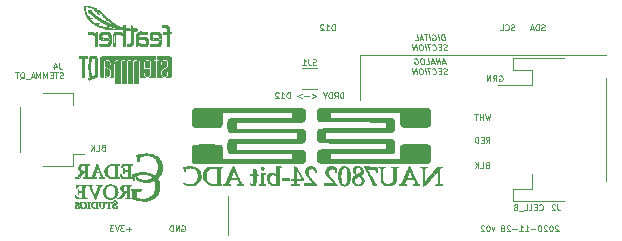
<source format=gbr>
%TF.GenerationSoftware,KiCad,Pcbnew,(5.1.6-0-10_14)*%
%TF.CreationDate,2020-11-28T13:39:01-08:00*%
%TF.ProjectId,NAU7802_Dual_24-bit_ADC,4e415537-3830-4325-9f44-75616c5f3234,v02*%
%TF.SameCoordinates,Original*%
%TF.FileFunction,Legend,Bot*%
%TF.FilePolarity,Positive*%
%FSLAX46Y46*%
G04 Gerber Fmt 4.6, Leading zero omitted, Abs format (unit mm)*
G04 Created by KiCad (PCBNEW (5.1.6-0-10_14)) date 2020-11-28 13:39:01*
%MOMM*%
%LPD*%
G01*
G04 APERTURE LIST*
%ADD10C,0.100000*%
%ADD11C,0.120000*%
%ADD12C,0.010000*%
G04 APERTURE END LIST*
D10*
X135918347Y-103113685D02*
X135846919Y-103137495D01*
X135823109Y-103161304D01*
X135799300Y-103208923D01*
X135799300Y-103280352D01*
X135823109Y-103327971D01*
X135846919Y-103351780D01*
X135894538Y-103375590D01*
X136085014Y-103375590D01*
X136085014Y-102875590D01*
X135918347Y-102875590D01*
X135870728Y-102899400D01*
X135846919Y-102923209D01*
X135823109Y-102970828D01*
X135823109Y-103018447D01*
X135846919Y-103066066D01*
X135870728Y-103089876D01*
X135918347Y-103113685D01*
X136085014Y-103113685D01*
X135346919Y-103375590D02*
X135585014Y-103375590D01*
X135585014Y-102875590D01*
X135180252Y-103375590D02*
X135180252Y-102875590D01*
X134894538Y-103375590D02*
X135108823Y-103089876D01*
X134894538Y-102875590D02*
X135180252Y-103161304D01*
X168728761Y-100310190D02*
X168609714Y-100810190D01*
X168514476Y-100453047D01*
X168419238Y-100810190D01*
X168300190Y-100310190D01*
X168109714Y-100810190D02*
X168109714Y-100310190D01*
X168109714Y-100548285D02*
X167824000Y-100548285D01*
X167824000Y-100810190D02*
X167824000Y-100310190D01*
X167657333Y-100310190D02*
X167371619Y-100310190D01*
X167514476Y-100810190D02*
X167514476Y-100310190D01*
X168443047Y-104612285D02*
X168371619Y-104636095D01*
X168347809Y-104659904D01*
X168324000Y-104707523D01*
X168324000Y-104778952D01*
X168347809Y-104826571D01*
X168371619Y-104850380D01*
X168419238Y-104874190D01*
X168609714Y-104874190D01*
X168609714Y-104374190D01*
X168443047Y-104374190D01*
X168395428Y-104398000D01*
X168371619Y-104421809D01*
X168347809Y-104469428D01*
X168347809Y-104517047D01*
X168371619Y-104564666D01*
X168395428Y-104588476D01*
X168443047Y-104612285D01*
X168609714Y-104612285D01*
X167871619Y-104874190D02*
X168109714Y-104874190D01*
X168109714Y-104374190D01*
X167704952Y-104874190D02*
X167704952Y-104374190D01*
X167419238Y-104874190D02*
X167633523Y-104588476D01*
X167419238Y-104374190D02*
X167704952Y-104659904D01*
X168371619Y-102715190D02*
X168538285Y-102477095D01*
X168657333Y-102715190D02*
X168657333Y-102215190D01*
X168466857Y-102215190D01*
X168419238Y-102239000D01*
X168395428Y-102262809D01*
X168371619Y-102310428D01*
X168371619Y-102381857D01*
X168395428Y-102429476D01*
X168419238Y-102453285D01*
X168466857Y-102477095D01*
X168657333Y-102477095D01*
X168157333Y-102453285D02*
X167990666Y-102453285D01*
X167919238Y-102715190D02*
X168157333Y-102715190D01*
X168157333Y-102215190D01*
X167919238Y-102215190D01*
X167704952Y-102715190D02*
X167704952Y-102215190D01*
X167585904Y-102215190D01*
X167514476Y-102239000D01*
X167466857Y-102286619D01*
X167443047Y-102334238D01*
X167419238Y-102429476D01*
X167419238Y-102500904D01*
X167443047Y-102596142D01*
X167466857Y-102643761D01*
X167514476Y-102691380D01*
X167585904Y-102715190D01*
X167704952Y-102715190D01*
X169482857Y-97032000D02*
X169530476Y-97008190D01*
X169601904Y-97008190D01*
X169673333Y-97032000D01*
X169720952Y-97079619D01*
X169744761Y-97127238D01*
X169768571Y-97222476D01*
X169768571Y-97293904D01*
X169744761Y-97389142D01*
X169720952Y-97436761D01*
X169673333Y-97484380D01*
X169601904Y-97508190D01*
X169554285Y-97508190D01*
X169482857Y-97484380D01*
X169459047Y-97460571D01*
X169459047Y-97293904D01*
X169554285Y-97293904D01*
X168959047Y-97508190D02*
X169125714Y-97270095D01*
X169244761Y-97508190D02*
X169244761Y-97008190D01*
X169054285Y-97008190D01*
X169006666Y-97032000D01*
X168982857Y-97055809D01*
X168959047Y-97103428D01*
X168959047Y-97174857D01*
X168982857Y-97222476D01*
X169006666Y-97246285D01*
X169054285Y-97270095D01*
X169244761Y-97270095D01*
X168744761Y-97508190D02*
X168744761Y-97008190D01*
X168459047Y-97508190D01*
X168459047Y-97008190D01*
X155547142Y-93190190D02*
X155547142Y-92690190D01*
X155428095Y-92690190D01*
X155356666Y-92714000D01*
X155309047Y-92761619D01*
X155285238Y-92809238D01*
X155261428Y-92904476D01*
X155261428Y-92975904D01*
X155285238Y-93071142D01*
X155309047Y-93118761D01*
X155356666Y-93166380D01*
X155428095Y-93190190D01*
X155547142Y-93190190D01*
X154785238Y-93190190D02*
X155070952Y-93190190D01*
X154928095Y-93190190D02*
X154928095Y-92690190D01*
X154975714Y-92761619D01*
X155023333Y-92809238D01*
X155070952Y-92833047D01*
X154594761Y-92737809D02*
X154570952Y-92714000D01*
X154523333Y-92690190D01*
X154404285Y-92690190D01*
X154356666Y-92714000D01*
X154332857Y-92737809D01*
X154309047Y-92785428D01*
X154309047Y-92833047D01*
X154332857Y-92904476D01*
X154618571Y-93190190D01*
X154309047Y-93190190D01*
X142604761Y-109732000D02*
X142652380Y-109708190D01*
X142723809Y-109708190D01*
X142795238Y-109732000D01*
X142842857Y-109779619D01*
X142866666Y-109827238D01*
X142890476Y-109922476D01*
X142890476Y-109993904D01*
X142866666Y-110089142D01*
X142842857Y-110136761D01*
X142795238Y-110184380D01*
X142723809Y-110208190D01*
X142676190Y-110208190D01*
X142604761Y-110184380D01*
X142580952Y-110160571D01*
X142580952Y-109993904D01*
X142676190Y-109993904D01*
X142366666Y-110208190D02*
X142366666Y-109708190D01*
X142080952Y-110208190D01*
X142080952Y-109708190D01*
X141842857Y-110208190D02*
X141842857Y-109708190D01*
X141723809Y-109708190D01*
X141652380Y-109732000D01*
X141604761Y-109779619D01*
X141580952Y-109827238D01*
X141557142Y-109922476D01*
X141557142Y-109993904D01*
X141580952Y-110089142D01*
X141604761Y-110136761D01*
X141652380Y-110184380D01*
X141723809Y-110208190D01*
X141842857Y-110208190D01*
X138295238Y-110017714D02*
X137914285Y-110017714D01*
X138104761Y-110208190D02*
X138104761Y-109827238D01*
X137723809Y-109708190D02*
X137414285Y-109708190D01*
X137580952Y-109898666D01*
X137509523Y-109898666D01*
X137461904Y-109922476D01*
X137438095Y-109946285D01*
X137414285Y-109993904D01*
X137414285Y-110112952D01*
X137438095Y-110160571D01*
X137461904Y-110184380D01*
X137509523Y-110208190D01*
X137652380Y-110208190D01*
X137700000Y-110184380D01*
X137723809Y-110160571D01*
X137271428Y-109708190D02*
X137104761Y-110208190D01*
X136938095Y-109708190D01*
X136819047Y-109708190D02*
X136509523Y-109708190D01*
X136676190Y-109898666D01*
X136604761Y-109898666D01*
X136557142Y-109922476D01*
X136533333Y-109946285D01*
X136509523Y-109993904D01*
X136509523Y-110112952D01*
X136533333Y-110160571D01*
X136557142Y-110184380D01*
X136604761Y-110208190D01*
X136747619Y-110208190D01*
X136795238Y-110184380D01*
X136819047Y-110160571D01*
X173319047Y-93166380D02*
X173247619Y-93190190D01*
X173128571Y-93190190D01*
X173080952Y-93166380D01*
X173057142Y-93142571D01*
X173033333Y-93094952D01*
X173033333Y-93047333D01*
X173057142Y-92999714D01*
X173080952Y-92975904D01*
X173128571Y-92952095D01*
X173223809Y-92928285D01*
X173271428Y-92904476D01*
X173295238Y-92880666D01*
X173319047Y-92833047D01*
X173319047Y-92785428D01*
X173295238Y-92737809D01*
X173271428Y-92714000D01*
X173223809Y-92690190D01*
X173104761Y-92690190D01*
X173033333Y-92714000D01*
X172819047Y-93190190D02*
X172819047Y-92690190D01*
X172700000Y-92690190D01*
X172628571Y-92714000D01*
X172580952Y-92761619D01*
X172557142Y-92809238D01*
X172533333Y-92904476D01*
X172533333Y-92975904D01*
X172557142Y-93071142D01*
X172580952Y-93118761D01*
X172628571Y-93166380D01*
X172700000Y-93190190D01*
X172819047Y-93190190D01*
X172342857Y-93047333D02*
X172104761Y-93047333D01*
X172390476Y-93190190D02*
X172223809Y-92690190D01*
X172057142Y-93190190D01*
X170771428Y-93166380D02*
X170700000Y-93190190D01*
X170580952Y-93190190D01*
X170533333Y-93166380D01*
X170509523Y-93142571D01*
X170485714Y-93094952D01*
X170485714Y-93047333D01*
X170509523Y-92999714D01*
X170533333Y-92975904D01*
X170580952Y-92952095D01*
X170676190Y-92928285D01*
X170723809Y-92904476D01*
X170747619Y-92880666D01*
X170771428Y-92833047D01*
X170771428Y-92785428D01*
X170747619Y-92737809D01*
X170723809Y-92714000D01*
X170676190Y-92690190D01*
X170557142Y-92690190D01*
X170485714Y-92714000D01*
X169985714Y-93142571D02*
X170009523Y-93166380D01*
X170080952Y-93190190D01*
X170128571Y-93190190D01*
X170200000Y-93166380D01*
X170247619Y-93118761D01*
X170271428Y-93071142D01*
X170295238Y-92975904D01*
X170295238Y-92904476D01*
X170271428Y-92809238D01*
X170247619Y-92761619D01*
X170200000Y-92714000D01*
X170128571Y-92690190D01*
X170080952Y-92690190D01*
X170009523Y-92714000D01*
X169985714Y-92737809D01*
X169533333Y-93190190D02*
X169771428Y-93190190D01*
X169771428Y-92690190D01*
X164854214Y-94035190D02*
X164791714Y-93535190D01*
X164672666Y-93535190D01*
X164604214Y-93559000D01*
X164562547Y-93606619D01*
X164544690Y-93654238D01*
X164532785Y-93749476D01*
X164541714Y-93820904D01*
X164577428Y-93916142D01*
X164607190Y-93963761D01*
X164660761Y-94011380D01*
X164735166Y-94035190D01*
X164854214Y-94035190D01*
X164354214Y-94035190D02*
X164291714Y-93535190D01*
X163794690Y-93559000D02*
X163839333Y-93535190D01*
X163910761Y-93535190D01*
X163985166Y-93559000D01*
X164038738Y-93606619D01*
X164068500Y-93654238D01*
X164104214Y-93749476D01*
X164113142Y-93820904D01*
X164101238Y-93916142D01*
X164083380Y-93963761D01*
X164041714Y-94011380D01*
X163973261Y-94035190D01*
X163925642Y-94035190D01*
X163851238Y-94011380D01*
X163824452Y-93987571D01*
X163803619Y-93820904D01*
X163898857Y-93820904D01*
X163616119Y-94035190D02*
X163553619Y-93535190D01*
X163386952Y-93535190D02*
X163101238Y-93535190D01*
X163306595Y-94035190D02*
X163244095Y-93535190D01*
X163003023Y-93892333D02*
X162764928Y-93892333D01*
X163068500Y-94035190D02*
X162839333Y-93535190D01*
X162735166Y-94035190D01*
X162330404Y-94035190D02*
X162568500Y-94035190D01*
X162506000Y-93535190D01*
X165077428Y-94861380D02*
X165008976Y-94885190D01*
X164889928Y-94885190D01*
X164839333Y-94861380D01*
X164812547Y-94837571D01*
X164782785Y-94789952D01*
X164776833Y-94742333D01*
X164794690Y-94694714D01*
X164815523Y-94670904D01*
X164860166Y-94647095D01*
X164952428Y-94623285D01*
X164997071Y-94599476D01*
X165017904Y-94575666D01*
X165035761Y-94528047D01*
X165029809Y-94480428D01*
X165000047Y-94432809D01*
X164973261Y-94409000D01*
X164922666Y-94385190D01*
X164803619Y-94385190D01*
X164735166Y-94409000D01*
X164547666Y-94623285D02*
X164381000Y-94623285D01*
X164342309Y-94885190D02*
X164580404Y-94885190D01*
X164517904Y-94385190D01*
X164279809Y-94385190D01*
X163836357Y-94837571D02*
X163863142Y-94861380D01*
X163937547Y-94885190D01*
X163985166Y-94885190D01*
X164053619Y-94861380D01*
X164095285Y-94813761D01*
X164113142Y-94766142D01*
X164125047Y-94670904D01*
X164116119Y-94599476D01*
X164080404Y-94504238D01*
X164050642Y-94456619D01*
X163997071Y-94409000D01*
X163922666Y-94385190D01*
X163875047Y-94385190D01*
X163806595Y-94409000D01*
X163785761Y-94432809D01*
X163636952Y-94385190D02*
X163351238Y-94385190D01*
X163556595Y-94885190D02*
X163494095Y-94385190D01*
X163247071Y-94885190D02*
X163184571Y-94385190D01*
X162851238Y-94385190D02*
X162756000Y-94385190D01*
X162711357Y-94409000D01*
X162669690Y-94456619D01*
X162657785Y-94551857D01*
X162678619Y-94718523D01*
X162714333Y-94813761D01*
X162767904Y-94861380D01*
X162818500Y-94885190D01*
X162913738Y-94885190D01*
X162958380Y-94861380D01*
X163000047Y-94813761D01*
X163011952Y-94718523D01*
X162991119Y-94551857D01*
X162955404Y-94456619D01*
X162901833Y-94409000D01*
X162851238Y-94385190D01*
X162485166Y-94885190D02*
X162422666Y-94385190D01*
X162199452Y-94885190D01*
X162136952Y-94385190D01*
X164919690Y-95924333D02*
X164681595Y-95924333D01*
X164985166Y-96067190D02*
X164756000Y-95567190D01*
X164651833Y-96067190D01*
X164485166Y-96067190D02*
X164422666Y-95567190D01*
X164199452Y-96067190D01*
X164136952Y-95567190D01*
X163967309Y-95924333D02*
X163729214Y-95924333D01*
X164032785Y-96067190D02*
X163803619Y-95567190D01*
X163699452Y-96067190D01*
X163294690Y-96067190D02*
X163532785Y-96067190D01*
X163470285Y-95567190D01*
X162970285Y-95567190D02*
X162875047Y-95567190D01*
X162830404Y-95591000D01*
X162788738Y-95638619D01*
X162776833Y-95733857D01*
X162797666Y-95900523D01*
X162833380Y-95995761D01*
X162886952Y-96043380D01*
X162937547Y-96067190D01*
X163032785Y-96067190D01*
X163077428Y-96043380D01*
X163119095Y-95995761D01*
X163131000Y-95900523D01*
X163110166Y-95733857D01*
X163074452Y-95638619D01*
X163020880Y-95591000D01*
X162970285Y-95567190D01*
X162282785Y-95591000D02*
X162327428Y-95567190D01*
X162398857Y-95567190D01*
X162473261Y-95591000D01*
X162526833Y-95638619D01*
X162556595Y-95686238D01*
X162592309Y-95781476D01*
X162601238Y-95852904D01*
X162589333Y-95948142D01*
X162571476Y-95995761D01*
X162529809Y-96043380D01*
X162461357Y-96067190D01*
X162413738Y-96067190D01*
X162339333Y-96043380D01*
X162312547Y-96019571D01*
X162291714Y-95852904D01*
X162386952Y-95852904D01*
X165077428Y-96893380D02*
X165008976Y-96917190D01*
X164889928Y-96917190D01*
X164839333Y-96893380D01*
X164812547Y-96869571D01*
X164782785Y-96821952D01*
X164776833Y-96774333D01*
X164794690Y-96726714D01*
X164815523Y-96702904D01*
X164860166Y-96679095D01*
X164952428Y-96655285D01*
X164997071Y-96631476D01*
X165017904Y-96607666D01*
X165035761Y-96560047D01*
X165029809Y-96512428D01*
X165000047Y-96464809D01*
X164973261Y-96441000D01*
X164922666Y-96417190D01*
X164803619Y-96417190D01*
X164735166Y-96441000D01*
X164547666Y-96655285D02*
X164381000Y-96655285D01*
X164342309Y-96917190D02*
X164580404Y-96917190D01*
X164517904Y-96417190D01*
X164279809Y-96417190D01*
X163836357Y-96869571D02*
X163863142Y-96893380D01*
X163937547Y-96917190D01*
X163985166Y-96917190D01*
X164053619Y-96893380D01*
X164095285Y-96845761D01*
X164113142Y-96798142D01*
X164125047Y-96702904D01*
X164116119Y-96631476D01*
X164080404Y-96536238D01*
X164050642Y-96488619D01*
X163997071Y-96441000D01*
X163922666Y-96417190D01*
X163875047Y-96417190D01*
X163806595Y-96441000D01*
X163785761Y-96464809D01*
X163636952Y-96417190D02*
X163351238Y-96417190D01*
X163556595Y-96917190D02*
X163494095Y-96417190D01*
X163247071Y-96917190D02*
X163184571Y-96417190D01*
X162851238Y-96417190D02*
X162756000Y-96417190D01*
X162711357Y-96441000D01*
X162669690Y-96488619D01*
X162657785Y-96583857D01*
X162678619Y-96750523D01*
X162714333Y-96845761D01*
X162767904Y-96893380D01*
X162818500Y-96917190D01*
X162913738Y-96917190D01*
X162958380Y-96893380D01*
X163000047Y-96845761D01*
X163011952Y-96750523D01*
X162991119Y-96583857D01*
X162955404Y-96488619D01*
X162901833Y-96441000D01*
X162851238Y-96417190D01*
X162485166Y-96917190D02*
X162422666Y-96417190D01*
X162199452Y-96917190D01*
X162136952Y-96417190D01*
D11*
X157734000Y-95250000D02*
X178562000Y-95250000D01*
X157734000Y-99060000D02*
X157734000Y-95250000D01*
X146558000Y-110490000D02*
X146558000Y-107188000D01*
D10*
X174481714Y-109755809D02*
X174457904Y-109732000D01*
X174410285Y-109708190D01*
X174291238Y-109708190D01*
X174243619Y-109732000D01*
X174219809Y-109755809D01*
X174196000Y-109803428D01*
X174196000Y-109851047D01*
X174219809Y-109922476D01*
X174505523Y-110208190D01*
X174196000Y-110208190D01*
X173886476Y-109708190D02*
X173838857Y-109708190D01*
X173791238Y-109732000D01*
X173767428Y-109755809D01*
X173743619Y-109803428D01*
X173719809Y-109898666D01*
X173719809Y-110017714D01*
X173743619Y-110112952D01*
X173767428Y-110160571D01*
X173791238Y-110184380D01*
X173838857Y-110208190D01*
X173886476Y-110208190D01*
X173934095Y-110184380D01*
X173957904Y-110160571D01*
X173981714Y-110112952D01*
X174005523Y-110017714D01*
X174005523Y-109898666D01*
X173981714Y-109803428D01*
X173957904Y-109755809D01*
X173934095Y-109732000D01*
X173886476Y-109708190D01*
X173529333Y-109755809D02*
X173505523Y-109732000D01*
X173457904Y-109708190D01*
X173338857Y-109708190D01*
X173291238Y-109732000D01*
X173267428Y-109755809D01*
X173243619Y-109803428D01*
X173243619Y-109851047D01*
X173267428Y-109922476D01*
X173553142Y-110208190D01*
X173243619Y-110208190D01*
X172934095Y-109708190D02*
X172886476Y-109708190D01*
X172838857Y-109732000D01*
X172815047Y-109755809D01*
X172791238Y-109803428D01*
X172767428Y-109898666D01*
X172767428Y-110017714D01*
X172791238Y-110112952D01*
X172815047Y-110160571D01*
X172838857Y-110184380D01*
X172886476Y-110208190D01*
X172934095Y-110208190D01*
X172981714Y-110184380D01*
X173005523Y-110160571D01*
X173029333Y-110112952D01*
X173053142Y-110017714D01*
X173053142Y-109898666D01*
X173029333Y-109803428D01*
X173005523Y-109755809D01*
X172981714Y-109732000D01*
X172934095Y-109708190D01*
X172553142Y-110017714D02*
X172172190Y-110017714D01*
X171672190Y-110208190D02*
X171957904Y-110208190D01*
X171815047Y-110208190D02*
X171815047Y-109708190D01*
X171862666Y-109779619D01*
X171910285Y-109827238D01*
X171957904Y-109851047D01*
X171196000Y-110208190D02*
X171481714Y-110208190D01*
X171338857Y-110208190D02*
X171338857Y-109708190D01*
X171386476Y-109779619D01*
X171434095Y-109827238D01*
X171481714Y-109851047D01*
X170981714Y-110017714D02*
X170600761Y-110017714D01*
X170386476Y-109755809D02*
X170362666Y-109732000D01*
X170315047Y-109708190D01*
X170196000Y-109708190D01*
X170148380Y-109732000D01*
X170124571Y-109755809D01*
X170100761Y-109803428D01*
X170100761Y-109851047D01*
X170124571Y-109922476D01*
X170410285Y-110208190D01*
X170100761Y-110208190D01*
X169815047Y-109922476D02*
X169862666Y-109898666D01*
X169886476Y-109874857D01*
X169910285Y-109827238D01*
X169910285Y-109803428D01*
X169886476Y-109755809D01*
X169862666Y-109732000D01*
X169815047Y-109708190D01*
X169719809Y-109708190D01*
X169672190Y-109732000D01*
X169648380Y-109755809D01*
X169624571Y-109803428D01*
X169624571Y-109827238D01*
X169648380Y-109874857D01*
X169672190Y-109898666D01*
X169719809Y-109922476D01*
X169815047Y-109922476D01*
X169862666Y-109946285D01*
X169886476Y-109970095D01*
X169910285Y-110017714D01*
X169910285Y-110112952D01*
X169886476Y-110160571D01*
X169862666Y-110184380D01*
X169815047Y-110208190D01*
X169719809Y-110208190D01*
X169672190Y-110184380D01*
X169648380Y-110160571D01*
X169624571Y-110112952D01*
X169624571Y-110017714D01*
X169648380Y-109970095D01*
X169672190Y-109946285D01*
X169719809Y-109922476D01*
X169076952Y-109874857D02*
X168957904Y-110208190D01*
X168838857Y-109874857D01*
X168553142Y-109708190D02*
X168505523Y-109708190D01*
X168457904Y-109732000D01*
X168434095Y-109755809D01*
X168410285Y-109803428D01*
X168386476Y-109898666D01*
X168386476Y-110017714D01*
X168410285Y-110112952D01*
X168434095Y-110160571D01*
X168457904Y-110184380D01*
X168505523Y-110208190D01*
X168553142Y-110208190D01*
X168600761Y-110184380D01*
X168624571Y-110160571D01*
X168648380Y-110112952D01*
X168672190Y-110017714D01*
X168672190Y-109898666D01*
X168648380Y-109803428D01*
X168624571Y-109755809D01*
X168600761Y-109732000D01*
X168553142Y-109708190D01*
X168196000Y-109755809D02*
X168172190Y-109732000D01*
X168124571Y-109708190D01*
X168005523Y-109708190D01*
X167957904Y-109732000D01*
X167934095Y-109755809D01*
X167910285Y-109803428D01*
X167910285Y-109851047D01*
X167934095Y-109922476D01*
X168219809Y-110208190D01*
X167910285Y-110208190D01*
D12*
%TO.C,G\u002A\u002A\u002A*%
G36*
X146534980Y-104426845D02*
G01*
X146757449Y-104426824D01*
X146989037Y-104426791D01*
X147229825Y-104426747D01*
X147479891Y-104426691D01*
X147739314Y-104426625D01*
X148008176Y-104426547D01*
X148244943Y-104426471D01*
X148495569Y-104426388D01*
X148736791Y-104426306D01*
X148968789Y-104426225D01*
X149191744Y-104426145D01*
X149405835Y-104426066D01*
X149611244Y-104425986D01*
X149808151Y-104425906D01*
X149996736Y-104425825D01*
X150177179Y-104425744D01*
X150349662Y-104425660D01*
X150514365Y-104425575D01*
X150671467Y-104425488D01*
X150821151Y-104425398D01*
X150963595Y-104425305D01*
X151098981Y-104425208D01*
X151227489Y-104425108D01*
X151349299Y-104425003D01*
X151464593Y-104424894D01*
X151573549Y-104424780D01*
X151676349Y-104424661D01*
X151773174Y-104424535D01*
X151864204Y-104424404D01*
X151949618Y-104424266D01*
X152029598Y-104424122D01*
X152104325Y-104423970D01*
X152173977Y-104423810D01*
X152238737Y-104423643D01*
X152298785Y-104423467D01*
X152354300Y-104423282D01*
X152405464Y-104423088D01*
X152452456Y-104422885D01*
X152495458Y-104422671D01*
X152534650Y-104422447D01*
X152570212Y-104422213D01*
X152602324Y-104421967D01*
X152631168Y-104421710D01*
X152656924Y-104421441D01*
X152679771Y-104421160D01*
X152699891Y-104420866D01*
X152717464Y-104420560D01*
X152732670Y-104420239D01*
X152745690Y-104419905D01*
X152756705Y-104419557D01*
X152765895Y-104419195D01*
X152773439Y-104418817D01*
X152779520Y-104418424D01*
X152784317Y-104418015D01*
X152788010Y-104417591D01*
X152790780Y-104417150D01*
X152792362Y-104416807D01*
X152840048Y-104400522D01*
X152884891Y-104376573D01*
X152925400Y-104346129D01*
X152960085Y-104310358D01*
X152987456Y-104270430D01*
X152993361Y-104259165D01*
X153000089Y-104245321D01*
X153005877Y-104232665D01*
X153010797Y-104220383D01*
X153014918Y-104207658D01*
X153018312Y-104193677D01*
X153021050Y-104177624D01*
X153023201Y-104158684D01*
X153024836Y-104136042D01*
X153026027Y-104108884D01*
X153026843Y-104076394D01*
X153027355Y-104037757D01*
X153027635Y-103992158D01*
X153027752Y-103938783D01*
X153027777Y-103876816D01*
X153027777Y-103862038D01*
X153027754Y-103801011D01*
X153027669Y-103748773D01*
X153027504Y-103704529D01*
X153027238Y-103667482D01*
X153026851Y-103636838D01*
X153026323Y-103611799D01*
X153025633Y-103591571D01*
X153024762Y-103575358D01*
X153023689Y-103562364D01*
X153022394Y-103551793D01*
X153020858Y-103542850D01*
X153019550Y-103536798D01*
X153002885Y-103485650D01*
X152978106Y-103439139D01*
X152945791Y-103397863D01*
X152906520Y-103362419D01*
X152860869Y-103333405D01*
X152809419Y-103311417D01*
X152797773Y-103307700D01*
X152795506Y-103307094D01*
X152792675Y-103306516D01*
X152789050Y-103305967D01*
X152784398Y-103305444D01*
X152778491Y-103304947D01*
X152771097Y-103304476D01*
X152761985Y-103304029D01*
X152750926Y-103303606D01*
X152737688Y-103303206D01*
X152722041Y-103302828D01*
X152703754Y-103302472D01*
X152682597Y-103302136D01*
X152658339Y-103301820D01*
X152630749Y-103301522D01*
X152599597Y-103301243D01*
X152564651Y-103300981D01*
X152525683Y-103300735D01*
X152482460Y-103300505D01*
X152434753Y-103300290D01*
X152382330Y-103300089D01*
X152324961Y-103299901D01*
X152262415Y-103299725D01*
X152194463Y-103299562D01*
X152120872Y-103299409D01*
X152041413Y-103299266D01*
X151955855Y-103299132D01*
X151863967Y-103299006D01*
X151765519Y-103298888D01*
X151660280Y-103298777D01*
X151548020Y-103298672D01*
X151428507Y-103298572D01*
X151301511Y-103298476D01*
X151166802Y-103298383D01*
X151024149Y-103298294D01*
X150873321Y-103298206D01*
X150714088Y-103298119D01*
X150546219Y-103298033D01*
X150369484Y-103297946D01*
X150183651Y-103297858D01*
X149988491Y-103297767D01*
X149965434Y-103297757D01*
X147161849Y-103296472D01*
X147161849Y-102707057D01*
X149949329Y-102707057D01*
X150146275Y-102707055D01*
X150333863Y-102707049D01*
X150512324Y-102707039D01*
X150681883Y-102707024D01*
X150842769Y-102707003D01*
X150995210Y-102706975D01*
X151139435Y-102706941D01*
X151275671Y-102706899D01*
X151404146Y-102706849D01*
X151525088Y-102706791D01*
X151638725Y-102706723D01*
X151745286Y-102706645D01*
X151844997Y-102706557D01*
X151938088Y-102706457D01*
X152024786Y-102706346D01*
X152105319Y-102706222D01*
X152179916Y-102706086D01*
X152248804Y-102705935D01*
X152312210Y-102705771D01*
X152370365Y-102705592D01*
X152423494Y-102705398D01*
X152471827Y-102705188D01*
X152515591Y-102704961D01*
X152555014Y-102704717D01*
X152590325Y-102704455D01*
X152621751Y-102704175D01*
X152649520Y-102703877D01*
X152673861Y-102703558D01*
X152695001Y-102703219D01*
X152713168Y-102702860D01*
X152728590Y-102702479D01*
X152741496Y-102702077D01*
X152752113Y-102701652D01*
X152760670Y-102701203D01*
X152767394Y-102700731D01*
X152772514Y-102700235D01*
X152776256Y-102699713D01*
X152776876Y-102699603D01*
X152827643Y-102685425D01*
X152874716Y-102662914D01*
X152917183Y-102632910D01*
X152954129Y-102596253D01*
X152984641Y-102553783D01*
X153007804Y-102506340D01*
X153016940Y-102478930D01*
X153019022Y-102471381D01*
X153020813Y-102464088D01*
X153022337Y-102456307D01*
X153023613Y-102447288D01*
X153024665Y-102436287D01*
X153025514Y-102422554D01*
X153026182Y-102405345D01*
X153026690Y-102383910D01*
X153027060Y-102357505D01*
X153027315Y-102325381D01*
X153027475Y-102286792D01*
X153027563Y-102240990D01*
X153027600Y-102187229D01*
X153027608Y-102124762D01*
X153027608Y-102112793D01*
X153027603Y-102048713D01*
X153027572Y-101993472D01*
X153027495Y-101946322D01*
X153027349Y-101906515D01*
X153027113Y-101873306D01*
X153026765Y-101845947D01*
X153026282Y-101823691D01*
X153025644Y-101805791D01*
X153024829Y-101791500D01*
X153023815Y-101780071D01*
X153022579Y-101770757D01*
X153021101Y-101762812D01*
X153019358Y-101755487D01*
X153017329Y-101748037D01*
X153016940Y-101746655D01*
X152998298Y-101697352D01*
X152971710Y-101652003D01*
X152938170Y-101611814D01*
X152898674Y-101577992D01*
X152857679Y-101553412D01*
X152853075Y-101550980D01*
X152849267Y-101548662D01*
X152846025Y-101546457D01*
X152843120Y-101544361D01*
X152840322Y-101542371D01*
X152837400Y-101540486D01*
X152834125Y-101538701D01*
X152830267Y-101537015D01*
X152825596Y-101535424D01*
X152819882Y-101533926D01*
X152812895Y-101532518D01*
X152804405Y-101531197D01*
X152794182Y-101529961D01*
X152781997Y-101528807D01*
X152767618Y-101527731D01*
X152750818Y-101526732D01*
X152731365Y-101525806D01*
X152709029Y-101524951D01*
X152683582Y-101524164D01*
X152654792Y-101523442D01*
X152622430Y-101522783D01*
X152586266Y-101522183D01*
X152546069Y-101521641D01*
X152501611Y-101521152D01*
X152452662Y-101520715D01*
X152398990Y-101520326D01*
X152340367Y-101519984D01*
X152276562Y-101519684D01*
X152207346Y-101519425D01*
X152132488Y-101519204D01*
X152051759Y-101519017D01*
X151964929Y-101518863D01*
X151871768Y-101518738D01*
X151772045Y-101518639D01*
X151665532Y-101518565D01*
X151551997Y-101518511D01*
X151431212Y-101518476D01*
X151302946Y-101518456D01*
X151166969Y-101518449D01*
X151023052Y-101518453D01*
X150870964Y-101518463D01*
X150710475Y-101518478D01*
X150541356Y-101518495D01*
X150363377Y-101518511D01*
X150176308Y-101518523D01*
X149979919Y-101518529D01*
X147161849Y-101518529D01*
X147161849Y-100933850D01*
X149947040Y-100933850D01*
X150143930Y-100933852D01*
X150331467Y-100933858D01*
X150509882Y-100933865D01*
X150679407Y-100933871D01*
X150840274Y-100933874D01*
X150992715Y-100933873D01*
X151136960Y-100933865D01*
X151273242Y-100933848D01*
X151401792Y-100933820D01*
X151522843Y-100933779D01*
X151636624Y-100933723D01*
X151743370Y-100933650D01*
X151843310Y-100933557D01*
X151936677Y-100933444D01*
X152023702Y-100933307D01*
X152104617Y-100933145D01*
X152179654Y-100932956D01*
X152249044Y-100932738D01*
X152313019Y-100932488D01*
X152371810Y-100932204D01*
X152425649Y-100931885D01*
X152474769Y-100931529D01*
X152519400Y-100931133D01*
X152559774Y-100930695D01*
X152596123Y-100930214D01*
X152628678Y-100929687D01*
X152657672Y-100929113D01*
X152683335Y-100928488D01*
X152705900Y-100927812D01*
X152725598Y-100927082D01*
X152742661Y-100926296D01*
X152757320Y-100925451D01*
X152769807Y-100924547D01*
X152780354Y-100923581D01*
X152789192Y-100922551D01*
X152796554Y-100921455D01*
X152802670Y-100920290D01*
X152807772Y-100919055D01*
X152812093Y-100917748D01*
X152815863Y-100916367D01*
X152819314Y-100914909D01*
X152822678Y-100913373D01*
X152826187Y-100911756D01*
X152830073Y-100910057D01*
X152834308Y-100908370D01*
X152882145Y-100885492D01*
X152923744Y-100855508D01*
X152958794Y-100818845D01*
X152986984Y-100775932D01*
X153008003Y-100727194D01*
X153021540Y-100673059D01*
X153025187Y-100646279D01*
X153026387Y-100629179D01*
X153027419Y-100603755D01*
X153028282Y-100571266D01*
X153028975Y-100532970D01*
X153029501Y-100490128D01*
X153029857Y-100443998D01*
X153030044Y-100395839D01*
X153030063Y-100346910D01*
X153029913Y-100298471D01*
X153029594Y-100251780D01*
X153029107Y-100208098D01*
X153028451Y-100168682D01*
X153027625Y-100134792D01*
X153026632Y-100107687D01*
X153025469Y-100088627D01*
X153025187Y-100085608D01*
X153015090Y-100028396D01*
X152997319Y-99976782D01*
X152972214Y-99931107D01*
X152940116Y-99891709D01*
X152901365Y-99858931D01*
X152856301Y-99833111D01*
X152805266Y-99814592D01*
X152748599Y-99803712D01*
X152742637Y-99803058D01*
X152735445Y-99802810D01*
X152718935Y-99802569D01*
X152693365Y-99802336D01*
X152658991Y-99802109D01*
X152616070Y-99801890D01*
X152564858Y-99801678D01*
X152505611Y-99801472D01*
X152438587Y-99801274D01*
X152364042Y-99801083D01*
X152282232Y-99800899D01*
X152193414Y-99800722D01*
X152097845Y-99800551D01*
X151995781Y-99800388D01*
X151887479Y-99800232D01*
X151773195Y-99800083D01*
X151653186Y-99799940D01*
X151527708Y-99799805D01*
X151397018Y-99799676D01*
X151261373Y-99799555D01*
X151121029Y-99799440D01*
X150976242Y-99799333D01*
X150827270Y-99799232D01*
X150674368Y-99799138D01*
X150517794Y-99799051D01*
X150357804Y-99798971D01*
X150194654Y-99798897D01*
X150028601Y-99798831D01*
X149859902Y-99798771D01*
X149688812Y-99798718D01*
X149515590Y-99798672D01*
X149340491Y-99798633D01*
X149163772Y-99798601D01*
X148985689Y-99798575D01*
X148806499Y-99798556D01*
X148626458Y-99798544D01*
X148445824Y-99798539D01*
X148264852Y-99798541D01*
X148083800Y-99798549D01*
X147902923Y-99798564D01*
X147722479Y-99798585D01*
X147542723Y-99798614D01*
X147363913Y-99798649D01*
X147186305Y-99798690D01*
X147010156Y-99798739D01*
X146835722Y-99798794D01*
X146663259Y-99798855D01*
X146493025Y-99798924D01*
X146325276Y-99798999D01*
X146160268Y-99799080D01*
X145998258Y-99799168D01*
X145839502Y-99799263D01*
X145684258Y-99799365D01*
X145532781Y-99799473D01*
X145385329Y-99799587D01*
X145242157Y-99799708D01*
X145103523Y-99799836D01*
X144969682Y-99799970D01*
X144840892Y-99800111D01*
X144717409Y-99800258D01*
X144599490Y-99800412D01*
X144487391Y-99800573D01*
X144381368Y-99800739D01*
X144281679Y-99800913D01*
X144188579Y-99801092D01*
X144102327Y-99801279D01*
X144023177Y-99801471D01*
X143951386Y-99801671D01*
X143887212Y-99801876D01*
X143830910Y-99802088D01*
X143782738Y-99802307D01*
X143742951Y-99802531D01*
X143711807Y-99802763D01*
X143689561Y-99803000D01*
X143676471Y-99803244D01*
X143672943Y-99803412D01*
X143634927Y-99812190D01*
X143596870Y-99828277D01*
X143562007Y-99850035D01*
X143537052Y-99872035D01*
X143509118Y-99908425D01*
X143488598Y-99950205D01*
X143476130Y-99995990D01*
X143474237Y-100008780D01*
X143473447Y-100020165D01*
X143472724Y-100040358D01*
X143472067Y-100068584D01*
X143471477Y-100104067D01*
X143470954Y-100146031D01*
X143470498Y-100193699D01*
X143470108Y-100246296D01*
X143469784Y-100303045D01*
X143469528Y-100363172D01*
X143469338Y-100425899D01*
X143469214Y-100490450D01*
X143469157Y-100556051D01*
X143469167Y-100621924D01*
X143469244Y-100687293D01*
X143469387Y-100751384D01*
X143469597Y-100813419D01*
X143469873Y-100872622D01*
X143470217Y-100928219D01*
X143470626Y-100979432D01*
X143471103Y-101025486D01*
X143471646Y-101065605D01*
X143472255Y-101099012D01*
X143472932Y-101124932D01*
X143473675Y-101142589D01*
X143474237Y-101149635D01*
X143484490Y-101196728D01*
X143502736Y-101239134D01*
X143528276Y-101276157D01*
X143560415Y-101307099D01*
X143598455Y-101331263D01*
X143641701Y-101347952D01*
X143680006Y-101355505D01*
X143689597Y-101356075D01*
X143708215Y-101356611D01*
X143735306Y-101357112D01*
X143770317Y-101357579D01*
X143812694Y-101358012D01*
X143861886Y-101358411D01*
X143917337Y-101358775D01*
X143978497Y-101359105D01*
X144044810Y-101359401D01*
X144115725Y-101359663D01*
X144190688Y-101359891D01*
X144269145Y-101360084D01*
X144350545Y-101360244D01*
X144434333Y-101360369D01*
X144519956Y-101360461D01*
X144606863Y-101360519D01*
X144694498Y-101360542D01*
X144782309Y-101360532D01*
X144869744Y-101360488D01*
X144956248Y-101360410D01*
X145041269Y-101360298D01*
X145124253Y-101360153D01*
X145204649Y-101359973D01*
X145281901Y-101359760D01*
X145355458Y-101359513D01*
X145424765Y-101359232D01*
X145489271Y-101358918D01*
X145548422Y-101358570D01*
X145601664Y-101358189D01*
X145648445Y-101357774D01*
X145688211Y-101357325D01*
X145720409Y-101356843D01*
X145744487Y-101356327D01*
X145759891Y-101355778D01*
X145764974Y-101355404D01*
X145812067Y-101345151D01*
X145854473Y-101326906D01*
X145891496Y-101301365D01*
X145922438Y-101269226D01*
X145946602Y-101231186D01*
X145963291Y-101187940D01*
X145970844Y-101149635D01*
X145971658Y-101137865D01*
X145972409Y-101116896D01*
X145973091Y-101087115D01*
X145973703Y-101048907D01*
X145974241Y-101002659D01*
X145974700Y-100948757D01*
X145975079Y-100887586D01*
X145975373Y-100819534D01*
X145975579Y-100744986D01*
X145975693Y-100664328D01*
X145975717Y-100604494D01*
X145975717Y-100099962D01*
X151906377Y-100099962D01*
X151906377Y-100627131D01*
X149318261Y-100627132D01*
X149128049Y-100627134D01*
X148947190Y-100627141D01*
X148775450Y-100627154D01*
X148612596Y-100627173D01*
X148458398Y-100627198D01*
X148312621Y-100627231D01*
X148175033Y-100627273D01*
X148045401Y-100627322D01*
X147923493Y-100627382D01*
X147809076Y-100627451D01*
X147701918Y-100627530D01*
X147601785Y-100627621D01*
X147508446Y-100627724D01*
X147421667Y-100627839D01*
X147341216Y-100627968D01*
X147266860Y-100628110D01*
X147198367Y-100628266D01*
X147135503Y-100628438D01*
X147078037Y-100628625D01*
X147025736Y-100628828D01*
X146978367Y-100629049D01*
X146935696Y-100629286D01*
X146897493Y-100629542D01*
X146863524Y-100629817D01*
X146833556Y-100630112D01*
X146807357Y-100630426D01*
X146784694Y-100630761D01*
X146765334Y-100631117D01*
X146749046Y-100631496D01*
X146735595Y-100631897D01*
X146724750Y-100632321D01*
X146716278Y-100632769D01*
X146709947Y-100633241D01*
X146705522Y-100633739D01*
X146702865Y-100634238D01*
X146683405Y-100641420D01*
X146659272Y-100653466D01*
X146632946Y-100668860D01*
X146606909Y-100686088D01*
X146583642Y-100703632D01*
X146570578Y-100715056D01*
X146549797Y-100737994D01*
X146529275Y-100766237D01*
X146511092Y-100796501D01*
X146497325Y-100825503D01*
X146493081Y-100837409D01*
X146488024Y-100857333D01*
X146483241Y-100882288D01*
X146479570Y-100907740D01*
X146478822Y-100914679D01*
X146477841Y-100929970D01*
X146476987Y-100953691D01*
X146476257Y-100984688D01*
X146475654Y-101021806D01*
X146475176Y-101063893D01*
X146474823Y-101109793D01*
X146474597Y-101158353D01*
X146474496Y-101208418D01*
X146474520Y-101258835D01*
X146474670Y-101308450D01*
X146474946Y-101356108D01*
X146475348Y-101400655D01*
X146475875Y-101440938D01*
X146476527Y-101475802D01*
X146477306Y-101504093D01*
X146478210Y-101524657D01*
X146478822Y-101532906D01*
X146487687Y-101587278D01*
X146503337Y-101635562D01*
X146526272Y-101678909D01*
X146556994Y-101718469D01*
X146562058Y-101723889D01*
X146576372Y-101737003D01*
X146596483Y-101753009D01*
X146619831Y-101770102D01*
X146643859Y-101786478D01*
X146666008Y-101800332D01*
X146683720Y-101809858D01*
X146684277Y-101810113D01*
X146685948Y-101810669D01*
X146688609Y-101811199D01*
X146692484Y-101811704D01*
X146697803Y-101812184D01*
X146704792Y-101812641D01*
X146713679Y-101813074D01*
X146724690Y-101813486D01*
X146738054Y-101813875D01*
X146753997Y-101814244D01*
X146772747Y-101814593D01*
X146794532Y-101814923D01*
X146819578Y-101815234D01*
X146848112Y-101815528D01*
X146880363Y-101815804D01*
X146916558Y-101816064D01*
X146956923Y-101816308D01*
X147001686Y-101816537D01*
X147051075Y-101816752D01*
X147105317Y-101816954D01*
X147164639Y-101817143D01*
X147229268Y-101817320D01*
X147299432Y-101817485D01*
X147375358Y-101817641D01*
X147457273Y-101817786D01*
X147545405Y-101817922D01*
X147639981Y-101818051D01*
X147741229Y-101818171D01*
X147849375Y-101818285D01*
X147964647Y-101818392D01*
X148087273Y-101818495D01*
X148217479Y-101818592D01*
X148355493Y-101818686D01*
X148501543Y-101818777D01*
X148655855Y-101818865D01*
X148818657Y-101818951D01*
X148990176Y-101819037D01*
X149170640Y-101819122D01*
X149360276Y-101819208D01*
X149522132Y-101819279D01*
X152342490Y-101820501D01*
X152342490Y-102405084D01*
X149522132Y-102406306D01*
X149324836Y-102406393D01*
X149136897Y-102406479D01*
X148958089Y-102406564D01*
X148788184Y-102406650D01*
X148626954Y-102406736D01*
X148474173Y-102406825D01*
X148329613Y-102406916D01*
X148193046Y-102407010D01*
X148064246Y-102407109D01*
X147942985Y-102407212D01*
X147829035Y-102407321D01*
X147722170Y-102407436D01*
X147622162Y-102407557D01*
X147528783Y-102407687D01*
X147441807Y-102407825D01*
X147361006Y-102407972D01*
X147286152Y-102408129D01*
X147217020Y-102408297D01*
X147153380Y-102408476D01*
X147095006Y-102408667D01*
X147041670Y-102408871D01*
X146993146Y-102409089D01*
X146949205Y-102409321D01*
X146909621Y-102409568D01*
X146874166Y-102409831D01*
X146842613Y-102410110D01*
X146814735Y-102410406D01*
X146790303Y-102410721D01*
X146769092Y-102411054D01*
X146750873Y-102411407D01*
X146735419Y-102411780D01*
X146722503Y-102412173D01*
X146711898Y-102412589D01*
X146703376Y-102413027D01*
X146696710Y-102413487D01*
X146691673Y-102413972D01*
X146688037Y-102414482D01*
X146685575Y-102415016D01*
X146684277Y-102415472D01*
X146666787Y-102424796D01*
X146644761Y-102438517D01*
X146620758Y-102454829D01*
X146597336Y-102471929D01*
X146577053Y-102488010D01*
X146562469Y-102501268D01*
X146562058Y-102501696D01*
X146530180Y-102540809D01*
X146506161Y-102583544D01*
X146489499Y-102631050D01*
X146479694Y-102684480D01*
X146478822Y-102692679D01*
X146477841Y-102707970D01*
X146476987Y-102731691D01*
X146476257Y-102762688D01*
X146475654Y-102799806D01*
X146475176Y-102841893D01*
X146474823Y-102887793D01*
X146474597Y-102936353D01*
X146474496Y-102986418D01*
X146474520Y-103036835D01*
X146474670Y-103086450D01*
X146474946Y-103134108D01*
X146475348Y-103178655D01*
X146475875Y-103218938D01*
X146476527Y-103253802D01*
X146477306Y-103282093D01*
X146478210Y-103302657D01*
X146478822Y-103310906D01*
X146487687Y-103365278D01*
X146503337Y-103413562D01*
X146526272Y-103456909D01*
X146556994Y-103496469D01*
X146562058Y-103501889D01*
X146576372Y-103515003D01*
X146596483Y-103531009D01*
X146619831Y-103548102D01*
X146643859Y-103564478D01*
X146666008Y-103578332D01*
X146683720Y-103587858D01*
X146684277Y-103588113D01*
X146686001Y-103588691D01*
X146688724Y-103589241D01*
X146692680Y-103589764D01*
X146698107Y-103590261D01*
X146705243Y-103590732D01*
X146714322Y-103591178D01*
X146725583Y-103591600D01*
X146739262Y-103591999D01*
X146755596Y-103592376D01*
X146774821Y-103592732D01*
X146797175Y-103593066D01*
X146822894Y-103593382D01*
X146852214Y-103593678D01*
X146885374Y-103593956D01*
X146922608Y-103594217D01*
X146964155Y-103594461D01*
X147010251Y-103594689D01*
X147061133Y-103594903D01*
X147117036Y-103595103D01*
X147178200Y-103595290D01*
X147244859Y-103595464D01*
X147317251Y-103595627D01*
X147395612Y-103595780D01*
X147480180Y-103595922D01*
X147571191Y-103596056D01*
X147668882Y-103596181D01*
X147773489Y-103596299D01*
X147885250Y-103596410D01*
X148004401Y-103596516D01*
X148131179Y-103596617D01*
X148265820Y-103596714D01*
X148408562Y-103596807D01*
X148559641Y-103596898D01*
X148719294Y-103596988D01*
X148887758Y-103597077D01*
X149065269Y-103597166D01*
X149252065Y-103597256D01*
X149304075Y-103597281D01*
X151906377Y-103598505D01*
X151906377Y-104125623D01*
X145975717Y-104125623D01*
X145975717Y-103621091D01*
X145975668Y-103536390D01*
X145975526Y-103457529D01*
X145975294Y-103384893D01*
X145974974Y-103318869D01*
X145974571Y-103259843D01*
X145974087Y-103208201D01*
X145973527Y-103164329D01*
X145972893Y-103128614D01*
X145972190Y-103101441D01*
X145971420Y-103083197D01*
X145970844Y-103075950D01*
X145960710Y-103029004D01*
X145942537Y-102986700D01*
X145917023Y-102949734D01*
X145884864Y-102918803D01*
X145846758Y-102894604D01*
X145803402Y-102877834D01*
X145764974Y-102870181D01*
X145755411Y-102869602D01*
X145736816Y-102869058D01*
X145709743Y-102868549D01*
X145674746Y-102868074D01*
X145632378Y-102867633D01*
X145583192Y-102867226D01*
X145527742Y-102866854D01*
X145466581Y-102866517D01*
X145400263Y-102866214D01*
X145329341Y-102865945D01*
X145254369Y-102865710D01*
X145175899Y-102865510D01*
X145094487Y-102865344D01*
X145010684Y-102865213D01*
X144925044Y-102865116D01*
X144838122Y-102865054D01*
X144750470Y-102865026D01*
X144662641Y-102865032D01*
X144575190Y-102865072D01*
X144488669Y-102865147D01*
X144403632Y-102865257D01*
X144320633Y-102865401D01*
X144240225Y-102865579D01*
X144162961Y-102865791D01*
X144089395Y-102866038D01*
X144020081Y-102866320D01*
X143955571Y-102866635D01*
X143896419Y-102866985D01*
X143843179Y-102867370D01*
X143796404Y-102867789D01*
X143756648Y-102868242D01*
X143724463Y-102868730D01*
X143700404Y-102869252D01*
X143685024Y-102869808D01*
X143680006Y-102870181D01*
X143632913Y-102880434D01*
X143590507Y-102898679D01*
X143553485Y-102924220D01*
X143522543Y-102956359D01*
X143498379Y-102994399D01*
X143481689Y-103037645D01*
X143474136Y-103075950D01*
X143473368Y-103087284D01*
X143472665Y-103107426D01*
X143472026Y-103135603D01*
X143471453Y-103171037D01*
X143470944Y-103212954D01*
X143470500Y-103260578D01*
X143470120Y-103313134D01*
X143469806Y-103369845D01*
X143469556Y-103429937D01*
X143469371Y-103492634D01*
X143469250Y-103557160D01*
X143469195Y-103622740D01*
X143469204Y-103688598D01*
X143469278Y-103753959D01*
X143469416Y-103818047D01*
X143469620Y-103880086D01*
X143469888Y-103939302D01*
X143470221Y-103994919D01*
X143470619Y-104046160D01*
X143471081Y-104092251D01*
X143471608Y-104132416D01*
X143472200Y-104165879D01*
X143472857Y-104191865D01*
X143473578Y-104209599D01*
X143474136Y-104216805D01*
X143484249Y-104264061D01*
X143502304Y-104306381D01*
X143527700Y-104343180D01*
X143559839Y-104373871D01*
X143598121Y-104397869D01*
X143641946Y-104414586D01*
X143684924Y-104422844D01*
X143691225Y-104423157D01*
X143704499Y-104423457D01*
X143724824Y-104423743D01*
X143752281Y-104424017D01*
X143786950Y-104424277D01*
X143828908Y-104424525D01*
X143878237Y-104424759D01*
X143935015Y-104424981D01*
X143999322Y-104425190D01*
X144071238Y-104425387D01*
X144150842Y-104425570D01*
X144238214Y-104425742D01*
X144333433Y-104425900D01*
X144436578Y-104426046D01*
X144547730Y-104426180D01*
X144666967Y-104426302D01*
X144794370Y-104426411D01*
X144930018Y-104426508D01*
X145073989Y-104426593D01*
X145226365Y-104426666D01*
X145387224Y-104426727D01*
X145556646Y-104426776D01*
X145734710Y-104426814D01*
X145921496Y-104426839D01*
X146117083Y-104426853D01*
X146321552Y-104426855D01*
X146534980Y-104426845D01*
G37*
X146534980Y-104426845D02*
X146757449Y-104426824D01*
X146989037Y-104426791D01*
X147229825Y-104426747D01*
X147479891Y-104426691D01*
X147739314Y-104426625D01*
X148008176Y-104426547D01*
X148244943Y-104426471D01*
X148495569Y-104426388D01*
X148736791Y-104426306D01*
X148968789Y-104426225D01*
X149191744Y-104426145D01*
X149405835Y-104426066D01*
X149611244Y-104425986D01*
X149808151Y-104425906D01*
X149996736Y-104425825D01*
X150177179Y-104425744D01*
X150349662Y-104425660D01*
X150514365Y-104425575D01*
X150671467Y-104425488D01*
X150821151Y-104425398D01*
X150963595Y-104425305D01*
X151098981Y-104425208D01*
X151227489Y-104425108D01*
X151349299Y-104425003D01*
X151464593Y-104424894D01*
X151573549Y-104424780D01*
X151676349Y-104424661D01*
X151773174Y-104424535D01*
X151864204Y-104424404D01*
X151949618Y-104424266D01*
X152029598Y-104424122D01*
X152104325Y-104423970D01*
X152173977Y-104423810D01*
X152238737Y-104423643D01*
X152298785Y-104423467D01*
X152354300Y-104423282D01*
X152405464Y-104423088D01*
X152452456Y-104422885D01*
X152495458Y-104422671D01*
X152534650Y-104422447D01*
X152570212Y-104422213D01*
X152602324Y-104421967D01*
X152631168Y-104421710D01*
X152656924Y-104421441D01*
X152679771Y-104421160D01*
X152699891Y-104420866D01*
X152717464Y-104420560D01*
X152732670Y-104420239D01*
X152745690Y-104419905D01*
X152756705Y-104419557D01*
X152765895Y-104419195D01*
X152773439Y-104418817D01*
X152779520Y-104418424D01*
X152784317Y-104418015D01*
X152788010Y-104417591D01*
X152790780Y-104417150D01*
X152792362Y-104416807D01*
X152840048Y-104400522D01*
X152884891Y-104376573D01*
X152925400Y-104346129D01*
X152960085Y-104310358D01*
X152987456Y-104270430D01*
X152993361Y-104259165D01*
X153000089Y-104245321D01*
X153005877Y-104232665D01*
X153010797Y-104220383D01*
X153014918Y-104207658D01*
X153018312Y-104193677D01*
X153021050Y-104177624D01*
X153023201Y-104158684D01*
X153024836Y-104136042D01*
X153026027Y-104108884D01*
X153026843Y-104076394D01*
X153027355Y-104037757D01*
X153027635Y-103992158D01*
X153027752Y-103938783D01*
X153027777Y-103876816D01*
X153027777Y-103862038D01*
X153027754Y-103801011D01*
X153027669Y-103748773D01*
X153027504Y-103704529D01*
X153027238Y-103667482D01*
X153026851Y-103636838D01*
X153026323Y-103611799D01*
X153025633Y-103591571D01*
X153024762Y-103575358D01*
X153023689Y-103562364D01*
X153022394Y-103551793D01*
X153020858Y-103542850D01*
X153019550Y-103536798D01*
X153002885Y-103485650D01*
X152978106Y-103439139D01*
X152945791Y-103397863D01*
X152906520Y-103362419D01*
X152860869Y-103333405D01*
X152809419Y-103311417D01*
X152797773Y-103307700D01*
X152795506Y-103307094D01*
X152792675Y-103306516D01*
X152789050Y-103305967D01*
X152784398Y-103305444D01*
X152778491Y-103304947D01*
X152771097Y-103304476D01*
X152761985Y-103304029D01*
X152750926Y-103303606D01*
X152737688Y-103303206D01*
X152722041Y-103302828D01*
X152703754Y-103302472D01*
X152682597Y-103302136D01*
X152658339Y-103301820D01*
X152630749Y-103301522D01*
X152599597Y-103301243D01*
X152564651Y-103300981D01*
X152525683Y-103300735D01*
X152482460Y-103300505D01*
X152434753Y-103300290D01*
X152382330Y-103300089D01*
X152324961Y-103299901D01*
X152262415Y-103299725D01*
X152194463Y-103299562D01*
X152120872Y-103299409D01*
X152041413Y-103299266D01*
X151955855Y-103299132D01*
X151863967Y-103299006D01*
X151765519Y-103298888D01*
X151660280Y-103298777D01*
X151548020Y-103298672D01*
X151428507Y-103298572D01*
X151301511Y-103298476D01*
X151166802Y-103298383D01*
X151024149Y-103298294D01*
X150873321Y-103298206D01*
X150714088Y-103298119D01*
X150546219Y-103298033D01*
X150369484Y-103297946D01*
X150183651Y-103297858D01*
X149988491Y-103297767D01*
X149965434Y-103297757D01*
X147161849Y-103296472D01*
X147161849Y-102707057D01*
X149949329Y-102707057D01*
X150146275Y-102707055D01*
X150333863Y-102707049D01*
X150512324Y-102707039D01*
X150681883Y-102707024D01*
X150842769Y-102707003D01*
X150995210Y-102706975D01*
X151139435Y-102706941D01*
X151275671Y-102706899D01*
X151404146Y-102706849D01*
X151525088Y-102706791D01*
X151638725Y-102706723D01*
X151745286Y-102706645D01*
X151844997Y-102706557D01*
X151938088Y-102706457D01*
X152024786Y-102706346D01*
X152105319Y-102706222D01*
X152179916Y-102706086D01*
X152248804Y-102705935D01*
X152312210Y-102705771D01*
X152370365Y-102705592D01*
X152423494Y-102705398D01*
X152471827Y-102705188D01*
X152515591Y-102704961D01*
X152555014Y-102704717D01*
X152590325Y-102704455D01*
X152621751Y-102704175D01*
X152649520Y-102703877D01*
X152673861Y-102703558D01*
X152695001Y-102703219D01*
X152713168Y-102702860D01*
X152728590Y-102702479D01*
X152741496Y-102702077D01*
X152752113Y-102701652D01*
X152760670Y-102701203D01*
X152767394Y-102700731D01*
X152772514Y-102700235D01*
X152776256Y-102699713D01*
X152776876Y-102699603D01*
X152827643Y-102685425D01*
X152874716Y-102662914D01*
X152917183Y-102632910D01*
X152954129Y-102596253D01*
X152984641Y-102553783D01*
X153007804Y-102506340D01*
X153016940Y-102478930D01*
X153019022Y-102471381D01*
X153020813Y-102464088D01*
X153022337Y-102456307D01*
X153023613Y-102447288D01*
X153024665Y-102436287D01*
X153025514Y-102422554D01*
X153026182Y-102405345D01*
X153026690Y-102383910D01*
X153027060Y-102357505D01*
X153027315Y-102325381D01*
X153027475Y-102286792D01*
X153027563Y-102240990D01*
X153027600Y-102187229D01*
X153027608Y-102124762D01*
X153027608Y-102112793D01*
X153027603Y-102048713D01*
X153027572Y-101993472D01*
X153027495Y-101946322D01*
X153027349Y-101906515D01*
X153027113Y-101873306D01*
X153026765Y-101845947D01*
X153026282Y-101823691D01*
X153025644Y-101805791D01*
X153024829Y-101791500D01*
X153023815Y-101780071D01*
X153022579Y-101770757D01*
X153021101Y-101762812D01*
X153019358Y-101755487D01*
X153017329Y-101748037D01*
X153016940Y-101746655D01*
X152998298Y-101697352D01*
X152971710Y-101652003D01*
X152938170Y-101611814D01*
X152898674Y-101577992D01*
X152857679Y-101553412D01*
X152853075Y-101550980D01*
X152849267Y-101548662D01*
X152846025Y-101546457D01*
X152843120Y-101544361D01*
X152840322Y-101542371D01*
X152837400Y-101540486D01*
X152834125Y-101538701D01*
X152830267Y-101537015D01*
X152825596Y-101535424D01*
X152819882Y-101533926D01*
X152812895Y-101532518D01*
X152804405Y-101531197D01*
X152794182Y-101529961D01*
X152781997Y-101528807D01*
X152767618Y-101527731D01*
X152750818Y-101526732D01*
X152731365Y-101525806D01*
X152709029Y-101524951D01*
X152683582Y-101524164D01*
X152654792Y-101523442D01*
X152622430Y-101522783D01*
X152586266Y-101522183D01*
X152546069Y-101521641D01*
X152501611Y-101521152D01*
X152452662Y-101520715D01*
X152398990Y-101520326D01*
X152340367Y-101519984D01*
X152276562Y-101519684D01*
X152207346Y-101519425D01*
X152132488Y-101519204D01*
X152051759Y-101519017D01*
X151964929Y-101518863D01*
X151871768Y-101518738D01*
X151772045Y-101518639D01*
X151665532Y-101518565D01*
X151551997Y-101518511D01*
X151431212Y-101518476D01*
X151302946Y-101518456D01*
X151166969Y-101518449D01*
X151023052Y-101518453D01*
X150870964Y-101518463D01*
X150710475Y-101518478D01*
X150541356Y-101518495D01*
X150363377Y-101518511D01*
X150176308Y-101518523D01*
X149979919Y-101518529D01*
X147161849Y-101518529D01*
X147161849Y-100933850D01*
X149947040Y-100933850D01*
X150143930Y-100933852D01*
X150331467Y-100933858D01*
X150509882Y-100933865D01*
X150679407Y-100933871D01*
X150840274Y-100933874D01*
X150992715Y-100933873D01*
X151136960Y-100933865D01*
X151273242Y-100933848D01*
X151401792Y-100933820D01*
X151522843Y-100933779D01*
X151636624Y-100933723D01*
X151743370Y-100933650D01*
X151843310Y-100933557D01*
X151936677Y-100933444D01*
X152023702Y-100933307D01*
X152104617Y-100933145D01*
X152179654Y-100932956D01*
X152249044Y-100932738D01*
X152313019Y-100932488D01*
X152371810Y-100932204D01*
X152425649Y-100931885D01*
X152474769Y-100931529D01*
X152519400Y-100931133D01*
X152559774Y-100930695D01*
X152596123Y-100930214D01*
X152628678Y-100929687D01*
X152657672Y-100929113D01*
X152683335Y-100928488D01*
X152705900Y-100927812D01*
X152725598Y-100927082D01*
X152742661Y-100926296D01*
X152757320Y-100925451D01*
X152769807Y-100924547D01*
X152780354Y-100923581D01*
X152789192Y-100922551D01*
X152796554Y-100921455D01*
X152802670Y-100920290D01*
X152807772Y-100919055D01*
X152812093Y-100917748D01*
X152815863Y-100916367D01*
X152819314Y-100914909D01*
X152822678Y-100913373D01*
X152826187Y-100911756D01*
X152830073Y-100910057D01*
X152834308Y-100908370D01*
X152882145Y-100885492D01*
X152923744Y-100855508D01*
X152958794Y-100818845D01*
X152986984Y-100775932D01*
X153008003Y-100727194D01*
X153021540Y-100673059D01*
X153025187Y-100646279D01*
X153026387Y-100629179D01*
X153027419Y-100603755D01*
X153028282Y-100571266D01*
X153028975Y-100532970D01*
X153029501Y-100490128D01*
X153029857Y-100443998D01*
X153030044Y-100395839D01*
X153030063Y-100346910D01*
X153029913Y-100298471D01*
X153029594Y-100251780D01*
X153029107Y-100208098D01*
X153028451Y-100168682D01*
X153027625Y-100134792D01*
X153026632Y-100107687D01*
X153025469Y-100088627D01*
X153025187Y-100085608D01*
X153015090Y-100028396D01*
X152997319Y-99976782D01*
X152972214Y-99931107D01*
X152940116Y-99891709D01*
X152901365Y-99858931D01*
X152856301Y-99833111D01*
X152805266Y-99814592D01*
X152748599Y-99803712D01*
X152742637Y-99803058D01*
X152735445Y-99802810D01*
X152718935Y-99802569D01*
X152693365Y-99802336D01*
X152658991Y-99802109D01*
X152616070Y-99801890D01*
X152564858Y-99801678D01*
X152505611Y-99801472D01*
X152438587Y-99801274D01*
X152364042Y-99801083D01*
X152282232Y-99800899D01*
X152193414Y-99800722D01*
X152097845Y-99800551D01*
X151995781Y-99800388D01*
X151887479Y-99800232D01*
X151773195Y-99800083D01*
X151653186Y-99799940D01*
X151527708Y-99799805D01*
X151397018Y-99799676D01*
X151261373Y-99799555D01*
X151121029Y-99799440D01*
X150976242Y-99799333D01*
X150827270Y-99799232D01*
X150674368Y-99799138D01*
X150517794Y-99799051D01*
X150357804Y-99798971D01*
X150194654Y-99798897D01*
X150028601Y-99798831D01*
X149859902Y-99798771D01*
X149688812Y-99798718D01*
X149515590Y-99798672D01*
X149340491Y-99798633D01*
X149163772Y-99798601D01*
X148985689Y-99798575D01*
X148806499Y-99798556D01*
X148626458Y-99798544D01*
X148445824Y-99798539D01*
X148264852Y-99798541D01*
X148083800Y-99798549D01*
X147902923Y-99798564D01*
X147722479Y-99798585D01*
X147542723Y-99798614D01*
X147363913Y-99798649D01*
X147186305Y-99798690D01*
X147010156Y-99798739D01*
X146835722Y-99798794D01*
X146663259Y-99798855D01*
X146493025Y-99798924D01*
X146325276Y-99798999D01*
X146160268Y-99799080D01*
X145998258Y-99799168D01*
X145839502Y-99799263D01*
X145684258Y-99799365D01*
X145532781Y-99799473D01*
X145385329Y-99799587D01*
X145242157Y-99799708D01*
X145103523Y-99799836D01*
X144969682Y-99799970D01*
X144840892Y-99800111D01*
X144717409Y-99800258D01*
X144599490Y-99800412D01*
X144487391Y-99800573D01*
X144381368Y-99800739D01*
X144281679Y-99800913D01*
X144188579Y-99801092D01*
X144102327Y-99801279D01*
X144023177Y-99801471D01*
X143951386Y-99801671D01*
X143887212Y-99801876D01*
X143830910Y-99802088D01*
X143782738Y-99802307D01*
X143742951Y-99802531D01*
X143711807Y-99802763D01*
X143689561Y-99803000D01*
X143676471Y-99803244D01*
X143672943Y-99803412D01*
X143634927Y-99812190D01*
X143596870Y-99828277D01*
X143562007Y-99850035D01*
X143537052Y-99872035D01*
X143509118Y-99908425D01*
X143488598Y-99950205D01*
X143476130Y-99995990D01*
X143474237Y-100008780D01*
X143473447Y-100020165D01*
X143472724Y-100040358D01*
X143472067Y-100068584D01*
X143471477Y-100104067D01*
X143470954Y-100146031D01*
X143470498Y-100193699D01*
X143470108Y-100246296D01*
X143469784Y-100303045D01*
X143469528Y-100363172D01*
X143469338Y-100425899D01*
X143469214Y-100490450D01*
X143469157Y-100556051D01*
X143469167Y-100621924D01*
X143469244Y-100687293D01*
X143469387Y-100751384D01*
X143469597Y-100813419D01*
X143469873Y-100872622D01*
X143470217Y-100928219D01*
X143470626Y-100979432D01*
X143471103Y-101025486D01*
X143471646Y-101065605D01*
X143472255Y-101099012D01*
X143472932Y-101124932D01*
X143473675Y-101142589D01*
X143474237Y-101149635D01*
X143484490Y-101196728D01*
X143502736Y-101239134D01*
X143528276Y-101276157D01*
X143560415Y-101307099D01*
X143598455Y-101331263D01*
X143641701Y-101347952D01*
X143680006Y-101355505D01*
X143689597Y-101356075D01*
X143708215Y-101356611D01*
X143735306Y-101357112D01*
X143770317Y-101357579D01*
X143812694Y-101358012D01*
X143861886Y-101358411D01*
X143917337Y-101358775D01*
X143978497Y-101359105D01*
X144044810Y-101359401D01*
X144115725Y-101359663D01*
X144190688Y-101359891D01*
X144269145Y-101360084D01*
X144350545Y-101360244D01*
X144434333Y-101360369D01*
X144519956Y-101360461D01*
X144606863Y-101360519D01*
X144694498Y-101360542D01*
X144782309Y-101360532D01*
X144869744Y-101360488D01*
X144956248Y-101360410D01*
X145041269Y-101360298D01*
X145124253Y-101360153D01*
X145204649Y-101359973D01*
X145281901Y-101359760D01*
X145355458Y-101359513D01*
X145424765Y-101359232D01*
X145489271Y-101358918D01*
X145548422Y-101358570D01*
X145601664Y-101358189D01*
X145648445Y-101357774D01*
X145688211Y-101357325D01*
X145720409Y-101356843D01*
X145744487Y-101356327D01*
X145759891Y-101355778D01*
X145764974Y-101355404D01*
X145812067Y-101345151D01*
X145854473Y-101326906D01*
X145891496Y-101301365D01*
X145922438Y-101269226D01*
X145946602Y-101231186D01*
X145963291Y-101187940D01*
X145970844Y-101149635D01*
X145971658Y-101137865D01*
X145972409Y-101116896D01*
X145973091Y-101087115D01*
X145973703Y-101048907D01*
X145974241Y-101002659D01*
X145974700Y-100948757D01*
X145975079Y-100887586D01*
X145975373Y-100819534D01*
X145975579Y-100744986D01*
X145975693Y-100664328D01*
X145975717Y-100604494D01*
X145975717Y-100099962D01*
X151906377Y-100099962D01*
X151906377Y-100627131D01*
X149318261Y-100627132D01*
X149128049Y-100627134D01*
X148947190Y-100627141D01*
X148775450Y-100627154D01*
X148612596Y-100627173D01*
X148458398Y-100627198D01*
X148312621Y-100627231D01*
X148175033Y-100627273D01*
X148045401Y-100627322D01*
X147923493Y-100627382D01*
X147809076Y-100627451D01*
X147701918Y-100627530D01*
X147601785Y-100627621D01*
X147508446Y-100627724D01*
X147421667Y-100627839D01*
X147341216Y-100627968D01*
X147266860Y-100628110D01*
X147198367Y-100628266D01*
X147135503Y-100628438D01*
X147078037Y-100628625D01*
X147025736Y-100628828D01*
X146978367Y-100629049D01*
X146935696Y-100629286D01*
X146897493Y-100629542D01*
X146863524Y-100629817D01*
X146833556Y-100630112D01*
X146807357Y-100630426D01*
X146784694Y-100630761D01*
X146765334Y-100631117D01*
X146749046Y-100631496D01*
X146735595Y-100631897D01*
X146724750Y-100632321D01*
X146716278Y-100632769D01*
X146709947Y-100633241D01*
X146705522Y-100633739D01*
X146702865Y-100634238D01*
X146683405Y-100641420D01*
X146659272Y-100653466D01*
X146632946Y-100668860D01*
X146606909Y-100686088D01*
X146583642Y-100703632D01*
X146570578Y-100715056D01*
X146549797Y-100737994D01*
X146529275Y-100766237D01*
X146511092Y-100796501D01*
X146497325Y-100825503D01*
X146493081Y-100837409D01*
X146488024Y-100857333D01*
X146483241Y-100882288D01*
X146479570Y-100907740D01*
X146478822Y-100914679D01*
X146477841Y-100929970D01*
X146476987Y-100953691D01*
X146476257Y-100984688D01*
X146475654Y-101021806D01*
X146475176Y-101063893D01*
X146474823Y-101109793D01*
X146474597Y-101158353D01*
X146474496Y-101208418D01*
X146474520Y-101258835D01*
X146474670Y-101308450D01*
X146474946Y-101356108D01*
X146475348Y-101400655D01*
X146475875Y-101440938D01*
X146476527Y-101475802D01*
X146477306Y-101504093D01*
X146478210Y-101524657D01*
X146478822Y-101532906D01*
X146487687Y-101587278D01*
X146503337Y-101635562D01*
X146526272Y-101678909D01*
X146556994Y-101718469D01*
X146562058Y-101723889D01*
X146576372Y-101737003D01*
X146596483Y-101753009D01*
X146619831Y-101770102D01*
X146643859Y-101786478D01*
X146666008Y-101800332D01*
X146683720Y-101809858D01*
X146684277Y-101810113D01*
X146685948Y-101810669D01*
X146688609Y-101811199D01*
X146692484Y-101811704D01*
X146697803Y-101812184D01*
X146704792Y-101812641D01*
X146713679Y-101813074D01*
X146724690Y-101813486D01*
X146738054Y-101813875D01*
X146753997Y-101814244D01*
X146772747Y-101814593D01*
X146794532Y-101814923D01*
X146819578Y-101815234D01*
X146848112Y-101815528D01*
X146880363Y-101815804D01*
X146916558Y-101816064D01*
X146956923Y-101816308D01*
X147001686Y-101816537D01*
X147051075Y-101816752D01*
X147105317Y-101816954D01*
X147164639Y-101817143D01*
X147229268Y-101817320D01*
X147299432Y-101817485D01*
X147375358Y-101817641D01*
X147457273Y-101817786D01*
X147545405Y-101817922D01*
X147639981Y-101818051D01*
X147741229Y-101818171D01*
X147849375Y-101818285D01*
X147964647Y-101818392D01*
X148087273Y-101818495D01*
X148217479Y-101818592D01*
X148355493Y-101818686D01*
X148501543Y-101818777D01*
X148655855Y-101818865D01*
X148818657Y-101818951D01*
X148990176Y-101819037D01*
X149170640Y-101819122D01*
X149360276Y-101819208D01*
X149522132Y-101819279D01*
X152342490Y-101820501D01*
X152342490Y-102405084D01*
X149522132Y-102406306D01*
X149324836Y-102406393D01*
X149136897Y-102406479D01*
X148958089Y-102406564D01*
X148788184Y-102406650D01*
X148626954Y-102406736D01*
X148474173Y-102406825D01*
X148329613Y-102406916D01*
X148193046Y-102407010D01*
X148064246Y-102407109D01*
X147942985Y-102407212D01*
X147829035Y-102407321D01*
X147722170Y-102407436D01*
X147622162Y-102407557D01*
X147528783Y-102407687D01*
X147441807Y-102407825D01*
X147361006Y-102407972D01*
X147286152Y-102408129D01*
X147217020Y-102408297D01*
X147153380Y-102408476D01*
X147095006Y-102408667D01*
X147041670Y-102408871D01*
X146993146Y-102409089D01*
X146949205Y-102409321D01*
X146909621Y-102409568D01*
X146874166Y-102409831D01*
X146842613Y-102410110D01*
X146814735Y-102410406D01*
X146790303Y-102410721D01*
X146769092Y-102411054D01*
X146750873Y-102411407D01*
X146735419Y-102411780D01*
X146722503Y-102412173D01*
X146711898Y-102412589D01*
X146703376Y-102413027D01*
X146696710Y-102413487D01*
X146691673Y-102413972D01*
X146688037Y-102414482D01*
X146685575Y-102415016D01*
X146684277Y-102415472D01*
X146666787Y-102424796D01*
X146644761Y-102438517D01*
X146620758Y-102454829D01*
X146597336Y-102471929D01*
X146577053Y-102488010D01*
X146562469Y-102501268D01*
X146562058Y-102501696D01*
X146530180Y-102540809D01*
X146506161Y-102583544D01*
X146489499Y-102631050D01*
X146479694Y-102684480D01*
X146478822Y-102692679D01*
X146477841Y-102707970D01*
X146476987Y-102731691D01*
X146476257Y-102762688D01*
X146475654Y-102799806D01*
X146475176Y-102841893D01*
X146474823Y-102887793D01*
X146474597Y-102936353D01*
X146474496Y-102986418D01*
X146474520Y-103036835D01*
X146474670Y-103086450D01*
X146474946Y-103134108D01*
X146475348Y-103178655D01*
X146475875Y-103218938D01*
X146476527Y-103253802D01*
X146477306Y-103282093D01*
X146478210Y-103302657D01*
X146478822Y-103310906D01*
X146487687Y-103365278D01*
X146503337Y-103413562D01*
X146526272Y-103456909D01*
X146556994Y-103496469D01*
X146562058Y-103501889D01*
X146576372Y-103515003D01*
X146596483Y-103531009D01*
X146619831Y-103548102D01*
X146643859Y-103564478D01*
X146666008Y-103578332D01*
X146683720Y-103587858D01*
X146684277Y-103588113D01*
X146686001Y-103588691D01*
X146688724Y-103589241D01*
X146692680Y-103589764D01*
X146698107Y-103590261D01*
X146705243Y-103590732D01*
X146714322Y-103591178D01*
X146725583Y-103591600D01*
X146739262Y-103591999D01*
X146755596Y-103592376D01*
X146774821Y-103592732D01*
X146797175Y-103593066D01*
X146822894Y-103593382D01*
X146852214Y-103593678D01*
X146885374Y-103593956D01*
X146922608Y-103594217D01*
X146964155Y-103594461D01*
X147010251Y-103594689D01*
X147061133Y-103594903D01*
X147117036Y-103595103D01*
X147178200Y-103595290D01*
X147244859Y-103595464D01*
X147317251Y-103595627D01*
X147395612Y-103595780D01*
X147480180Y-103595922D01*
X147571191Y-103596056D01*
X147668882Y-103596181D01*
X147773489Y-103596299D01*
X147885250Y-103596410D01*
X148004401Y-103596516D01*
X148131179Y-103596617D01*
X148265820Y-103596714D01*
X148408562Y-103596807D01*
X148559641Y-103596898D01*
X148719294Y-103596988D01*
X148887758Y-103597077D01*
X149065269Y-103597166D01*
X149252065Y-103597256D01*
X149304075Y-103597281D01*
X151906377Y-103598505D01*
X151906377Y-104125623D01*
X145975717Y-104125623D01*
X145975717Y-103621091D01*
X145975668Y-103536390D01*
X145975526Y-103457529D01*
X145975294Y-103384893D01*
X145974974Y-103318869D01*
X145974571Y-103259843D01*
X145974087Y-103208201D01*
X145973527Y-103164329D01*
X145972893Y-103128614D01*
X145972190Y-103101441D01*
X145971420Y-103083197D01*
X145970844Y-103075950D01*
X145960710Y-103029004D01*
X145942537Y-102986700D01*
X145917023Y-102949734D01*
X145884864Y-102918803D01*
X145846758Y-102894604D01*
X145803402Y-102877834D01*
X145764974Y-102870181D01*
X145755411Y-102869602D01*
X145736816Y-102869058D01*
X145709743Y-102868549D01*
X145674746Y-102868074D01*
X145632378Y-102867633D01*
X145583192Y-102867226D01*
X145527742Y-102866854D01*
X145466581Y-102866517D01*
X145400263Y-102866214D01*
X145329341Y-102865945D01*
X145254369Y-102865710D01*
X145175899Y-102865510D01*
X145094487Y-102865344D01*
X145010684Y-102865213D01*
X144925044Y-102865116D01*
X144838122Y-102865054D01*
X144750470Y-102865026D01*
X144662641Y-102865032D01*
X144575190Y-102865072D01*
X144488669Y-102865147D01*
X144403632Y-102865257D01*
X144320633Y-102865401D01*
X144240225Y-102865579D01*
X144162961Y-102865791D01*
X144089395Y-102866038D01*
X144020081Y-102866320D01*
X143955571Y-102866635D01*
X143896419Y-102866985D01*
X143843179Y-102867370D01*
X143796404Y-102867789D01*
X143756648Y-102868242D01*
X143724463Y-102868730D01*
X143700404Y-102869252D01*
X143685024Y-102869808D01*
X143680006Y-102870181D01*
X143632913Y-102880434D01*
X143590507Y-102898679D01*
X143553485Y-102924220D01*
X143522543Y-102956359D01*
X143498379Y-102994399D01*
X143481689Y-103037645D01*
X143474136Y-103075950D01*
X143473368Y-103087284D01*
X143472665Y-103107426D01*
X143472026Y-103135603D01*
X143471453Y-103171037D01*
X143470944Y-103212954D01*
X143470500Y-103260578D01*
X143470120Y-103313134D01*
X143469806Y-103369845D01*
X143469556Y-103429937D01*
X143469371Y-103492634D01*
X143469250Y-103557160D01*
X143469195Y-103622740D01*
X143469204Y-103688598D01*
X143469278Y-103753959D01*
X143469416Y-103818047D01*
X143469620Y-103880086D01*
X143469888Y-103939302D01*
X143470221Y-103994919D01*
X143470619Y-104046160D01*
X143471081Y-104092251D01*
X143471608Y-104132416D01*
X143472200Y-104165879D01*
X143472857Y-104191865D01*
X143473578Y-104209599D01*
X143474136Y-104216805D01*
X143484249Y-104264061D01*
X143502304Y-104306381D01*
X143527700Y-104343180D01*
X143559839Y-104373871D01*
X143598121Y-104397869D01*
X143641946Y-104414586D01*
X143684924Y-104422844D01*
X143691225Y-104423157D01*
X143704499Y-104423457D01*
X143724824Y-104423743D01*
X143752281Y-104424017D01*
X143786950Y-104424277D01*
X143828908Y-104424525D01*
X143878237Y-104424759D01*
X143935015Y-104424981D01*
X143999322Y-104425190D01*
X144071238Y-104425387D01*
X144150842Y-104425570D01*
X144238214Y-104425742D01*
X144333433Y-104425900D01*
X144436578Y-104426046D01*
X144547730Y-104426180D01*
X144666967Y-104426302D01*
X144794370Y-104426411D01*
X144930018Y-104426508D01*
X145073989Y-104426593D01*
X145226365Y-104426666D01*
X145387224Y-104426727D01*
X145556646Y-104426776D01*
X145734710Y-104426814D01*
X145921496Y-104426839D01*
X146117083Y-104426853D01*
X146321552Y-104426855D01*
X146534980Y-104426845D01*
G36*
X162803416Y-104762881D02*
G01*
X162804325Y-104778634D01*
X162810095Y-104788143D01*
X162825289Y-104793627D01*
X162854472Y-104797305D01*
X162878552Y-104799395D01*
X162935104Y-104807288D01*
X162973859Y-104820947D01*
X162997790Y-104842057D01*
X163009870Y-104872303D01*
X163010196Y-104873977D01*
X163011281Y-104890441D01*
X163012207Y-104926232D01*
X163012967Y-104979512D01*
X163013554Y-105048441D01*
X163013960Y-105131181D01*
X163014177Y-105225891D01*
X163014198Y-105330735D01*
X163014014Y-105443872D01*
X163013618Y-105563463D01*
X163013337Y-105625476D01*
X163009791Y-106341338D01*
X163036250Y-106340454D01*
X163060849Y-106337502D01*
X163096865Y-106330796D01*
X163125936Y-106324282D01*
X163175376Y-106307627D01*
X163213607Y-106285510D01*
X163219819Y-106280185D01*
X163240089Y-106259034D01*
X163273018Y-106221866D01*
X163318129Y-106169260D01*
X163374940Y-106101794D01*
X163442973Y-106020047D01*
X163521749Y-105924596D01*
X163610788Y-105816021D01*
X163709611Y-105694899D01*
X163817738Y-105561809D01*
X163925250Y-105429010D01*
X164279791Y-104990406D01*
X164282708Y-105509765D01*
X164283277Y-105651771D01*
X164283230Y-105774015D01*
X164282503Y-105877895D01*
X164281029Y-105964809D01*
X164278745Y-106036153D01*
X164275586Y-106093327D01*
X164271486Y-106137727D01*
X164266382Y-106170751D01*
X164260208Y-106193797D01*
X164252899Y-106208262D01*
X164250175Y-106211443D01*
X164232524Y-106220456D01*
X164200322Y-106229847D01*
X164160066Y-106237777D01*
X164153974Y-106238692D01*
X164113403Y-106244847D01*
X164089425Y-106250395D01*
X164077676Y-106257715D01*
X164073794Y-106269185D01*
X164073420Y-106282586D01*
X164073424Y-106314875D01*
X164602586Y-106314875D01*
X164602585Y-106280479D01*
X164602583Y-106246083D01*
X164541729Y-106245938D01*
X164491408Y-106244202D01*
X164457219Y-106238099D01*
X164434288Y-106225865D01*
X164417742Y-106205732D01*
X164414305Y-106199758D01*
X164410467Y-106191249D01*
X164407182Y-106179709D01*
X164404398Y-106163472D01*
X164402057Y-106140873D01*
X164400107Y-106110244D01*
X164398492Y-106069919D01*
X164397157Y-106018233D01*
X164396048Y-105953519D01*
X164395110Y-105874110D01*
X164394287Y-105778340D01*
X164393526Y-105664543D01*
X164392859Y-105547583D01*
X164392157Y-105410738D01*
X164391718Y-105293443D01*
X164391658Y-105194084D01*
X164392089Y-105111044D01*
X164393126Y-105042709D01*
X164394883Y-104987463D01*
X164397475Y-104943690D01*
X164401016Y-104909775D01*
X164405619Y-104884103D01*
X164411400Y-104865058D01*
X164418471Y-104851024D01*
X164426948Y-104840387D01*
X164436944Y-104831530D01*
X164443833Y-104826315D01*
X164470568Y-104813814D01*
X164509984Y-104803810D01*
X164536437Y-104799984D01*
X164572465Y-104795734D01*
X164592260Y-104790628D01*
X164600675Y-104781944D01*
X164602562Y-104766964D01*
X164602583Y-104762909D01*
X164602583Y-104732666D01*
X164404146Y-104732955D01*
X164205708Y-104733245D01*
X164073416Y-104903980D01*
X164028879Y-104960985D01*
X163974332Y-105030030D01*
X163911641Y-105108811D01*
X163842671Y-105195025D01*
X163769286Y-105286368D01*
X163693352Y-105380538D01*
X163616733Y-105475231D01*
X163541294Y-105568143D01*
X163468902Y-105656972D01*
X163401419Y-105739414D01*
X163340712Y-105813167D01*
X163288645Y-105875926D01*
X163247083Y-105925390D01*
X163233075Y-105941801D01*
X163126208Y-106066144D01*
X163122968Y-105576676D01*
X163122447Y-105472244D01*
X163122260Y-105370509D01*
X163122391Y-105274225D01*
X163122822Y-105186149D01*
X163123536Y-105109037D01*
X163124515Y-105045644D01*
X163125742Y-104998727D01*
X163126742Y-104977119D01*
X163132040Y-104916512D01*
X163140555Y-104873642D01*
X163154714Y-104845094D01*
X163176947Y-104827455D01*
X163209680Y-104817309D01*
X163243851Y-104812424D01*
X163292909Y-104806748D01*
X163324659Y-104801474D01*
X163342859Y-104794954D01*
X163351269Y-104785538D01*
X163353646Y-104771579D01*
X163353750Y-104764215D01*
X163353750Y-104732666D01*
X162803416Y-104732666D01*
X162803416Y-104762881D01*
G37*
X162803416Y-104762881D02*
X162804325Y-104778634D01*
X162810095Y-104788143D01*
X162825289Y-104793627D01*
X162854472Y-104797305D01*
X162878552Y-104799395D01*
X162935104Y-104807288D01*
X162973859Y-104820947D01*
X162997790Y-104842057D01*
X163009870Y-104872303D01*
X163010196Y-104873977D01*
X163011281Y-104890441D01*
X163012207Y-104926232D01*
X163012967Y-104979512D01*
X163013554Y-105048441D01*
X163013960Y-105131181D01*
X163014177Y-105225891D01*
X163014198Y-105330735D01*
X163014014Y-105443872D01*
X163013618Y-105563463D01*
X163013337Y-105625476D01*
X163009791Y-106341338D01*
X163036250Y-106340454D01*
X163060849Y-106337502D01*
X163096865Y-106330796D01*
X163125936Y-106324282D01*
X163175376Y-106307627D01*
X163213607Y-106285510D01*
X163219819Y-106280185D01*
X163240089Y-106259034D01*
X163273018Y-106221866D01*
X163318129Y-106169260D01*
X163374940Y-106101794D01*
X163442973Y-106020047D01*
X163521749Y-105924596D01*
X163610788Y-105816021D01*
X163709611Y-105694899D01*
X163817738Y-105561809D01*
X163925250Y-105429010D01*
X164279791Y-104990406D01*
X164282708Y-105509765D01*
X164283277Y-105651771D01*
X164283230Y-105774015D01*
X164282503Y-105877895D01*
X164281029Y-105964809D01*
X164278745Y-106036153D01*
X164275586Y-106093327D01*
X164271486Y-106137727D01*
X164266382Y-106170751D01*
X164260208Y-106193797D01*
X164252899Y-106208262D01*
X164250175Y-106211443D01*
X164232524Y-106220456D01*
X164200322Y-106229847D01*
X164160066Y-106237777D01*
X164153974Y-106238692D01*
X164113403Y-106244847D01*
X164089425Y-106250395D01*
X164077676Y-106257715D01*
X164073794Y-106269185D01*
X164073420Y-106282586D01*
X164073424Y-106314875D01*
X164602586Y-106314875D01*
X164602585Y-106280479D01*
X164602583Y-106246083D01*
X164541729Y-106245938D01*
X164491408Y-106244202D01*
X164457219Y-106238099D01*
X164434288Y-106225865D01*
X164417742Y-106205732D01*
X164414305Y-106199758D01*
X164410467Y-106191249D01*
X164407182Y-106179709D01*
X164404398Y-106163472D01*
X164402057Y-106140873D01*
X164400107Y-106110244D01*
X164398492Y-106069919D01*
X164397157Y-106018233D01*
X164396048Y-105953519D01*
X164395110Y-105874110D01*
X164394287Y-105778340D01*
X164393526Y-105664543D01*
X164392859Y-105547583D01*
X164392157Y-105410738D01*
X164391718Y-105293443D01*
X164391658Y-105194084D01*
X164392089Y-105111044D01*
X164393126Y-105042709D01*
X164394883Y-104987463D01*
X164397475Y-104943690D01*
X164401016Y-104909775D01*
X164405619Y-104884103D01*
X164411400Y-104865058D01*
X164418471Y-104851024D01*
X164426948Y-104840387D01*
X164436944Y-104831530D01*
X164443833Y-104826315D01*
X164470568Y-104813814D01*
X164509984Y-104803810D01*
X164536437Y-104799984D01*
X164572465Y-104795734D01*
X164592260Y-104790628D01*
X164600675Y-104781944D01*
X164602562Y-104766964D01*
X164602583Y-104762909D01*
X164602583Y-104732666D01*
X164404146Y-104732955D01*
X164205708Y-104733245D01*
X164073416Y-104903980D01*
X164028879Y-104960985D01*
X163974332Y-105030030D01*
X163911641Y-105108811D01*
X163842671Y-105195025D01*
X163769286Y-105286368D01*
X163693352Y-105380538D01*
X163616733Y-105475231D01*
X163541294Y-105568143D01*
X163468902Y-105656972D01*
X163401419Y-105739414D01*
X163340712Y-105813167D01*
X163288645Y-105875926D01*
X163247083Y-105925390D01*
X163233075Y-105941801D01*
X163126208Y-106066144D01*
X163122968Y-105576676D01*
X163122447Y-105472244D01*
X163122260Y-105370509D01*
X163122391Y-105274225D01*
X163122822Y-105186149D01*
X163123536Y-105109037D01*
X163124515Y-105045644D01*
X163125742Y-104998727D01*
X163126742Y-104977119D01*
X163132040Y-104916512D01*
X163140555Y-104873642D01*
X163154714Y-104845094D01*
X163176947Y-104827455D01*
X163209680Y-104817309D01*
X163243851Y-104812424D01*
X163292909Y-104806748D01*
X163324659Y-104801474D01*
X163342859Y-104794954D01*
X163351269Y-104785538D01*
X163353646Y-104771579D01*
X163353750Y-104764215D01*
X163353750Y-104732666D01*
X162803416Y-104732666D01*
X162803416Y-104762881D01*
G36*
X160284583Y-104762863D02*
G01*
X160285411Y-104778230D01*
X160290843Y-104787685D01*
X160305305Y-104793275D01*
X160333222Y-104797047D01*
X160364485Y-104799814D01*
X160417850Y-104805862D01*
X160453921Y-104814448D01*
X160476555Y-104827294D01*
X160489610Y-104846119D01*
X160493479Y-104857326D01*
X160495091Y-104873454D01*
X160496595Y-104908558D01*
X160497959Y-104960451D01*
X160499151Y-105026941D01*
X160500137Y-105105840D01*
X160500886Y-105194957D01*
X160501365Y-105292105D01*
X160501541Y-105395092D01*
X160501541Y-105399416D01*
X160501502Y-105526867D01*
X160501224Y-105635001D01*
X160500467Y-105725671D01*
X160498991Y-105800726D01*
X160496557Y-105862018D01*
X160492925Y-105911396D01*
X160487854Y-105950713D01*
X160481106Y-105981818D01*
X160472439Y-106006562D01*
X160461615Y-106026796D01*
X160448392Y-106044372D01*
X160432532Y-106061139D01*
X160413795Y-106078948D01*
X160413419Y-106079300D01*
X160381054Y-106107459D01*
X160349284Y-106131688D01*
X160329105Y-106144409D01*
X160271184Y-106166484D01*
X160198384Y-106182148D01*
X160116095Y-106191092D01*
X160029707Y-106193003D01*
X159944610Y-106187570D01*
X159866194Y-106174484D01*
X159855041Y-106171765D01*
X159770411Y-106143160D01*
X159703042Y-106104077D01*
X159650799Y-106052510D01*
X159611548Y-105986452D01*
X159587725Y-105920648D01*
X159583234Y-105894360D01*
X159579318Y-105850444D01*
X159575983Y-105791522D01*
X159573232Y-105720216D01*
X159571069Y-105639148D01*
X159569497Y-105550939D01*
X159568520Y-105458210D01*
X159568143Y-105363585D01*
X159568369Y-105269684D01*
X159569202Y-105179129D01*
X159570645Y-105094542D01*
X159572703Y-105018544D01*
X159575380Y-104953757D01*
X159578678Y-104902804D01*
X159582603Y-104868305D01*
X159586166Y-104854375D01*
X159611517Y-104827120D01*
X159655279Y-104808337D01*
X159716288Y-104798438D01*
X159747479Y-104797018D01*
X159777803Y-104795679D01*
X159792557Y-104790596D01*
X159797339Y-104778141D01*
X159797750Y-104764416D01*
X159797750Y-104732666D01*
X159247416Y-104732666D01*
X159247416Y-104764416D01*
X159248710Y-104783582D01*
X159256321Y-104792991D01*
X159275847Y-104796243D01*
X159297687Y-104796764D01*
X159337489Y-104799957D01*
X159375527Y-104807201D01*
X159384876Y-104809993D01*
X159399872Y-104815349D01*
X159412506Y-104821466D01*
X159423010Y-104830101D01*
X159431613Y-104843009D01*
X159438546Y-104861948D01*
X159444038Y-104888673D01*
X159448320Y-104924941D01*
X159451621Y-104972509D01*
X159454173Y-105033132D01*
X159456206Y-105108567D01*
X159457949Y-105200571D01*
X159459633Y-105310899D01*
X159460742Y-105388833D01*
X159462738Y-105521354D01*
X159464905Y-105634644D01*
X159467581Y-105730635D01*
X159471105Y-105811262D01*
X159475813Y-105878459D01*
X159482042Y-105934160D01*
X159490131Y-105980299D01*
X159500417Y-106018810D01*
X159513237Y-106051626D01*
X159528929Y-106080683D01*
X159547830Y-106107913D01*
X159570277Y-106135251D01*
X159596003Y-106163967D01*
X159655213Y-106216108D01*
X159729789Y-106261764D01*
X159814210Y-106297884D01*
X159866541Y-106313522D01*
X159922373Y-106323807D01*
X159992309Y-106331131D01*
X160069454Y-106335181D01*
X160146912Y-106335643D01*
X160217788Y-106332204D01*
X160236958Y-106330340D01*
X160340795Y-106312253D01*
X160436212Y-106282795D01*
X160520059Y-106243381D01*
X160589188Y-106195424D01*
X160630341Y-106153646D01*
X160647136Y-106132739D01*
X160661437Y-106113488D01*
X160673466Y-106094058D01*
X160683445Y-106072616D01*
X160691596Y-106047329D01*
X160698138Y-106016362D01*
X160703295Y-105977882D01*
X160707288Y-105930054D01*
X160710337Y-105871045D01*
X160712665Y-105799021D01*
X160714494Y-105712148D01*
X160716043Y-105608592D01*
X160717536Y-105486520D01*
X160718239Y-105425875D01*
X160719639Y-105318402D01*
X160721262Y-105216987D01*
X160723055Y-105123664D01*
X160724964Y-105040467D01*
X160726936Y-104969430D01*
X160728918Y-104912588D01*
X160730857Y-104871974D01*
X160732698Y-104849623D01*
X160733442Y-104846143D01*
X160746466Y-104827976D01*
X160768422Y-104815271D01*
X160803391Y-104806484D01*
X160855074Y-104800106D01*
X160894034Y-104796110D01*
X160916466Y-104791677D01*
X160926931Y-104784546D01*
X160929989Y-104772458D01*
X160930166Y-104762896D01*
X160930166Y-104732666D01*
X160284583Y-104732666D01*
X160284583Y-104762863D01*
G37*
X160284583Y-104762863D02*
X160285411Y-104778230D01*
X160290843Y-104787685D01*
X160305305Y-104793275D01*
X160333222Y-104797047D01*
X160364485Y-104799814D01*
X160417850Y-104805862D01*
X160453921Y-104814448D01*
X160476555Y-104827294D01*
X160489610Y-104846119D01*
X160493479Y-104857326D01*
X160495091Y-104873454D01*
X160496595Y-104908558D01*
X160497959Y-104960451D01*
X160499151Y-105026941D01*
X160500137Y-105105840D01*
X160500886Y-105194957D01*
X160501365Y-105292105D01*
X160501541Y-105395092D01*
X160501541Y-105399416D01*
X160501502Y-105526867D01*
X160501224Y-105635001D01*
X160500467Y-105725671D01*
X160498991Y-105800726D01*
X160496557Y-105862018D01*
X160492925Y-105911396D01*
X160487854Y-105950713D01*
X160481106Y-105981818D01*
X160472439Y-106006562D01*
X160461615Y-106026796D01*
X160448392Y-106044372D01*
X160432532Y-106061139D01*
X160413795Y-106078948D01*
X160413419Y-106079300D01*
X160381054Y-106107459D01*
X160349284Y-106131688D01*
X160329105Y-106144409D01*
X160271184Y-106166484D01*
X160198384Y-106182148D01*
X160116095Y-106191092D01*
X160029707Y-106193003D01*
X159944610Y-106187570D01*
X159866194Y-106174484D01*
X159855041Y-106171765D01*
X159770411Y-106143160D01*
X159703042Y-106104077D01*
X159650799Y-106052510D01*
X159611548Y-105986452D01*
X159587725Y-105920648D01*
X159583234Y-105894360D01*
X159579318Y-105850444D01*
X159575983Y-105791522D01*
X159573232Y-105720216D01*
X159571069Y-105639148D01*
X159569497Y-105550939D01*
X159568520Y-105458210D01*
X159568143Y-105363585D01*
X159568369Y-105269684D01*
X159569202Y-105179129D01*
X159570645Y-105094542D01*
X159572703Y-105018544D01*
X159575380Y-104953757D01*
X159578678Y-104902804D01*
X159582603Y-104868305D01*
X159586166Y-104854375D01*
X159611517Y-104827120D01*
X159655279Y-104808337D01*
X159716288Y-104798438D01*
X159747479Y-104797018D01*
X159777803Y-104795679D01*
X159792557Y-104790596D01*
X159797339Y-104778141D01*
X159797750Y-104764416D01*
X159797750Y-104732666D01*
X159247416Y-104732666D01*
X159247416Y-104764416D01*
X159248710Y-104783582D01*
X159256321Y-104792991D01*
X159275847Y-104796243D01*
X159297687Y-104796764D01*
X159337489Y-104799957D01*
X159375527Y-104807201D01*
X159384876Y-104809993D01*
X159399872Y-104815349D01*
X159412506Y-104821466D01*
X159423010Y-104830101D01*
X159431613Y-104843009D01*
X159438546Y-104861948D01*
X159444038Y-104888673D01*
X159448320Y-104924941D01*
X159451621Y-104972509D01*
X159454173Y-105033132D01*
X159456206Y-105108567D01*
X159457949Y-105200571D01*
X159459633Y-105310899D01*
X159460742Y-105388833D01*
X159462738Y-105521354D01*
X159464905Y-105634644D01*
X159467581Y-105730635D01*
X159471105Y-105811262D01*
X159475813Y-105878459D01*
X159482042Y-105934160D01*
X159490131Y-105980299D01*
X159500417Y-106018810D01*
X159513237Y-106051626D01*
X159528929Y-106080683D01*
X159547830Y-106107913D01*
X159570277Y-106135251D01*
X159596003Y-106163967D01*
X159655213Y-106216108D01*
X159729789Y-106261764D01*
X159814210Y-106297884D01*
X159866541Y-106313522D01*
X159922373Y-106323807D01*
X159992309Y-106331131D01*
X160069454Y-106335181D01*
X160146912Y-106335643D01*
X160217788Y-106332204D01*
X160236958Y-106330340D01*
X160340795Y-106312253D01*
X160436212Y-106282795D01*
X160520059Y-106243381D01*
X160589188Y-106195424D01*
X160630341Y-106153646D01*
X160647136Y-106132739D01*
X160661437Y-106113488D01*
X160673466Y-106094058D01*
X160683445Y-106072616D01*
X160691596Y-106047329D01*
X160698138Y-106016362D01*
X160703295Y-105977882D01*
X160707288Y-105930054D01*
X160710337Y-105871045D01*
X160712665Y-105799021D01*
X160714494Y-105712148D01*
X160716043Y-105608592D01*
X160717536Y-105486520D01*
X160718239Y-105425875D01*
X160719639Y-105318402D01*
X160721262Y-105216987D01*
X160723055Y-105123664D01*
X160724964Y-105040467D01*
X160726936Y-104969430D01*
X160728918Y-104912588D01*
X160730857Y-104871974D01*
X160732698Y-104849623D01*
X160733442Y-104846143D01*
X160746466Y-104827976D01*
X160768422Y-104815271D01*
X160803391Y-104806484D01*
X160855074Y-104800106D01*
X160894034Y-104796110D01*
X160916466Y-104791677D01*
X160926931Y-104784546D01*
X160929989Y-104772458D01*
X160930166Y-104762896D01*
X160930166Y-104732666D01*
X160284583Y-104732666D01*
X160284583Y-104762863D01*
G36*
X157415006Y-104717192D02*
G01*
X157371600Y-104718268D01*
X157339621Y-104720989D01*
X157314201Y-104726041D01*
X157290469Y-104734111D01*
X157263559Y-104745885D01*
X157260562Y-104747266D01*
X157196473Y-104785714D01*
X157140976Y-104836089D01*
X157099000Y-104893414D01*
X157083498Y-104926007D01*
X157069692Y-104986309D01*
X157068729Y-105054796D01*
X157080011Y-105123302D01*
X157102303Y-105182458D01*
X157130119Y-105229634D01*
X157162009Y-105270330D01*
X157202750Y-105309750D01*
X157257123Y-105353099D01*
X157263041Y-105357515D01*
X157296715Y-105382587D01*
X157323308Y-105402501D01*
X157338703Y-105414168D01*
X157340823Y-105415851D01*
X157334238Y-105421907D01*
X157313394Y-105434326D01*
X157287906Y-105447795D01*
X157194433Y-105501024D01*
X157120959Y-105556661D01*
X157066334Y-105616213D01*
X157029410Y-105681188D01*
X157009037Y-105753093D01*
X157003875Y-105820501D01*
X157014212Y-105922367D01*
X157043940Y-106017941D01*
X157091692Y-106105057D01*
X157156099Y-106181553D01*
X157235794Y-106245265D01*
X157293003Y-106277751D01*
X157391090Y-106316705D01*
X157488872Y-106336087D01*
X157590934Y-106336562D01*
X157648882Y-106329284D01*
X157702757Y-106315928D01*
X157760410Y-106294571D01*
X157813002Y-106268883D01*
X157845750Y-106247482D01*
X157900684Y-106193160D01*
X157946725Y-106126153D01*
X157978262Y-106054688D01*
X157979111Y-106051956D01*
X157996509Y-105960918D01*
X157994969Y-105912708D01*
X157834464Y-105912708D01*
X157833560Y-105966444D01*
X157830245Y-106005728D01*
X157823477Y-106037231D01*
X157812216Y-106067622D01*
X157809215Y-106074415D01*
X157778036Y-106125611D01*
X157734189Y-106174255D01*
X157683989Y-106214347D01*
X157635844Y-106239160D01*
X157579305Y-106251867D01*
X157512851Y-106255728D01*
X157445737Y-106250867D01*
X157387217Y-106237413D01*
X157382501Y-106235714D01*
X157313876Y-106201173D01*
X157260174Y-106153323D01*
X157217981Y-106089080D01*
X157216166Y-106085490D01*
X157199055Y-106048282D01*
X157189205Y-106016307D01*
X157184711Y-105980697D01*
X157183666Y-105934262D01*
X157186615Y-105875729D01*
X157196766Y-105825530D01*
X157216076Y-105781376D01*
X157246502Y-105740980D01*
X157290002Y-105702056D01*
X157348532Y-105662315D01*
X157424050Y-105619470D01*
X157476139Y-105592431D01*
X157525541Y-105567623D01*
X157560029Y-105551407D01*
X157583474Y-105542616D01*
X157599747Y-105540086D01*
X157612718Y-105542652D01*
X157623960Y-105547928D01*
X157671396Y-105580198D01*
X157720381Y-105625576D01*
X157764748Y-105677464D01*
X157798327Y-105729262D01*
X157803840Y-105740390D01*
X157818393Y-105774191D01*
X157827481Y-105803603D01*
X157832350Y-105835624D01*
X157834242Y-105877253D01*
X157834464Y-105912708D01*
X157994969Y-105912708D01*
X157993645Y-105871261D01*
X157971416Y-105784986D01*
X157930718Y-105704093D01*
X157872447Y-105630579D01*
X157797500Y-105566446D01*
X157747229Y-105534609D01*
X157717846Y-105516952D01*
X157697738Y-105502834D01*
X157691748Y-105496302D01*
X157700136Y-105487324D01*
X157721149Y-105472891D01*
X157731877Y-105466514D01*
X157792065Y-105424551D01*
X157847771Y-105371825D01*
X157892610Y-105314820D01*
X157909003Y-105286652D01*
X157924541Y-105253417D01*
X157933920Y-105224356D01*
X157938646Y-105191904D01*
X157940228Y-105148498D01*
X157940317Y-105129541D01*
X157936178Y-105052298D01*
X157932869Y-105037052D01*
X157765517Y-105037052D01*
X157757055Y-105110619D01*
X157730357Y-105174302D01*
X157684291Y-105230613D01*
X157673968Y-105240061D01*
X157646431Y-105261144D01*
X157608424Y-105286145D01*
X157564666Y-105312433D01*
X157519876Y-105337374D01*
X157478771Y-105358336D01*
X157446071Y-105372686D01*
X157427083Y-105377797D01*
X157410455Y-105371701D01*
X157384510Y-105355750D01*
X157364635Y-105341022D01*
X157300573Y-105278447D01*
X157256237Y-105208220D01*
X157231589Y-105130266D01*
X157226000Y-105066280D01*
X157234405Y-104984901D01*
X157259013Y-104916511D01*
X157298913Y-104862056D01*
X157353196Y-104822480D01*
X157420950Y-104798728D01*
X157490583Y-104791669D01*
X157561222Y-104795527D01*
X157617642Y-104809113D01*
X157665189Y-104834071D01*
X157688944Y-104852758D01*
X157731429Y-104902235D01*
X157756648Y-104961808D01*
X157765491Y-105033617D01*
X157765517Y-105037052D01*
X157932869Y-105037052D01*
X157922189Y-104987863D01*
X157896151Y-104929307D01*
X157859174Y-104874029D01*
X157811160Y-104821046D01*
X157753764Y-104778424D01*
X157681227Y-104741913D01*
X157678421Y-104740726D01*
X157652910Y-104731089D01*
X157627065Y-104724467D01*
X157596120Y-104720310D01*
X157555311Y-104718062D01*
X157499872Y-104717171D01*
X157474708Y-104717075D01*
X157415006Y-104717192D01*
G37*
X157415006Y-104717192D02*
X157371600Y-104718268D01*
X157339621Y-104720989D01*
X157314201Y-104726041D01*
X157290469Y-104734111D01*
X157263559Y-104745885D01*
X157260562Y-104747266D01*
X157196473Y-104785714D01*
X157140976Y-104836089D01*
X157099000Y-104893414D01*
X157083498Y-104926007D01*
X157069692Y-104986309D01*
X157068729Y-105054796D01*
X157080011Y-105123302D01*
X157102303Y-105182458D01*
X157130119Y-105229634D01*
X157162009Y-105270330D01*
X157202750Y-105309750D01*
X157257123Y-105353099D01*
X157263041Y-105357515D01*
X157296715Y-105382587D01*
X157323308Y-105402501D01*
X157338703Y-105414168D01*
X157340823Y-105415851D01*
X157334238Y-105421907D01*
X157313394Y-105434326D01*
X157287906Y-105447795D01*
X157194433Y-105501024D01*
X157120959Y-105556661D01*
X157066334Y-105616213D01*
X157029410Y-105681188D01*
X157009037Y-105753093D01*
X157003875Y-105820501D01*
X157014212Y-105922367D01*
X157043940Y-106017941D01*
X157091692Y-106105057D01*
X157156099Y-106181553D01*
X157235794Y-106245265D01*
X157293003Y-106277751D01*
X157391090Y-106316705D01*
X157488872Y-106336087D01*
X157590934Y-106336562D01*
X157648882Y-106329284D01*
X157702757Y-106315928D01*
X157760410Y-106294571D01*
X157813002Y-106268883D01*
X157845750Y-106247482D01*
X157900684Y-106193160D01*
X157946725Y-106126153D01*
X157978262Y-106054688D01*
X157979111Y-106051956D01*
X157996509Y-105960918D01*
X157994969Y-105912708D01*
X157834464Y-105912708D01*
X157833560Y-105966444D01*
X157830245Y-106005728D01*
X157823477Y-106037231D01*
X157812216Y-106067622D01*
X157809215Y-106074415D01*
X157778036Y-106125611D01*
X157734189Y-106174255D01*
X157683989Y-106214347D01*
X157635844Y-106239160D01*
X157579305Y-106251867D01*
X157512851Y-106255728D01*
X157445737Y-106250867D01*
X157387217Y-106237413D01*
X157382501Y-106235714D01*
X157313876Y-106201173D01*
X157260174Y-106153323D01*
X157217981Y-106089080D01*
X157216166Y-106085490D01*
X157199055Y-106048282D01*
X157189205Y-106016307D01*
X157184711Y-105980697D01*
X157183666Y-105934262D01*
X157186615Y-105875729D01*
X157196766Y-105825530D01*
X157216076Y-105781376D01*
X157246502Y-105740980D01*
X157290002Y-105702056D01*
X157348532Y-105662315D01*
X157424050Y-105619470D01*
X157476139Y-105592431D01*
X157525541Y-105567623D01*
X157560029Y-105551407D01*
X157583474Y-105542616D01*
X157599747Y-105540086D01*
X157612718Y-105542652D01*
X157623960Y-105547928D01*
X157671396Y-105580198D01*
X157720381Y-105625576D01*
X157764748Y-105677464D01*
X157798327Y-105729262D01*
X157803840Y-105740390D01*
X157818393Y-105774191D01*
X157827481Y-105803603D01*
X157832350Y-105835624D01*
X157834242Y-105877253D01*
X157834464Y-105912708D01*
X157994969Y-105912708D01*
X157993645Y-105871261D01*
X157971416Y-105784986D01*
X157930718Y-105704093D01*
X157872447Y-105630579D01*
X157797500Y-105566446D01*
X157747229Y-105534609D01*
X157717846Y-105516952D01*
X157697738Y-105502834D01*
X157691748Y-105496302D01*
X157700136Y-105487324D01*
X157721149Y-105472891D01*
X157731877Y-105466514D01*
X157792065Y-105424551D01*
X157847771Y-105371825D01*
X157892610Y-105314820D01*
X157909003Y-105286652D01*
X157924541Y-105253417D01*
X157933920Y-105224356D01*
X157938646Y-105191904D01*
X157940228Y-105148498D01*
X157940317Y-105129541D01*
X157936178Y-105052298D01*
X157932869Y-105037052D01*
X157765517Y-105037052D01*
X157757055Y-105110619D01*
X157730357Y-105174302D01*
X157684291Y-105230613D01*
X157673968Y-105240061D01*
X157646431Y-105261144D01*
X157608424Y-105286145D01*
X157564666Y-105312433D01*
X157519876Y-105337374D01*
X157478771Y-105358336D01*
X157446071Y-105372686D01*
X157427083Y-105377797D01*
X157410455Y-105371701D01*
X157384510Y-105355750D01*
X157364635Y-105341022D01*
X157300573Y-105278447D01*
X157256237Y-105208220D01*
X157231589Y-105130266D01*
X157226000Y-105066280D01*
X157234405Y-104984901D01*
X157259013Y-104916511D01*
X157298913Y-104862056D01*
X157353196Y-104822480D01*
X157420950Y-104798728D01*
X157490583Y-104791669D01*
X157561222Y-104795527D01*
X157617642Y-104809113D01*
X157665189Y-104834071D01*
X157688944Y-104852758D01*
X157731429Y-104902235D01*
X157756648Y-104961808D01*
X157765491Y-105033617D01*
X157765517Y-105037052D01*
X157932869Y-105037052D01*
X157922189Y-104987863D01*
X157896151Y-104929307D01*
X157859174Y-104874029D01*
X157811160Y-104821046D01*
X157753764Y-104778424D01*
X157681227Y-104741913D01*
X157678421Y-104740726D01*
X157652910Y-104731089D01*
X157627065Y-104724467D01*
X157596120Y-104720310D01*
X157555311Y-104718062D01*
X157499872Y-104717171D01*
X157474708Y-104717075D01*
X157415006Y-104717192D01*
G36*
X156254795Y-104717325D02*
G01*
X156214658Y-104719014D01*
X156184581Y-104722935D01*
X156159013Y-104729925D01*
X156132407Y-104740822D01*
X156122477Y-104745406D01*
X156051721Y-104789862D01*
X155989061Y-104852021D01*
X155936359Y-104929360D01*
X155895474Y-105019355D01*
X155877605Y-105077536D01*
X155860187Y-105166982D01*
X155848979Y-105271707D01*
X155843804Y-105386809D01*
X155844484Y-105507386D01*
X155850844Y-105628536D01*
X155862704Y-105745357D01*
X155879889Y-105852949D01*
X155902222Y-105946409D01*
X155909884Y-105970916D01*
X155943512Y-106056776D01*
X155983027Y-106127364D01*
X156031963Y-106188443D01*
X156060766Y-106216938D01*
X156124151Y-106268341D01*
X156187487Y-106303206D01*
X156257652Y-106324996D01*
X156285806Y-106330290D01*
X156335241Y-106337290D01*
X156374225Y-106339464D01*
X156412914Y-106336833D01*
X156454472Y-106330609D01*
X156537226Y-106306186D01*
X156612079Y-106262939D01*
X156677895Y-106202104D01*
X156733538Y-106124912D01*
X156777872Y-106032598D01*
X156803774Y-105951268D01*
X156814576Y-105896516D01*
X156823645Y-105825452D01*
X156830731Y-105742878D01*
X156835587Y-105653599D01*
X156837963Y-105562416D01*
X156837674Y-105489375D01*
X156637671Y-105489375D01*
X156637359Y-105600979D01*
X156635751Y-105694526D01*
X156632504Y-105773100D01*
X156627279Y-105839790D01*
X156619735Y-105897682D01*
X156609530Y-105949862D01*
X156596324Y-105999418D01*
X156579776Y-106049436D01*
X156574107Y-106064999D01*
X156542286Y-106130611D01*
X156500578Y-106186113D01*
X156452667Y-106227085D01*
X156427552Y-106240735D01*
X156384378Y-106252044D01*
X156331629Y-106255181D01*
X156279245Y-106250174D01*
X156244056Y-106240230D01*
X156195465Y-106212374D01*
X156154062Y-106171818D01*
X156119592Y-106117570D01*
X156091799Y-106048642D01*
X156070427Y-105964045D01*
X156055221Y-105862788D01*
X156045925Y-105743883D01*
X156042284Y-105606339D01*
X156043663Y-105464403D01*
X156046426Y-105366994D01*
X156049960Y-105287079D01*
X156054724Y-105220985D01*
X156061179Y-105165043D01*
X156069785Y-105115579D01*
X156081002Y-105068924D01*
X156095290Y-105021406D01*
X156101559Y-105002541D01*
X156120464Y-104952654D01*
X156140586Y-104915145D01*
X156166938Y-104881567D01*
X156184013Y-104863617D01*
X156218375Y-104831699D01*
X156247991Y-104812196D01*
X156280596Y-104800427D01*
X156293304Y-104797447D01*
X156366811Y-104790958D01*
X156432972Y-104804191D01*
X156490933Y-104836722D01*
X156539840Y-104888127D01*
X156567542Y-104933750D01*
X156585978Y-104973169D01*
X156600962Y-105013344D01*
X156612833Y-105056961D01*
X156621932Y-105106708D01*
X156628596Y-105165270D01*
X156633165Y-105235336D01*
X156635978Y-105319591D01*
X156637374Y-105420724D01*
X156637671Y-105489375D01*
X156837674Y-105489375D01*
X156837613Y-105474133D01*
X156834287Y-105393553D01*
X156833315Y-105379729D01*
X156819274Y-105249552D01*
X156797772Y-105137260D01*
X156767983Y-105040639D01*
X156729078Y-104957474D01*
X156680231Y-104885549D01*
X156627683Y-104829157D01*
X156577194Y-104785835D01*
X156529381Y-104754874D01*
X156478991Y-104734415D01*
X156420770Y-104722601D01*
X156349465Y-104717575D01*
X156310541Y-104717030D01*
X156254795Y-104717325D01*
G37*
X156254795Y-104717325D02*
X156214658Y-104719014D01*
X156184581Y-104722935D01*
X156159013Y-104729925D01*
X156132407Y-104740822D01*
X156122477Y-104745406D01*
X156051721Y-104789862D01*
X155989061Y-104852021D01*
X155936359Y-104929360D01*
X155895474Y-105019355D01*
X155877605Y-105077536D01*
X155860187Y-105166982D01*
X155848979Y-105271707D01*
X155843804Y-105386809D01*
X155844484Y-105507386D01*
X155850844Y-105628536D01*
X155862704Y-105745357D01*
X155879889Y-105852949D01*
X155902222Y-105946409D01*
X155909884Y-105970916D01*
X155943512Y-106056776D01*
X155983027Y-106127364D01*
X156031963Y-106188443D01*
X156060766Y-106216938D01*
X156124151Y-106268341D01*
X156187487Y-106303206D01*
X156257652Y-106324996D01*
X156285806Y-106330290D01*
X156335241Y-106337290D01*
X156374225Y-106339464D01*
X156412914Y-106336833D01*
X156454472Y-106330609D01*
X156537226Y-106306186D01*
X156612079Y-106262939D01*
X156677895Y-106202104D01*
X156733538Y-106124912D01*
X156777872Y-106032598D01*
X156803774Y-105951268D01*
X156814576Y-105896516D01*
X156823645Y-105825452D01*
X156830731Y-105742878D01*
X156835587Y-105653599D01*
X156837963Y-105562416D01*
X156837674Y-105489375D01*
X156637671Y-105489375D01*
X156637359Y-105600979D01*
X156635751Y-105694526D01*
X156632504Y-105773100D01*
X156627279Y-105839790D01*
X156619735Y-105897682D01*
X156609530Y-105949862D01*
X156596324Y-105999418D01*
X156579776Y-106049436D01*
X156574107Y-106064999D01*
X156542286Y-106130611D01*
X156500578Y-106186113D01*
X156452667Y-106227085D01*
X156427552Y-106240735D01*
X156384378Y-106252044D01*
X156331629Y-106255181D01*
X156279245Y-106250174D01*
X156244056Y-106240230D01*
X156195465Y-106212374D01*
X156154062Y-106171818D01*
X156119592Y-106117570D01*
X156091799Y-106048642D01*
X156070427Y-105964045D01*
X156055221Y-105862788D01*
X156045925Y-105743883D01*
X156042284Y-105606339D01*
X156043663Y-105464403D01*
X156046426Y-105366994D01*
X156049960Y-105287079D01*
X156054724Y-105220985D01*
X156061179Y-105165043D01*
X156069785Y-105115579D01*
X156081002Y-105068924D01*
X156095290Y-105021406D01*
X156101559Y-105002541D01*
X156120464Y-104952654D01*
X156140586Y-104915145D01*
X156166938Y-104881567D01*
X156184013Y-104863617D01*
X156218375Y-104831699D01*
X156247991Y-104812196D01*
X156280596Y-104800427D01*
X156293304Y-104797447D01*
X156366811Y-104790958D01*
X156432972Y-104804191D01*
X156490933Y-104836722D01*
X156539840Y-104888127D01*
X156567542Y-104933750D01*
X156585978Y-104973169D01*
X156600962Y-105013344D01*
X156612833Y-105056961D01*
X156621932Y-105106708D01*
X156628596Y-105165270D01*
X156633165Y-105235336D01*
X156635978Y-105319591D01*
X156637374Y-105420724D01*
X156637671Y-105489375D01*
X156837674Y-105489375D01*
X156837613Y-105474133D01*
X156834287Y-105393553D01*
X156833315Y-105379729D01*
X156819274Y-105249552D01*
X156797772Y-105137260D01*
X156767983Y-105040639D01*
X156729078Y-104957474D01*
X156680231Y-104885549D01*
X156627683Y-104829157D01*
X156577194Y-104785835D01*
X156529381Y-104754874D01*
X156478991Y-104734415D01*
X156420770Y-104722601D01*
X156349465Y-104717575D01*
X156310541Y-104717030D01*
X156254795Y-104717325D01*
G36*
X150612827Y-104653649D02*
G01*
X150611419Y-104665385D01*
X150610294Y-104695942D01*
X150609471Y-104742975D01*
X150608966Y-104804141D01*
X150608799Y-104877094D01*
X150608987Y-104959491D01*
X150609547Y-105048987D01*
X150609677Y-105064281D01*
X150613229Y-105468208D01*
X150530302Y-105386664D01*
X150467598Y-105329949D01*
X150409754Y-105289544D01*
X150351786Y-105263024D01*
X150288710Y-105247961D01*
X150234741Y-105242705D01*
X150158776Y-105243116D01*
X150096353Y-105253569D01*
X150091591Y-105254908D01*
X150014788Y-105287816D01*
X149945387Y-105338133D01*
X149886660Y-105402510D01*
X149841874Y-105477595D01*
X149821448Y-105531708D01*
X149804984Y-105618355D01*
X149803063Y-105711571D01*
X149814622Y-105806682D01*
X149838601Y-105899017D01*
X149873939Y-105983902D01*
X149919575Y-106056664D01*
X149948039Y-106089182D01*
X149980108Y-106118159D01*
X150024356Y-106153904D01*
X150075750Y-106192774D01*
X150129257Y-106231125D01*
X150179844Y-106265314D01*
X150222480Y-106291697D01*
X150242797Y-106302577D01*
X150303306Y-106323334D01*
X150375075Y-106334848D01*
X150449915Y-106336228D01*
X150500291Y-106330591D01*
X150536907Y-106320768D01*
X150582093Y-106303994D01*
X150626084Y-106283894D01*
X150626201Y-106283834D01*
X150699194Y-106246430D01*
X150740002Y-106283298D01*
X150767002Y-106306650D01*
X150784355Y-106317408D01*
X150797521Y-106317803D01*
X150809438Y-106311699D01*
X150815375Y-106301912D01*
X150817396Y-106280360D01*
X150815593Y-106243647D01*
X150812272Y-106208674D01*
X150810217Y-106177764D01*
X150808419Y-106128253D01*
X150806879Y-106062706D01*
X150805598Y-105983686D01*
X150804578Y-105893757D01*
X150804140Y-105836857D01*
X150611416Y-105836857D01*
X150611333Y-105920527D01*
X150610554Y-105985871D01*
X150608286Y-106035727D01*
X150603739Y-106072937D01*
X150596118Y-106100339D01*
X150584632Y-106120774D01*
X150568489Y-106137081D01*
X150546896Y-106152101D01*
X150519061Y-106168672D01*
X150518786Y-106168833D01*
X150441294Y-106203767D01*
X150361609Y-106220249D01*
X150283163Y-106218102D01*
X150209388Y-106197147D01*
X150186626Y-106186060D01*
X150135475Y-106152096D01*
X150095109Y-106109757D01*
X150059899Y-106052992D01*
X150056139Y-106045685D01*
X150028298Y-105983533D01*
X150010304Y-105923615D01*
X150000883Y-105859249D01*
X149998759Y-105783754D01*
X149999642Y-105749616D01*
X150002387Y-105692622D01*
X150006440Y-105650622D01*
X150012927Y-105617442D01*
X150022976Y-105586911D01*
X150034137Y-105560687D01*
X150073318Y-105494777D01*
X150124415Y-105440822D01*
X150183252Y-105403177D01*
X150186606Y-105401677D01*
X150225418Y-105391025D01*
X150279665Y-105385219D01*
X150309791Y-105384373D01*
X150382859Y-105389598D01*
X150443980Y-105407858D01*
X150499603Y-105441718D01*
X150537628Y-105475012D01*
X150559557Y-105497121D01*
X150576651Y-105517767D01*
X150589511Y-105539897D01*
X150598738Y-105566458D01*
X150604934Y-105600395D01*
X150608697Y-105644655D01*
X150610631Y-105702184D01*
X150611334Y-105775929D01*
X150611416Y-105836857D01*
X150804140Y-105836857D01*
X150803820Y-105795483D01*
X150803325Y-105691430D01*
X150803095Y-105584159D01*
X150803131Y-105476237D01*
X150803433Y-105370227D01*
X150804005Y-105268692D01*
X150804846Y-105174198D01*
X150805958Y-105089308D01*
X150807342Y-105016586D01*
X150809001Y-104958597D01*
X150810934Y-104917905D01*
X150811613Y-104908929D01*
X150818107Y-104854452D01*
X150826265Y-104819644D01*
X150834673Y-104805903D01*
X150852394Y-104801066D01*
X150884203Y-104797613D01*
X150920979Y-104796328D01*
X150992416Y-104796166D01*
X150992416Y-104764896D01*
X150989964Y-104743872D01*
X150978516Y-104733214D01*
X150952729Y-104727225D01*
X150863701Y-104711587D01*
X150783489Y-104694984D01*
X150716688Y-104678423D01*
X150681619Y-104667818D01*
X150648109Y-104657887D01*
X150623033Y-104652931D01*
X150612827Y-104653649D01*
G37*
X150612827Y-104653649D02*
X150611419Y-104665385D01*
X150610294Y-104695942D01*
X150609471Y-104742975D01*
X150608966Y-104804141D01*
X150608799Y-104877094D01*
X150608987Y-104959491D01*
X150609547Y-105048987D01*
X150609677Y-105064281D01*
X150613229Y-105468208D01*
X150530302Y-105386664D01*
X150467598Y-105329949D01*
X150409754Y-105289544D01*
X150351786Y-105263024D01*
X150288710Y-105247961D01*
X150234741Y-105242705D01*
X150158776Y-105243116D01*
X150096353Y-105253569D01*
X150091591Y-105254908D01*
X150014788Y-105287816D01*
X149945387Y-105338133D01*
X149886660Y-105402510D01*
X149841874Y-105477595D01*
X149821448Y-105531708D01*
X149804984Y-105618355D01*
X149803063Y-105711571D01*
X149814622Y-105806682D01*
X149838601Y-105899017D01*
X149873939Y-105983902D01*
X149919575Y-106056664D01*
X149948039Y-106089182D01*
X149980108Y-106118159D01*
X150024356Y-106153904D01*
X150075750Y-106192774D01*
X150129257Y-106231125D01*
X150179844Y-106265314D01*
X150222480Y-106291697D01*
X150242797Y-106302577D01*
X150303306Y-106323334D01*
X150375075Y-106334848D01*
X150449915Y-106336228D01*
X150500291Y-106330591D01*
X150536907Y-106320768D01*
X150582093Y-106303994D01*
X150626084Y-106283894D01*
X150626201Y-106283834D01*
X150699194Y-106246430D01*
X150740002Y-106283298D01*
X150767002Y-106306650D01*
X150784355Y-106317408D01*
X150797521Y-106317803D01*
X150809438Y-106311699D01*
X150815375Y-106301912D01*
X150817396Y-106280360D01*
X150815593Y-106243647D01*
X150812272Y-106208674D01*
X150810217Y-106177764D01*
X150808419Y-106128253D01*
X150806879Y-106062706D01*
X150805598Y-105983686D01*
X150804578Y-105893757D01*
X150804140Y-105836857D01*
X150611416Y-105836857D01*
X150611333Y-105920527D01*
X150610554Y-105985871D01*
X150608286Y-106035727D01*
X150603739Y-106072937D01*
X150596118Y-106100339D01*
X150584632Y-106120774D01*
X150568489Y-106137081D01*
X150546896Y-106152101D01*
X150519061Y-106168672D01*
X150518786Y-106168833D01*
X150441294Y-106203767D01*
X150361609Y-106220249D01*
X150283163Y-106218102D01*
X150209388Y-106197147D01*
X150186626Y-106186060D01*
X150135475Y-106152096D01*
X150095109Y-106109757D01*
X150059899Y-106052992D01*
X150056139Y-106045685D01*
X150028298Y-105983533D01*
X150010304Y-105923615D01*
X150000883Y-105859249D01*
X149998759Y-105783754D01*
X149999642Y-105749616D01*
X150002387Y-105692622D01*
X150006440Y-105650622D01*
X150012927Y-105617442D01*
X150022976Y-105586911D01*
X150034137Y-105560687D01*
X150073318Y-105494777D01*
X150124415Y-105440822D01*
X150183252Y-105403177D01*
X150186606Y-105401677D01*
X150225418Y-105391025D01*
X150279665Y-105385219D01*
X150309791Y-105384373D01*
X150382859Y-105389598D01*
X150443980Y-105407858D01*
X150499603Y-105441718D01*
X150537628Y-105475012D01*
X150559557Y-105497121D01*
X150576651Y-105517767D01*
X150589511Y-105539897D01*
X150598738Y-105566458D01*
X150604934Y-105600395D01*
X150608697Y-105644655D01*
X150610631Y-105702184D01*
X150611334Y-105775929D01*
X150611416Y-105836857D01*
X150804140Y-105836857D01*
X150803820Y-105795483D01*
X150803325Y-105691430D01*
X150803095Y-105584159D01*
X150803131Y-105476237D01*
X150803433Y-105370227D01*
X150804005Y-105268692D01*
X150804846Y-105174198D01*
X150805958Y-105089308D01*
X150807342Y-105016586D01*
X150809001Y-104958597D01*
X150810934Y-104917905D01*
X150811613Y-104908929D01*
X150818107Y-104854452D01*
X150826265Y-104819644D01*
X150834673Y-104805903D01*
X150852394Y-104801066D01*
X150884203Y-104797613D01*
X150920979Y-104796328D01*
X150992416Y-104796166D01*
X150992416Y-104764896D01*
X150989964Y-104743872D01*
X150978516Y-104733214D01*
X150952729Y-104727225D01*
X150863701Y-104711587D01*
X150783489Y-104694984D01*
X150716688Y-104678423D01*
X150681619Y-104667818D01*
X150648109Y-104657887D01*
X150623033Y-104652931D01*
X150612827Y-104653649D01*
G36*
X148659700Y-104913641D02*
G01*
X148658362Y-104914941D01*
X148653099Y-104928320D01*
X148650691Y-104955377D01*
X148651067Y-104998549D01*
X148654159Y-105060270D01*
X148654188Y-105060750D01*
X148657544Y-105120055D01*
X148660396Y-105179688D01*
X148662411Y-105232135D01*
X148663221Y-105265579D01*
X148664083Y-105338117D01*
X148510625Y-105330445D01*
X148357166Y-105322774D01*
X148357311Y-105358449D01*
X148357668Y-105390374D01*
X148360538Y-105412888D01*
X148369071Y-105427632D01*
X148386416Y-105436249D01*
X148415724Y-105440380D01*
X148460145Y-105441667D01*
X148517151Y-105441750D01*
X148664083Y-105441750D01*
X148663452Y-105735437D01*
X148663039Y-105836748D01*
X148662097Y-105919169D01*
X148660354Y-105984975D01*
X148657540Y-106036441D01*
X148653382Y-106075842D01*
X148647609Y-106105453D01*
X148639950Y-106127550D01*
X148630133Y-106144406D01*
X148617887Y-106158297D01*
X148612373Y-106163421D01*
X148586986Y-106182245D01*
X148560065Y-106191043D01*
X148523687Y-106193127D01*
X148464961Y-106185511D01*
X148432886Y-106171502D01*
X148406649Y-106158226D01*
X148389698Y-106157888D01*
X148382616Y-106162254D01*
X148369942Y-106176173D01*
X148367750Y-106181691D01*
X148374113Y-106192601D01*
X148390972Y-106215111D01*
X148414984Y-106244804D01*
X148420869Y-106251833D01*
X148451936Y-106286475D01*
X148477294Y-106308022D01*
X148503057Y-106320934D01*
X148524057Y-106327088D01*
X148580790Y-106337280D01*
X148633729Y-106337397D01*
X148684344Y-106329845D01*
X148738342Y-106311755D01*
X148786849Y-106281876D01*
X148823064Y-106244718D01*
X148830476Y-106232899D01*
X148835529Y-106221909D01*
X148839646Y-106207811D01*
X148842947Y-106188371D01*
X148845553Y-106161354D01*
X148847584Y-106124526D01*
X148849160Y-106075653D01*
X148850402Y-106012500D01*
X148851430Y-105932834D01*
X148852365Y-105834419D01*
X148852442Y-105825395D01*
X148855592Y-105452333D01*
X148945046Y-105452333D01*
X148988801Y-105451875D01*
X149015497Y-105449901D01*
X149029232Y-105445512D01*
X149034105Y-105437808D01*
X149034500Y-105432694D01*
X149028636Y-105420035D01*
X149009269Y-105405632D01*
X148973729Y-105387759D01*
X148947187Y-105376190D01*
X148859875Y-105339325D01*
X148859875Y-104987566D01*
X148765290Y-104944495D01*
X148719660Y-104924476D01*
X148689219Y-104913315D01*
X148670416Y-104910030D01*
X148659700Y-104913641D01*
G37*
X148659700Y-104913641D02*
X148658362Y-104914941D01*
X148653099Y-104928320D01*
X148650691Y-104955377D01*
X148651067Y-104998549D01*
X148654159Y-105060270D01*
X148654188Y-105060750D01*
X148657544Y-105120055D01*
X148660396Y-105179688D01*
X148662411Y-105232135D01*
X148663221Y-105265579D01*
X148664083Y-105338117D01*
X148510625Y-105330445D01*
X148357166Y-105322774D01*
X148357311Y-105358449D01*
X148357668Y-105390374D01*
X148360538Y-105412888D01*
X148369071Y-105427632D01*
X148386416Y-105436249D01*
X148415724Y-105440380D01*
X148460145Y-105441667D01*
X148517151Y-105441750D01*
X148664083Y-105441750D01*
X148663452Y-105735437D01*
X148663039Y-105836748D01*
X148662097Y-105919169D01*
X148660354Y-105984975D01*
X148657540Y-106036441D01*
X148653382Y-106075842D01*
X148647609Y-106105453D01*
X148639950Y-106127550D01*
X148630133Y-106144406D01*
X148617887Y-106158297D01*
X148612373Y-106163421D01*
X148586986Y-106182245D01*
X148560065Y-106191043D01*
X148523687Y-106193127D01*
X148464961Y-106185511D01*
X148432886Y-106171502D01*
X148406649Y-106158226D01*
X148389698Y-106157888D01*
X148382616Y-106162254D01*
X148369942Y-106176173D01*
X148367750Y-106181691D01*
X148374113Y-106192601D01*
X148390972Y-106215111D01*
X148414984Y-106244804D01*
X148420869Y-106251833D01*
X148451936Y-106286475D01*
X148477294Y-106308022D01*
X148503057Y-106320934D01*
X148524057Y-106327088D01*
X148580790Y-106337280D01*
X148633729Y-106337397D01*
X148684344Y-106329845D01*
X148738342Y-106311755D01*
X148786849Y-106281876D01*
X148823064Y-106244718D01*
X148830476Y-106232899D01*
X148835529Y-106221909D01*
X148839646Y-106207811D01*
X148842947Y-106188371D01*
X148845553Y-106161354D01*
X148847584Y-106124526D01*
X148849160Y-106075653D01*
X148850402Y-106012500D01*
X148851430Y-105932834D01*
X148852365Y-105834419D01*
X148852442Y-105825395D01*
X148855592Y-105452333D01*
X148945046Y-105452333D01*
X148988801Y-105451875D01*
X149015497Y-105449901D01*
X149029232Y-105445512D01*
X149034105Y-105437808D01*
X149034500Y-105432694D01*
X149028636Y-105420035D01*
X149009269Y-105405632D01*
X148973729Y-105387759D01*
X148947187Y-105376190D01*
X148859875Y-105339325D01*
X148859875Y-104987566D01*
X148765290Y-104944495D01*
X148719660Y-104924476D01*
X148689219Y-104913315D01*
X148670416Y-104910030D01*
X148659700Y-104913641D01*
G36*
X143212526Y-104712790D02*
G01*
X143139052Y-104716513D01*
X143086666Y-104722300D01*
X143043331Y-104729645D01*
X142991875Y-104739354D01*
X142936439Y-104750526D01*
X142881165Y-104762260D01*
X142830193Y-104773656D01*
X142787664Y-104783811D01*
X142757718Y-104791826D01*
X142744553Y-104796748D01*
X142742460Y-104810169D01*
X142746404Y-104836808D01*
X142752082Y-104858895D01*
X142760364Y-104893602D01*
X142769189Y-104941630D01*
X142777211Y-104995217D01*
X142780792Y-105024253D01*
X142793235Y-105134833D01*
X142828826Y-105134833D01*
X142850282Y-105133838D01*
X142860732Y-105127116D01*
X142864156Y-105109060D01*
X142864508Y-105084562D01*
X142865971Y-105041919D01*
X142869533Y-104994830D01*
X142871196Y-104979393D01*
X142877791Y-104924495D01*
X142956265Y-104886230D01*
X143058213Y-104844157D01*
X143160548Y-104818425D01*
X143270420Y-104807423D01*
X143308916Y-104806750D01*
X143435837Y-104815611D01*
X143551066Y-104841811D01*
X143653932Y-104884774D01*
X143743761Y-104943923D01*
X143819881Y-105018682D01*
X143881620Y-105108474D01*
X143928307Y-105212724D01*
X143959267Y-105330855D01*
X143965471Y-105369510D01*
X143972811Y-105491898D01*
X143961605Y-105612161D01*
X143932957Y-105727859D01*
X143887966Y-105836553D01*
X143827737Y-105935802D01*
X143753369Y-106023167D01*
X143665965Y-106096207D01*
X143625677Y-106121999D01*
X143520767Y-106172932D01*
X143409518Y-106205728D01*
X143289972Y-106220754D01*
X143160169Y-106218379D01*
X143127674Y-106215303D01*
X143027849Y-106201388D01*
X142944465Y-106182502D01*
X142873128Y-106157400D01*
X142810469Y-106125449D01*
X142769348Y-106103251D01*
X142743222Y-106095301D01*
X142731033Y-106102049D01*
X142731722Y-106123948D01*
X142741640Y-106154800D01*
X142752998Y-106182556D01*
X142764757Y-106201860D01*
X142781546Y-106216529D01*
X142807993Y-106230378D01*
X142848724Y-106247224D01*
X142858345Y-106251033D01*
X142995875Y-106295488D01*
X143141081Y-106324234D01*
X143287965Y-106336457D01*
X143430528Y-106331341D01*
X143441076Y-106330213D01*
X143580554Y-106305265D01*
X143708880Y-106263445D01*
X143825082Y-106205539D01*
X143928189Y-106132338D01*
X144017229Y-106044629D01*
X144091231Y-105943202D01*
X144149222Y-105828845D01*
X144183730Y-105727500D01*
X144196080Y-105663485D01*
X144202896Y-105586648D01*
X144204260Y-105503818D01*
X144200257Y-105421825D01*
X144190970Y-105347495D01*
X144178411Y-105293583D01*
X144129172Y-105168158D01*
X144064502Y-105057131D01*
X143984770Y-104960817D01*
X143890348Y-104879532D01*
X143781606Y-104813590D01*
X143658914Y-104763306D01*
X143522645Y-104728997D01*
X143512695Y-104727218D01*
X143450838Y-104719376D01*
X143375483Y-104714303D01*
X143293691Y-104712080D01*
X143212526Y-104712790D01*
G37*
X143212526Y-104712790D02*
X143139052Y-104716513D01*
X143086666Y-104722300D01*
X143043331Y-104729645D01*
X142991875Y-104739354D01*
X142936439Y-104750526D01*
X142881165Y-104762260D01*
X142830193Y-104773656D01*
X142787664Y-104783811D01*
X142757718Y-104791826D01*
X142744553Y-104796748D01*
X142742460Y-104810169D01*
X142746404Y-104836808D01*
X142752082Y-104858895D01*
X142760364Y-104893602D01*
X142769189Y-104941630D01*
X142777211Y-104995217D01*
X142780792Y-105024253D01*
X142793235Y-105134833D01*
X142828826Y-105134833D01*
X142850282Y-105133838D01*
X142860732Y-105127116D01*
X142864156Y-105109060D01*
X142864508Y-105084562D01*
X142865971Y-105041919D01*
X142869533Y-104994830D01*
X142871196Y-104979393D01*
X142877791Y-104924495D01*
X142956265Y-104886230D01*
X143058213Y-104844157D01*
X143160548Y-104818425D01*
X143270420Y-104807423D01*
X143308916Y-104806750D01*
X143435837Y-104815611D01*
X143551066Y-104841811D01*
X143653932Y-104884774D01*
X143743761Y-104943923D01*
X143819881Y-105018682D01*
X143881620Y-105108474D01*
X143928307Y-105212724D01*
X143959267Y-105330855D01*
X143965471Y-105369510D01*
X143972811Y-105491898D01*
X143961605Y-105612161D01*
X143932957Y-105727859D01*
X143887966Y-105836553D01*
X143827737Y-105935802D01*
X143753369Y-106023167D01*
X143665965Y-106096207D01*
X143625677Y-106121999D01*
X143520767Y-106172932D01*
X143409518Y-106205728D01*
X143289972Y-106220754D01*
X143160169Y-106218379D01*
X143127674Y-106215303D01*
X143027849Y-106201388D01*
X142944465Y-106182502D01*
X142873128Y-106157400D01*
X142810469Y-106125449D01*
X142769348Y-106103251D01*
X142743222Y-106095301D01*
X142731033Y-106102049D01*
X142731722Y-106123948D01*
X142741640Y-106154800D01*
X142752998Y-106182556D01*
X142764757Y-106201860D01*
X142781546Y-106216529D01*
X142807993Y-106230378D01*
X142848724Y-106247224D01*
X142858345Y-106251033D01*
X142995875Y-106295488D01*
X143141081Y-106324234D01*
X143287965Y-106336457D01*
X143430528Y-106331341D01*
X143441076Y-106330213D01*
X143580554Y-106305265D01*
X143708880Y-106263445D01*
X143825082Y-106205539D01*
X143928189Y-106132338D01*
X144017229Y-106044629D01*
X144091231Y-105943202D01*
X144149222Y-105828845D01*
X144183730Y-105727500D01*
X144196080Y-105663485D01*
X144202896Y-105586648D01*
X144204260Y-105503818D01*
X144200257Y-105421825D01*
X144190970Y-105347495D01*
X144178411Y-105293583D01*
X144129172Y-105168158D01*
X144064502Y-105057131D01*
X143984770Y-104960817D01*
X143890348Y-104879532D01*
X143781606Y-104813590D01*
X143658914Y-104763306D01*
X143522645Y-104728997D01*
X143512695Y-104727218D01*
X143450838Y-104719376D01*
X143375483Y-104714303D01*
X143293691Y-104712080D01*
X143212526Y-104712790D01*
G36*
X161837442Y-104720873D02*
G01*
X161831398Y-104724440D01*
X161824541Y-104731399D01*
X161816262Y-104743057D01*
X161805950Y-104760718D01*
X161792994Y-104785689D01*
X161776785Y-104819275D01*
X161756710Y-104862782D01*
X161732161Y-104917516D01*
X161702526Y-104984782D01*
X161667194Y-105065886D01*
X161625556Y-105162134D01*
X161577001Y-105274832D01*
X161520917Y-105405285D01*
X161502158Y-105448952D01*
X161441544Y-105589589D01*
X161385736Y-105718130D01*
X161335143Y-105833660D01*
X161290176Y-105935266D01*
X161251245Y-106022035D01*
X161218761Y-106093054D01*
X161193133Y-106147408D01*
X161174773Y-106184184D01*
X161164090Y-106202470D01*
X161163206Y-106203528D01*
X161135043Y-106225365D01*
X161097010Y-106237787D01*
X161080597Y-106240480D01*
X161048483Y-106245668D01*
X161032109Y-106252369D01*
X161026186Y-106264512D01*
X161025419Y-106281472D01*
X161025422Y-106314875D01*
X161628669Y-106314875D01*
X161628668Y-106282000D01*
X161628666Y-106249126D01*
X161541932Y-106241893D01*
X161489276Y-106235988D01*
X161454753Y-106227902D01*
X161435353Y-106216385D01*
X161428064Y-106200187D01*
X161427784Y-106194516D01*
X161431625Y-106179728D01*
X161442211Y-106148618D01*
X161458337Y-106104480D01*
X161478795Y-106050607D01*
X161502378Y-105990292D01*
X161505869Y-105981500D01*
X161583752Y-105785708D01*
X162229638Y-105780114D01*
X162279814Y-105899327D01*
X162313375Y-105980972D01*
X162340917Y-106051911D01*
X162361702Y-106110076D01*
X162374994Y-106153396D01*
X162380056Y-106179800D01*
X162380083Y-106181088D01*
X162376004Y-106199929D01*
X162361588Y-106213887D01*
X162333567Y-106224621D01*
X162288672Y-106233790D01*
X162270766Y-106236581D01*
X162189583Y-106248656D01*
X162189585Y-106281765D01*
X162189587Y-106314875D01*
X162708169Y-106314875D01*
X162708168Y-106281789D01*
X162707098Y-106262811D01*
X162700436Y-106252409D01*
X162682997Y-106247212D01*
X162649877Y-106243870D01*
X162603546Y-106235945D01*
X162571935Y-106220110D01*
X162566218Y-106215203D01*
X162553345Y-106197768D01*
X162533960Y-106164784D01*
X162510117Y-106120058D01*
X162483872Y-106067397D01*
X162465532Y-106028633D01*
X162441969Y-105977201D01*
X162412138Y-105911262D01*
X162377107Y-105833242D01*
X162337946Y-105745563D01*
X162311077Y-105685166D01*
X162186965Y-105685166D01*
X161629190Y-105685166D01*
X161638496Y-105661354D01*
X161644958Y-105645509D01*
X161658438Y-105612963D01*
X161677761Y-105566534D01*
X161701753Y-105509037D01*
X161729241Y-105443290D01*
X161758848Y-105372592D01*
X161789147Y-105300296D01*
X161817590Y-105232419D01*
X161842899Y-105172013D01*
X161863795Y-105122130D01*
X161879000Y-105085822D01*
X161887002Y-105066697D01*
X161898553Y-105042787D01*
X161907373Y-105031067D01*
X161909361Y-105031000D01*
X161914570Y-105041676D01*
X161926941Y-105069565D01*
X161945481Y-105112352D01*
X161969195Y-105167718D01*
X161997089Y-105233346D01*
X162028170Y-105306918D01*
X162050788Y-105360708D01*
X162186965Y-105685166D01*
X162311077Y-105685166D01*
X162295723Y-105650653D01*
X162251508Y-105550935D01*
X162206370Y-105448834D01*
X162161378Y-105346776D01*
X162117601Y-105247185D01*
X162076108Y-105152487D01*
X162037968Y-105065106D01*
X162004250Y-104987466D01*
X161976024Y-104921994D01*
X161954359Y-104871113D01*
X161940826Y-104838500D01*
X161922444Y-104795056D01*
X161905447Y-104758610D01*
X161892164Y-104733965D01*
X161886568Y-104726502D01*
X161866574Y-104719437D01*
X161843285Y-104719392D01*
X161837442Y-104720873D01*
G37*
X161837442Y-104720873D02*
X161831398Y-104724440D01*
X161824541Y-104731399D01*
X161816262Y-104743057D01*
X161805950Y-104760718D01*
X161792994Y-104785689D01*
X161776785Y-104819275D01*
X161756710Y-104862782D01*
X161732161Y-104917516D01*
X161702526Y-104984782D01*
X161667194Y-105065886D01*
X161625556Y-105162134D01*
X161577001Y-105274832D01*
X161520917Y-105405285D01*
X161502158Y-105448952D01*
X161441544Y-105589589D01*
X161385736Y-105718130D01*
X161335143Y-105833660D01*
X161290176Y-105935266D01*
X161251245Y-106022035D01*
X161218761Y-106093054D01*
X161193133Y-106147408D01*
X161174773Y-106184184D01*
X161164090Y-106202470D01*
X161163206Y-106203528D01*
X161135043Y-106225365D01*
X161097010Y-106237787D01*
X161080597Y-106240480D01*
X161048483Y-106245668D01*
X161032109Y-106252369D01*
X161026186Y-106264512D01*
X161025419Y-106281472D01*
X161025422Y-106314875D01*
X161628669Y-106314875D01*
X161628668Y-106282000D01*
X161628666Y-106249126D01*
X161541932Y-106241893D01*
X161489276Y-106235988D01*
X161454753Y-106227902D01*
X161435353Y-106216385D01*
X161428064Y-106200187D01*
X161427784Y-106194516D01*
X161431625Y-106179728D01*
X161442211Y-106148618D01*
X161458337Y-106104480D01*
X161478795Y-106050607D01*
X161502378Y-105990292D01*
X161505869Y-105981500D01*
X161583752Y-105785708D01*
X162229638Y-105780114D01*
X162279814Y-105899327D01*
X162313375Y-105980972D01*
X162340917Y-106051911D01*
X162361702Y-106110076D01*
X162374994Y-106153396D01*
X162380056Y-106179800D01*
X162380083Y-106181088D01*
X162376004Y-106199929D01*
X162361588Y-106213887D01*
X162333567Y-106224621D01*
X162288672Y-106233790D01*
X162270766Y-106236581D01*
X162189583Y-106248656D01*
X162189585Y-106281765D01*
X162189587Y-106314875D01*
X162708169Y-106314875D01*
X162708168Y-106281789D01*
X162707098Y-106262811D01*
X162700436Y-106252409D01*
X162682997Y-106247212D01*
X162649877Y-106243870D01*
X162603546Y-106235945D01*
X162571935Y-106220110D01*
X162566218Y-106215203D01*
X162553345Y-106197768D01*
X162533960Y-106164784D01*
X162510117Y-106120058D01*
X162483872Y-106067397D01*
X162465532Y-106028633D01*
X162441969Y-105977201D01*
X162412138Y-105911262D01*
X162377107Y-105833242D01*
X162337946Y-105745563D01*
X162311077Y-105685166D01*
X162186965Y-105685166D01*
X161629190Y-105685166D01*
X161638496Y-105661354D01*
X161644958Y-105645509D01*
X161658438Y-105612963D01*
X161677761Y-105566534D01*
X161701753Y-105509037D01*
X161729241Y-105443290D01*
X161758848Y-105372592D01*
X161789147Y-105300296D01*
X161817590Y-105232419D01*
X161842899Y-105172013D01*
X161863795Y-105122130D01*
X161879000Y-105085822D01*
X161887002Y-105066697D01*
X161898553Y-105042787D01*
X161907373Y-105031067D01*
X161909361Y-105031000D01*
X161914570Y-105041676D01*
X161926941Y-105069565D01*
X161945481Y-105112352D01*
X161969195Y-105167718D01*
X161997089Y-105233346D01*
X162028170Y-105306918D01*
X162050788Y-105360708D01*
X162186965Y-105685166D01*
X162311077Y-105685166D01*
X162295723Y-105650653D01*
X162251508Y-105550935D01*
X162206370Y-105448834D01*
X162161378Y-105346776D01*
X162117601Y-105247185D01*
X162076108Y-105152487D01*
X162037968Y-105065106D01*
X162004250Y-104987466D01*
X161976024Y-104921994D01*
X161954359Y-104871113D01*
X161940826Y-104838500D01*
X161922444Y-104795056D01*
X161905447Y-104758610D01*
X161892164Y-104733965D01*
X161886568Y-104726502D01*
X161866574Y-104719437D01*
X161843285Y-104719392D01*
X161837442Y-104720873D01*
G36*
X158062082Y-104756419D02*
G01*
X158067234Y-104774852D01*
X158081953Y-104809299D01*
X158105136Y-104857493D01*
X158135678Y-104917167D01*
X158172475Y-104986054D01*
X158185800Y-105010419D01*
X158235093Y-105101283D01*
X158288532Y-105201990D01*
X158344782Y-105309856D01*
X158402506Y-105422200D01*
X158460369Y-105536342D01*
X158517034Y-105649599D01*
X158571165Y-105759289D01*
X158621426Y-105862733D01*
X158666482Y-105957247D01*
X158704995Y-106040150D01*
X158735630Y-106108761D01*
X158750061Y-106142895D01*
X158818320Y-106309583D01*
X158903222Y-106309727D01*
X158946236Y-106310495D01*
X158983097Y-106312396D01*
X159006973Y-106315051D01*
X159009561Y-106315632D01*
X159030271Y-106317088D01*
X159038665Y-106313723D01*
X159045810Y-106297085D01*
X159046333Y-106291177D01*
X159041006Y-106278812D01*
X159025899Y-106250682D01*
X159002320Y-106209048D01*
X158971580Y-106156175D01*
X158934989Y-106094324D01*
X158893857Y-106025759D01*
X158868174Y-105983378D01*
X158778707Y-105835735D01*
X158694473Y-105695648D01*
X158616019Y-105564069D01*
X158543890Y-105441950D01*
X158478630Y-105330245D01*
X158420786Y-105229905D01*
X158370901Y-105141884D01*
X158329521Y-105067134D01*
X158297192Y-105006606D01*
X158274458Y-104961255D01*
X158261864Y-104932032D01*
X158259727Y-104920169D01*
X158271458Y-104917848D01*
X158301242Y-104916261D01*
X158345982Y-104915359D01*
X158402580Y-104915097D01*
X158467937Y-104915426D01*
X158538955Y-104916301D01*
X158612536Y-104917672D01*
X158685582Y-104919494D01*
X158754993Y-104921720D01*
X158817673Y-104924301D01*
X158870522Y-104927191D01*
X158907209Y-104930026D01*
X158944263Y-104934330D01*
X158966098Y-104940250D01*
X158978623Y-104950666D01*
X158987746Y-104968460D01*
X158988178Y-104969497D01*
X158994613Y-104992243D01*
X159002244Y-105029737D01*
X159010086Y-105075674D01*
X159017155Y-105123747D01*
X159022467Y-105167650D01*
X159025037Y-105201077D01*
X159025137Y-105206270D01*
X159034654Y-105215820D01*
X159059444Y-105219496D01*
X159059562Y-105219496D01*
X159093958Y-105219493D01*
X159093308Y-104975304D01*
X159092657Y-104731115D01*
X158062081Y-104727375D01*
X158062082Y-104756419D01*
G37*
X158062082Y-104756419D02*
X158067234Y-104774852D01*
X158081953Y-104809299D01*
X158105136Y-104857493D01*
X158135678Y-104917167D01*
X158172475Y-104986054D01*
X158185800Y-105010419D01*
X158235093Y-105101283D01*
X158288532Y-105201990D01*
X158344782Y-105309856D01*
X158402506Y-105422200D01*
X158460369Y-105536342D01*
X158517034Y-105649599D01*
X158571165Y-105759289D01*
X158621426Y-105862733D01*
X158666482Y-105957247D01*
X158704995Y-106040150D01*
X158735630Y-106108761D01*
X158750061Y-106142895D01*
X158818320Y-106309583D01*
X158903222Y-106309727D01*
X158946236Y-106310495D01*
X158983097Y-106312396D01*
X159006973Y-106315051D01*
X159009561Y-106315632D01*
X159030271Y-106317088D01*
X159038665Y-106313723D01*
X159045810Y-106297085D01*
X159046333Y-106291177D01*
X159041006Y-106278812D01*
X159025899Y-106250682D01*
X159002320Y-106209048D01*
X158971580Y-106156175D01*
X158934989Y-106094324D01*
X158893857Y-106025759D01*
X158868174Y-105983378D01*
X158778707Y-105835735D01*
X158694473Y-105695648D01*
X158616019Y-105564069D01*
X158543890Y-105441950D01*
X158478630Y-105330245D01*
X158420786Y-105229905D01*
X158370901Y-105141884D01*
X158329521Y-105067134D01*
X158297192Y-105006606D01*
X158274458Y-104961255D01*
X158261864Y-104932032D01*
X158259727Y-104920169D01*
X158271458Y-104917848D01*
X158301242Y-104916261D01*
X158345982Y-104915359D01*
X158402580Y-104915097D01*
X158467937Y-104915426D01*
X158538955Y-104916301D01*
X158612536Y-104917672D01*
X158685582Y-104919494D01*
X158754993Y-104921720D01*
X158817673Y-104924301D01*
X158870522Y-104927191D01*
X158907209Y-104930026D01*
X158944263Y-104934330D01*
X158966098Y-104940250D01*
X158978623Y-104950666D01*
X158987746Y-104968460D01*
X158988178Y-104969497D01*
X158994613Y-104992243D01*
X159002244Y-105029737D01*
X159010086Y-105075674D01*
X159017155Y-105123747D01*
X159022467Y-105167650D01*
X159025037Y-105201077D01*
X159025137Y-105206270D01*
X159034654Y-105215820D01*
X159059444Y-105219496D01*
X159059562Y-105219496D01*
X159093958Y-105219493D01*
X159093308Y-104975304D01*
X159092657Y-104731115D01*
X158062081Y-104727375D01*
X158062082Y-104756419D01*
G36*
X155206423Y-104713404D02*
G01*
X155150932Y-104715886D01*
X155110281Y-104719486D01*
X155078145Y-104725468D01*
X155048198Y-104735096D01*
X155014114Y-104749634D01*
X155005604Y-104753538D01*
X154925636Y-104801417D01*
X154860294Y-104863323D01*
X154810548Y-104937113D01*
X154777366Y-105020644D01*
X154761716Y-105111773D01*
X154764567Y-105208356D01*
X154774712Y-105264479D01*
X154787569Y-105311823D01*
X154804019Y-105357304D01*
X154825399Y-105402709D01*
X154853042Y-105449828D01*
X154888283Y-105500447D01*
X154932458Y-105556354D01*
X154986900Y-105619337D01*
X155052945Y-105691185D01*
X155131926Y-105773685D01*
X155225180Y-105868625D01*
X155227395Y-105870860D01*
X155285783Y-105929910D01*
X155339096Y-105984110D01*
X155385575Y-106031651D01*
X155423465Y-106070724D01*
X155451006Y-106099521D01*
X155466444Y-106116234D01*
X155469166Y-106119723D01*
X155459079Y-106121062D01*
X155430791Y-106122034D01*
X155387266Y-106122658D01*
X155331468Y-106122957D01*
X155266358Y-106122951D01*
X155194900Y-106122661D01*
X155120058Y-106122110D01*
X155044794Y-106121317D01*
X154972071Y-106120304D01*
X154904852Y-106119092D01*
X154846101Y-106117703D01*
X154798780Y-106116157D01*
X154769586Y-106114725D01*
X154678547Y-106108952D01*
X154678185Y-106211913D01*
X154677823Y-106314875D01*
X155723167Y-106314875D01*
X155722809Y-106283125D01*
X155720838Y-106272511D01*
X155714220Y-106258748D01*
X155701576Y-106240236D01*
X155681526Y-106215372D01*
X155652690Y-106182556D01*
X155613688Y-106140187D01*
X155563140Y-106086663D01*
X155499667Y-106020385D01*
X155468299Y-105987816D01*
X155375930Y-105891157D01*
X155297568Y-105807110D01*
X155231716Y-105733872D01*
X155176880Y-105669641D01*
X155131564Y-105612616D01*
X155094274Y-105560994D01*
X155063514Y-105512973D01*
X155040797Y-105472524D01*
X155000760Y-105380004D01*
X154977779Y-105288740D01*
X154971814Y-105201101D01*
X154982826Y-105119455D01*
X155010774Y-105046171D01*
X155048901Y-104990984D01*
X155094271Y-104947046D01*
X155142372Y-104917907D01*
X155199122Y-104900886D01*
X155263758Y-104893641D01*
X155350155Y-104895592D01*
X155424542Y-104911146D01*
X155484744Y-104939748D01*
X155504696Y-104955008D01*
X155527922Y-104980861D01*
X155547738Y-105016519D01*
X155567130Y-105067425D01*
X155568243Y-105070773D01*
X155581151Y-105111679D01*
X155590897Y-105146093D01*
X155595856Y-105168146D01*
X155596166Y-105171505D01*
X155603610Y-105183340D01*
X155627910Y-105187668D01*
X155633688Y-105187750D01*
X155658455Y-105186487D01*
X155667478Y-105178767D01*
X155666173Y-105158692D01*
X155665267Y-105153354D01*
X155655501Y-105091455D01*
X155647328Y-105029448D01*
X155641509Y-104973879D01*
X155638808Y-104931299D01*
X155638709Y-104925215D01*
X155634110Y-104893156D01*
X155618894Y-104863712D01*
X155590458Y-104833733D01*
X155546200Y-104800065D01*
X155522083Y-104783946D01*
X155457080Y-104748972D01*
X155386366Y-104726190D01*
X155305546Y-104714618D01*
X155210223Y-104713273D01*
X155206423Y-104713404D01*
G37*
X155206423Y-104713404D02*
X155150932Y-104715886D01*
X155110281Y-104719486D01*
X155078145Y-104725468D01*
X155048198Y-104735096D01*
X155014114Y-104749634D01*
X155005604Y-104753538D01*
X154925636Y-104801417D01*
X154860294Y-104863323D01*
X154810548Y-104937113D01*
X154777366Y-105020644D01*
X154761716Y-105111773D01*
X154764567Y-105208356D01*
X154774712Y-105264479D01*
X154787569Y-105311823D01*
X154804019Y-105357304D01*
X154825399Y-105402709D01*
X154853042Y-105449828D01*
X154888283Y-105500447D01*
X154932458Y-105556354D01*
X154986900Y-105619337D01*
X155052945Y-105691185D01*
X155131926Y-105773685D01*
X155225180Y-105868625D01*
X155227395Y-105870860D01*
X155285783Y-105929910D01*
X155339096Y-105984110D01*
X155385575Y-106031651D01*
X155423465Y-106070724D01*
X155451006Y-106099521D01*
X155466444Y-106116234D01*
X155469166Y-106119723D01*
X155459079Y-106121062D01*
X155430791Y-106122034D01*
X155387266Y-106122658D01*
X155331468Y-106122957D01*
X155266358Y-106122951D01*
X155194900Y-106122661D01*
X155120058Y-106122110D01*
X155044794Y-106121317D01*
X154972071Y-106120304D01*
X154904852Y-106119092D01*
X154846101Y-106117703D01*
X154798780Y-106116157D01*
X154769586Y-106114725D01*
X154678547Y-106108952D01*
X154678185Y-106211913D01*
X154677823Y-106314875D01*
X155723167Y-106314875D01*
X155722809Y-106283125D01*
X155720838Y-106272511D01*
X155714220Y-106258748D01*
X155701576Y-106240236D01*
X155681526Y-106215372D01*
X155652690Y-106182556D01*
X155613688Y-106140187D01*
X155563140Y-106086663D01*
X155499667Y-106020385D01*
X155468299Y-105987816D01*
X155375930Y-105891157D01*
X155297568Y-105807110D01*
X155231716Y-105733872D01*
X155176880Y-105669641D01*
X155131564Y-105612616D01*
X155094274Y-105560994D01*
X155063514Y-105512973D01*
X155040797Y-105472524D01*
X155000760Y-105380004D01*
X154977779Y-105288740D01*
X154971814Y-105201101D01*
X154982826Y-105119455D01*
X155010774Y-105046171D01*
X155048901Y-104990984D01*
X155094271Y-104947046D01*
X155142372Y-104917907D01*
X155199122Y-104900886D01*
X155263758Y-104893641D01*
X155350155Y-104895592D01*
X155424542Y-104911146D01*
X155484744Y-104939748D01*
X155504696Y-104955008D01*
X155527922Y-104980861D01*
X155547738Y-105016519D01*
X155567130Y-105067425D01*
X155568243Y-105070773D01*
X155581151Y-105111679D01*
X155590897Y-105146093D01*
X155595856Y-105168146D01*
X155596166Y-105171505D01*
X155603610Y-105183340D01*
X155627910Y-105187668D01*
X155633688Y-105187750D01*
X155658455Y-105186487D01*
X155667478Y-105178767D01*
X155666173Y-105158692D01*
X155665267Y-105153354D01*
X155655501Y-105091455D01*
X155647328Y-105029448D01*
X155641509Y-104973879D01*
X155638808Y-104931299D01*
X155638709Y-104925215D01*
X155634110Y-104893156D01*
X155618894Y-104863712D01*
X155590458Y-104833733D01*
X155546200Y-104800065D01*
X155522083Y-104783946D01*
X155457080Y-104748972D01*
X155386366Y-104726190D01*
X155305546Y-104714618D01*
X155210223Y-104713273D01*
X155206423Y-104713404D01*
G36*
X153491923Y-104713404D02*
G01*
X153436432Y-104715886D01*
X153395781Y-104719486D01*
X153363645Y-104725468D01*
X153333698Y-104735096D01*
X153299614Y-104749634D01*
X153291104Y-104753538D01*
X153211136Y-104801417D01*
X153145794Y-104863323D01*
X153096048Y-104937113D01*
X153062866Y-105020644D01*
X153047216Y-105111773D01*
X153050067Y-105208356D01*
X153060212Y-105264479D01*
X153073009Y-105311647D01*
X153089358Y-105356946D01*
X153110591Y-105402155D01*
X153138038Y-105449054D01*
X153173030Y-105499424D01*
X153216897Y-105555044D01*
X153270969Y-105617695D01*
X153336578Y-105689157D01*
X153415052Y-105771209D01*
X153507723Y-105865633D01*
X153515043Y-105873020D01*
X153573009Y-105931988D01*
X153625134Y-105985966D01*
X153669798Y-106033202D01*
X153705384Y-106071947D01*
X153730275Y-106100447D01*
X153742851Y-106116951D01*
X153743585Y-106120426D01*
X153722055Y-106121244D01*
X153682693Y-106121710D01*
X153628829Y-106121858D01*
X153563795Y-106121720D01*
X153490922Y-106121328D01*
X153413540Y-106120715D01*
X153334981Y-106119914D01*
X153258575Y-106118957D01*
X153187654Y-106117878D01*
X153125549Y-106116708D01*
X153075590Y-106115480D01*
X153041108Y-106114227D01*
X153028631Y-106113421D01*
X152964053Y-106107151D01*
X152963323Y-106314875D01*
X154008667Y-106314875D01*
X154008309Y-106283125D01*
X154006338Y-106272511D01*
X153999720Y-106258748D01*
X153987076Y-106240236D01*
X153967026Y-106215372D01*
X153938190Y-106182556D01*
X153899188Y-106140187D01*
X153848640Y-106086663D01*
X153785167Y-106020385D01*
X153753799Y-105987816D01*
X153661430Y-105891157D01*
X153583068Y-105807110D01*
X153517216Y-105733872D01*
X153462380Y-105669641D01*
X153417064Y-105612616D01*
X153379774Y-105560994D01*
X153349014Y-105512973D01*
X153326297Y-105472524D01*
X153286260Y-105380004D01*
X153263279Y-105288740D01*
X153257314Y-105201101D01*
X153268326Y-105119455D01*
X153296274Y-105046171D01*
X153334401Y-104990984D01*
X153379771Y-104947046D01*
X153427872Y-104917907D01*
X153484622Y-104900886D01*
X153549258Y-104893641D01*
X153635655Y-104895592D01*
X153710042Y-104911146D01*
X153770244Y-104939748D01*
X153790196Y-104955008D01*
X153813422Y-104980861D01*
X153833238Y-105016519D01*
X153852630Y-105067425D01*
X153853743Y-105070773D01*
X153866651Y-105111679D01*
X153876397Y-105146093D01*
X153881356Y-105168146D01*
X153881666Y-105171505D01*
X153889110Y-105183340D01*
X153913410Y-105187668D01*
X153919188Y-105187750D01*
X153943955Y-105186487D01*
X153952978Y-105178767D01*
X153951673Y-105158692D01*
X153950767Y-105153354D01*
X153941001Y-105091455D01*
X153932828Y-105029448D01*
X153927009Y-104973879D01*
X153924308Y-104931299D01*
X153924209Y-104925215D01*
X153919610Y-104893156D01*
X153904394Y-104863712D01*
X153875958Y-104833733D01*
X153831700Y-104800065D01*
X153807583Y-104783946D01*
X153742580Y-104748972D01*
X153671866Y-104726190D01*
X153591046Y-104714618D01*
X153495723Y-104713273D01*
X153491923Y-104713404D01*
G37*
X153491923Y-104713404D02*
X153436432Y-104715886D01*
X153395781Y-104719486D01*
X153363645Y-104725468D01*
X153333698Y-104735096D01*
X153299614Y-104749634D01*
X153291104Y-104753538D01*
X153211136Y-104801417D01*
X153145794Y-104863323D01*
X153096048Y-104937113D01*
X153062866Y-105020644D01*
X153047216Y-105111773D01*
X153050067Y-105208356D01*
X153060212Y-105264479D01*
X153073009Y-105311647D01*
X153089358Y-105356946D01*
X153110591Y-105402155D01*
X153138038Y-105449054D01*
X153173030Y-105499424D01*
X153216897Y-105555044D01*
X153270969Y-105617695D01*
X153336578Y-105689157D01*
X153415052Y-105771209D01*
X153507723Y-105865633D01*
X153515043Y-105873020D01*
X153573009Y-105931988D01*
X153625134Y-105985966D01*
X153669798Y-106033202D01*
X153705384Y-106071947D01*
X153730275Y-106100447D01*
X153742851Y-106116951D01*
X153743585Y-106120426D01*
X153722055Y-106121244D01*
X153682693Y-106121710D01*
X153628829Y-106121858D01*
X153563795Y-106121720D01*
X153490922Y-106121328D01*
X153413540Y-106120715D01*
X153334981Y-106119914D01*
X153258575Y-106118957D01*
X153187654Y-106117878D01*
X153125549Y-106116708D01*
X153075590Y-106115480D01*
X153041108Y-106114227D01*
X153028631Y-106113421D01*
X152964053Y-106107151D01*
X152963323Y-106314875D01*
X154008667Y-106314875D01*
X154008309Y-106283125D01*
X154006338Y-106272511D01*
X153999720Y-106258748D01*
X153987076Y-106240236D01*
X153967026Y-106215372D01*
X153938190Y-106182556D01*
X153899188Y-106140187D01*
X153848640Y-106086663D01*
X153785167Y-106020385D01*
X153753799Y-105987816D01*
X153661430Y-105891157D01*
X153583068Y-105807110D01*
X153517216Y-105733872D01*
X153462380Y-105669641D01*
X153417064Y-105612616D01*
X153379774Y-105560994D01*
X153349014Y-105512973D01*
X153326297Y-105472524D01*
X153286260Y-105380004D01*
X153263279Y-105288740D01*
X153257314Y-105201101D01*
X153268326Y-105119455D01*
X153296274Y-105046171D01*
X153334401Y-104990984D01*
X153379771Y-104947046D01*
X153427872Y-104917907D01*
X153484622Y-104900886D01*
X153549258Y-104893641D01*
X153635655Y-104895592D01*
X153710042Y-104911146D01*
X153770244Y-104939748D01*
X153790196Y-104955008D01*
X153813422Y-104980861D01*
X153833238Y-105016519D01*
X153852630Y-105067425D01*
X153853743Y-105070773D01*
X153866651Y-105111679D01*
X153876397Y-105146093D01*
X153881356Y-105168146D01*
X153881666Y-105171505D01*
X153889110Y-105183340D01*
X153913410Y-105187668D01*
X153919188Y-105187750D01*
X153943955Y-105186487D01*
X153952978Y-105178767D01*
X153951673Y-105158692D01*
X153950767Y-105153354D01*
X153941001Y-105091455D01*
X153932828Y-105029448D01*
X153927009Y-104973879D01*
X153924308Y-104931299D01*
X153924209Y-104925215D01*
X153919610Y-104893156D01*
X153904394Y-104863712D01*
X153875958Y-104833733D01*
X153831700Y-104800065D01*
X153807583Y-104783946D01*
X153742580Y-104748972D01*
X153671866Y-104726190D01*
X153591046Y-104714618D01*
X153495723Y-104713273D01*
X153491923Y-104713404D01*
G36*
X152094913Y-104724628D02*
G01*
X152091627Y-104728616D01*
X152088892Y-104740230D01*
X152086669Y-104761040D01*
X152084919Y-104792618D01*
X152083604Y-104836533D01*
X152082685Y-104894357D01*
X152082122Y-104967660D01*
X152081878Y-105058013D01*
X152081912Y-105166987D01*
X152082057Y-105244604D01*
X152083247Y-105761834D01*
X151839083Y-105746578D01*
X151839083Y-105909954D01*
X151960791Y-105902349D01*
X152082500Y-105894745D01*
X152082383Y-106009560D01*
X152081613Y-106084023D01*
X152078268Y-106140097D01*
X152070537Y-106180542D01*
X152056611Y-106208121D01*
X152034680Y-106225596D01*
X152002933Y-106235730D01*
X151959560Y-106241284D01*
X151929119Y-106243449D01*
X151839083Y-106249066D01*
X151839084Y-106281970D01*
X151839085Y-106314875D01*
X152558751Y-106314875D01*
X152558750Y-106282018D01*
X152558750Y-106249161D01*
X152452553Y-106243309D01*
X152396765Y-106239452D01*
X152354861Y-106233026D01*
X152324853Y-106221273D01*
X152304753Y-106201434D01*
X152292575Y-106170749D01*
X152286329Y-106126458D01*
X152284030Y-106065803D01*
X152283700Y-106008902D01*
X152283583Y-105893430D01*
X152585552Y-105900206D01*
X152887522Y-105906983D01*
X152897761Y-105880052D01*
X152905399Y-105857211D01*
X152908000Y-105844933D01*
X152902788Y-105833570D01*
X152888115Y-105806522D01*
X152865422Y-105766245D01*
X152861412Y-105759250D01*
X152761754Y-105759250D01*
X152283583Y-105759250D01*
X152283583Y-105367666D01*
X152283700Y-105278987D01*
X152284031Y-105197340D01*
X152284551Y-105125056D01*
X152285233Y-105064464D01*
X152286050Y-105017892D01*
X152286976Y-104987672D01*
X152287984Y-104976131D01*
X152288055Y-104976083D01*
X152296510Y-104984833D01*
X152314238Y-105009545D01*
X152339823Y-105047913D01*
X152371850Y-105097629D01*
X152408903Y-105156386D01*
X152449567Y-105221877D01*
X152492424Y-105291795D01*
X152536060Y-105363832D01*
X152579058Y-105435683D01*
X152620003Y-105505039D01*
X152657479Y-105569594D01*
X152690070Y-105627040D01*
X152711844Y-105666645D01*
X152761754Y-105759250D01*
X152861412Y-105759250D01*
X152836151Y-105715197D01*
X152801746Y-105655834D01*
X152763649Y-105590614D01*
X152723301Y-105521992D01*
X152682145Y-105452426D01*
X152641624Y-105384372D01*
X152603179Y-105320287D01*
X152568254Y-105262629D01*
X152538290Y-105213853D01*
X152525290Y-105193041D01*
X152488658Y-105135098D01*
X152445517Y-105067240D01*
X152400868Y-104997316D01*
X152359714Y-104933174D01*
X152353781Y-104923961D01*
X152262221Y-104781881D01*
X152185590Y-104751881D01*
X152147293Y-104737896D01*
X152115672Y-104728180D01*
X152096608Y-104724503D01*
X152094913Y-104724628D01*
G37*
X152094913Y-104724628D02*
X152091627Y-104728616D01*
X152088892Y-104740230D01*
X152086669Y-104761040D01*
X152084919Y-104792618D01*
X152083604Y-104836533D01*
X152082685Y-104894357D01*
X152082122Y-104967660D01*
X152081878Y-105058013D01*
X152081912Y-105166987D01*
X152082057Y-105244604D01*
X152083247Y-105761834D01*
X151839083Y-105746578D01*
X151839083Y-105909954D01*
X151960791Y-105902349D01*
X152082500Y-105894745D01*
X152082383Y-106009560D01*
X152081613Y-106084023D01*
X152078268Y-106140097D01*
X152070537Y-106180542D01*
X152056611Y-106208121D01*
X152034680Y-106225596D01*
X152002933Y-106235730D01*
X151959560Y-106241284D01*
X151929119Y-106243449D01*
X151839083Y-106249066D01*
X151839084Y-106281970D01*
X151839085Y-106314875D01*
X152558751Y-106314875D01*
X152558750Y-106282018D01*
X152558750Y-106249161D01*
X152452553Y-106243309D01*
X152396765Y-106239452D01*
X152354861Y-106233026D01*
X152324853Y-106221273D01*
X152304753Y-106201434D01*
X152292575Y-106170749D01*
X152286329Y-106126458D01*
X152284030Y-106065803D01*
X152283700Y-106008902D01*
X152283583Y-105893430D01*
X152585552Y-105900206D01*
X152887522Y-105906983D01*
X152897761Y-105880052D01*
X152905399Y-105857211D01*
X152908000Y-105844933D01*
X152902788Y-105833570D01*
X152888115Y-105806522D01*
X152865422Y-105766245D01*
X152861412Y-105759250D01*
X152761754Y-105759250D01*
X152283583Y-105759250D01*
X152283583Y-105367666D01*
X152283700Y-105278987D01*
X152284031Y-105197340D01*
X152284551Y-105125056D01*
X152285233Y-105064464D01*
X152286050Y-105017892D01*
X152286976Y-104987672D01*
X152287984Y-104976131D01*
X152288055Y-104976083D01*
X152296510Y-104984833D01*
X152314238Y-105009545D01*
X152339823Y-105047913D01*
X152371850Y-105097629D01*
X152408903Y-105156386D01*
X152449567Y-105221877D01*
X152492424Y-105291795D01*
X152536060Y-105363832D01*
X152579058Y-105435683D01*
X152620003Y-105505039D01*
X152657479Y-105569594D01*
X152690070Y-105627040D01*
X152711844Y-105666645D01*
X152761754Y-105759250D01*
X152861412Y-105759250D01*
X152836151Y-105715197D01*
X152801746Y-105655834D01*
X152763649Y-105590614D01*
X152723301Y-105521992D01*
X152682145Y-105452426D01*
X152641624Y-105384372D01*
X152603179Y-105320287D01*
X152568254Y-105262629D01*
X152538290Y-105213853D01*
X152525290Y-105193041D01*
X152488658Y-105135098D01*
X152445517Y-105067240D01*
X152400868Y-104997316D01*
X152359714Y-104933174D01*
X152353781Y-104923961D01*
X152262221Y-104781881D01*
X152185590Y-104751881D01*
X152147293Y-104737896D01*
X152115672Y-104728180D01*
X152096608Y-104724503D01*
X152094913Y-104724628D01*
G36*
X149314984Y-105243088D02*
G01*
X149311930Y-105251513D01*
X149309462Y-105267679D01*
X149307522Y-105293322D01*
X149306058Y-105330180D01*
X149305013Y-105379991D01*
X149304333Y-105444492D01*
X149303964Y-105525420D01*
X149303850Y-105624514D01*
X149303896Y-105708979D01*
X149303874Y-105828208D01*
X149303517Y-105927797D01*
X149302784Y-106009274D01*
X149301636Y-106074161D01*
X149300032Y-106123987D01*
X149297934Y-106160274D01*
X149295300Y-106184550D01*
X149292091Y-106198339D01*
X149291021Y-106200641D01*
X149269176Y-106220693D01*
X149232456Y-106236177D01*
X149187016Y-106244892D01*
X149164146Y-106246024D01*
X149140480Y-106248138D01*
X149131238Y-106258812D01*
X149129749Y-106280479D01*
X149129748Y-106314875D01*
X149405794Y-106314875D01*
X149480025Y-106314712D01*
X149547041Y-106314255D01*
X149604009Y-106313548D01*
X149648095Y-106312635D01*
X149676465Y-106311561D01*
X149686253Y-106310465D01*
X149689718Y-106297636D01*
X149690666Y-106281562D01*
X149689030Y-106268055D01*
X149681527Y-106258781D01*
X149664262Y-106252185D01*
X149633343Y-106246713D01*
X149590125Y-106241407D01*
X149556395Y-106234669D01*
X149531522Y-106224434D01*
X149524982Y-106218907D01*
X149517696Y-106197935D01*
X149511643Y-106157090D01*
X149506879Y-106097629D01*
X149503461Y-106020814D01*
X149501444Y-105927903D01*
X149500885Y-105820156D01*
X149501840Y-105698832D01*
X149501841Y-105698756D01*
X149503152Y-105614660D01*
X149504648Y-105549262D01*
X149506506Y-105500093D01*
X149508904Y-105464686D01*
X149512017Y-105440571D01*
X149516023Y-105425281D01*
X149521100Y-105416347D01*
X149522176Y-105415188D01*
X149544325Y-105404056D01*
X149584111Y-105395570D01*
X149614780Y-105392125D01*
X149654018Y-105388441D01*
X149676687Y-105384210D01*
X149687327Y-105377331D01*
X149690479Y-105365702D01*
X149690666Y-105357000D01*
X149689528Y-105342424D01*
X149683239Y-105332859D01*
X149667487Y-105326108D01*
X149637962Y-105319969D01*
X149608646Y-105315154D01*
X149558876Y-105305414D01*
X149500054Y-105291252D01*
X149443069Y-105275340D01*
X149430280Y-105271369D01*
X149386844Y-105258014D01*
X149350049Y-105247595D01*
X149325207Y-105241575D01*
X149318676Y-105240666D01*
X149314984Y-105243088D01*
G37*
X149314984Y-105243088D02*
X149311930Y-105251513D01*
X149309462Y-105267679D01*
X149307522Y-105293322D01*
X149306058Y-105330180D01*
X149305013Y-105379991D01*
X149304333Y-105444492D01*
X149303964Y-105525420D01*
X149303850Y-105624514D01*
X149303896Y-105708979D01*
X149303874Y-105828208D01*
X149303517Y-105927797D01*
X149302784Y-106009274D01*
X149301636Y-106074161D01*
X149300032Y-106123987D01*
X149297934Y-106160274D01*
X149295300Y-106184550D01*
X149292091Y-106198339D01*
X149291021Y-106200641D01*
X149269176Y-106220693D01*
X149232456Y-106236177D01*
X149187016Y-106244892D01*
X149164146Y-106246024D01*
X149140480Y-106248138D01*
X149131238Y-106258812D01*
X149129749Y-106280479D01*
X149129748Y-106314875D01*
X149405794Y-106314875D01*
X149480025Y-106314712D01*
X149547041Y-106314255D01*
X149604009Y-106313548D01*
X149648095Y-106312635D01*
X149676465Y-106311561D01*
X149686253Y-106310465D01*
X149689718Y-106297636D01*
X149690666Y-106281562D01*
X149689030Y-106268055D01*
X149681527Y-106258781D01*
X149664262Y-106252185D01*
X149633343Y-106246713D01*
X149590125Y-106241407D01*
X149556395Y-106234669D01*
X149531522Y-106224434D01*
X149524982Y-106218907D01*
X149517696Y-106197935D01*
X149511643Y-106157090D01*
X149506879Y-106097629D01*
X149503461Y-106020814D01*
X149501444Y-105927903D01*
X149500885Y-105820156D01*
X149501840Y-105698832D01*
X149501841Y-105698756D01*
X149503152Y-105614660D01*
X149504648Y-105549262D01*
X149506506Y-105500093D01*
X149508904Y-105464686D01*
X149512017Y-105440571D01*
X149516023Y-105425281D01*
X149521100Y-105416347D01*
X149522176Y-105415188D01*
X149544325Y-105404056D01*
X149584111Y-105395570D01*
X149614780Y-105392125D01*
X149654018Y-105388441D01*
X149676687Y-105384210D01*
X149687327Y-105377331D01*
X149690479Y-105365702D01*
X149690666Y-105357000D01*
X149689528Y-105342424D01*
X149683239Y-105332859D01*
X149667487Y-105326108D01*
X149637962Y-105319969D01*
X149608646Y-105315154D01*
X149558876Y-105305414D01*
X149500054Y-105291252D01*
X149443069Y-105275340D01*
X149430280Y-105271369D01*
X149386844Y-105258014D01*
X149350049Y-105247595D01*
X149325207Y-105241575D01*
X149318676Y-105240666D01*
X149314984Y-105243088D01*
G36*
X146936577Y-104721163D02*
G01*
X146935992Y-104721282D01*
X146929543Y-104722932D01*
X146923255Y-104726014D01*
X146916499Y-104731860D01*
X146908644Y-104741804D01*
X146899060Y-104757177D01*
X146887118Y-104779312D01*
X146872186Y-104809542D01*
X146853636Y-104849199D01*
X146830836Y-104899617D01*
X146803156Y-104962127D01*
X146769968Y-105038062D01*
X146730639Y-105128755D01*
X146684541Y-105235538D01*
X146631042Y-105359744D01*
X146600157Y-105431504D01*
X146550137Y-105547625D01*
X146502201Y-105658704D01*
X146457060Y-105763108D01*
X146415422Y-105859205D01*
X146377998Y-105945363D01*
X146345498Y-106019951D01*
X146318630Y-106081336D01*
X146298105Y-106127886D01*
X146284633Y-106157970D01*
X146279320Y-106169254D01*
X146253753Y-106204660D01*
X146218824Y-106227266D01*
X146169308Y-106240323D01*
X146163771Y-106241168D01*
X146133479Y-106246577D01*
X146118699Y-106254162D01*
X146113896Y-106268381D01*
X146113503Y-106281680D01*
X146113505Y-106314875D01*
X146716752Y-106314875D01*
X146716751Y-106280479D01*
X146715417Y-106258892D01*
X146707472Y-106248897D01*
X146686999Y-106245907D01*
X146671771Y-106245622D01*
X146625722Y-106242853D01*
X146582669Y-106236293D01*
X146548265Y-106227156D01*
X146528162Y-106216657D01*
X146526258Y-106214347D01*
X146522750Y-106206547D01*
X146521843Y-106196132D01*
X146524337Y-106180526D01*
X146531029Y-106157150D01*
X146542717Y-106123429D01*
X146560199Y-106076784D01*
X146584273Y-106014638D01*
X146602495Y-105968119D01*
X146676297Y-105780113D01*
X147000338Y-105782910D01*
X147324378Y-105785708D01*
X147392445Y-105953855D01*
X147415571Y-106012870D01*
X147435959Y-106068454D01*
X147452111Y-106116243D01*
X147462530Y-106151873D01*
X147465577Y-106166938D01*
X147467659Y-106195466D01*
X147462706Y-106210395D01*
X147446701Y-106219080D01*
X147435008Y-106222853D01*
X147403790Y-106230343D01*
X147362967Y-106237479D01*
X147338521Y-106240719D01*
X147304361Y-106245147D01*
X147286202Y-106250751D01*
X147278989Y-106260897D01*
X147277670Y-106278948D01*
X147277668Y-106281240D01*
X147277670Y-106314875D01*
X147537844Y-106314875D01*
X147609834Y-106314703D01*
X147674541Y-106314219D01*
X147729040Y-106313473D01*
X147770411Y-106312513D01*
X147795729Y-106311388D01*
X147802426Y-106310465D01*
X147805686Y-106297761D01*
X147806833Y-106277341D01*
X147805505Y-106261255D01*
X147798187Y-106252139D01*
X147779881Y-106247337D01*
X147745589Y-106244197D01*
X147744224Y-106244098D01*
X147707154Y-106239226D01*
X147676948Y-106231386D01*
X147663900Y-106224868D01*
X147651947Y-106209592D01*
X147633649Y-106179942D01*
X147611794Y-106140636D01*
X147595340Y-106108846D01*
X147579391Y-106075811D01*
X147556049Y-106025721D01*
X147526359Y-105960931D01*
X147491365Y-105883798D01*
X147452113Y-105796679D01*
X147409649Y-105701928D01*
X147402170Y-105685166D01*
X147277951Y-105685166D01*
X146718935Y-105685166D01*
X146849814Y-105372590D01*
X146882093Y-105295678D01*
X146912096Y-105224536D01*
X146938760Y-105161651D01*
X146961026Y-105109514D01*
X146977831Y-105070613D01*
X146988116Y-105047437D01*
X146990564Y-105042376D01*
X146998041Y-105034435D01*
X147006161Y-105041405D01*
X147017864Y-105065863D01*
X147018158Y-105066556D01*
X147027104Y-105087776D01*
X147042883Y-105125317D01*
X147064150Y-105175977D01*
X147089561Y-105236553D01*
X147117773Y-105303844D01*
X147140083Y-105357083D01*
X147169455Y-105427168D01*
X147196982Y-105492815D01*
X147221334Y-105550856D01*
X147241180Y-105598120D01*
X147255192Y-105631437D01*
X147261118Y-105645479D01*
X147277951Y-105685166D01*
X147402170Y-105685166D01*
X147365016Y-105601904D01*
X147319261Y-105498961D01*
X147273428Y-105395456D01*
X147228562Y-105293746D01*
X147185708Y-105196186D01*
X147145913Y-105105133D01*
X147110219Y-105022944D01*
X147079674Y-104951973D01*
X147055321Y-104894579D01*
X147038206Y-104853116D01*
X147036592Y-104849083D01*
X147017287Y-104801922D01*
X147000010Y-104762183D01*
X146986586Y-104733902D01*
X146978844Y-104721117D01*
X146978620Y-104720944D01*
X146962413Y-104718389D01*
X146936577Y-104721163D01*
G37*
X146936577Y-104721163D02*
X146935992Y-104721282D01*
X146929543Y-104722932D01*
X146923255Y-104726014D01*
X146916499Y-104731860D01*
X146908644Y-104741804D01*
X146899060Y-104757177D01*
X146887118Y-104779312D01*
X146872186Y-104809542D01*
X146853636Y-104849199D01*
X146830836Y-104899617D01*
X146803156Y-104962127D01*
X146769968Y-105038062D01*
X146730639Y-105128755D01*
X146684541Y-105235538D01*
X146631042Y-105359744D01*
X146600157Y-105431504D01*
X146550137Y-105547625D01*
X146502201Y-105658704D01*
X146457060Y-105763108D01*
X146415422Y-105859205D01*
X146377998Y-105945363D01*
X146345498Y-106019951D01*
X146318630Y-106081336D01*
X146298105Y-106127886D01*
X146284633Y-106157970D01*
X146279320Y-106169254D01*
X146253753Y-106204660D01*
X146218824Y-106227266D01*
X146169308Y-106240323D01*
X146163771Y-106241168D01*
X146133479Y-106246577D01*
X146118699Y-106254162D01*
X146113896Y-106268381D01*
X146113503Y-106281680D01*
X146113505Y-106314875D01*
X146716752Y-106314875D01*
X146716751Y-106280479D01*
X146715417Y-106258892D01*
X146707472Y-106248897D01*
X146686999Y-106245907D01*
X146671771Y-106245622D01*
X146625722Y-106242853D01*
X146582669Y-106236293D01*
X146548265Y-106227156D01*
X146528162Y-106216657D01*
X146526258Y-106214347D01*
X146522750Y-106206547D01*
X146521843Y-106196132D01*
X146524337Y-106180526D01*
X146531029Y-106157150D01*
X146542717Y-106123429D01*
X146560199Y-106076784D01*
X146584273Y-106014638D01*
X146602495Y-105968119D01*
X146676297Y-105780113D01*
X147000338Y-105782910D01*
X147324378Y-105785708D01*
X147392445Y-105953855D01*
X147415571Y-106012870D01*
X147435959Y-106068454D01*
X147452111Y-106116243D01*
X147462530Y-106151873D01*
X147465577Y-106166938D01*
X147467659Y-106195466D01*
X147462706Y-106210395D01*
X147446701Y-106219080D01*
X147435008Y-106222853D01*
X147403790Y-106230343D01*
X147362967Y-106237479D01*
X147338521Y-106240719D01*
X147304361Y-106245147D01*
X147286202Y-106250751D01*
X147278989Y-106260897D01*
X147277670Y-106278948D01*
X147277668Y-106281240D01*
X147277670Y-106314875D01*
X147537844Y-106314875D01*
X147609834Y-106314703D01*
X147674541Y-106314219D01*
X147729040Y-106313473D01*
X147770411Y-106312513D01*
X147795729Y-106311388D01*
X147802426Y-106310465D01*
X147805686Y-106297761D01*
X147806833Y-106277341D01*
X147805505Y-106261255D01*
X147798187Y-106252139D01*
X147779881Y-106247337D01*
X147745589Y-106244197D01*
X147744224Y-106244098D01*
X147707154Y-106239226D01*
X147676948Y-106231386D01*
X147663900Y-106224868D01*
X147651947Y-106209592D01*
X147633649Y-106179942D01*
X147611794Y-106140636D01*
X147595340Y-106108846D01*
X147579391Y-106075811D01*
X147556049Y-106025721D01*
X147526359Y-105960931D01*
X147491365Y-105883798D01*
X147452113Y-105796679D01*
X147409649Y-105701928D01*
X147402170Y-105685166D01*
X147277951Y-105685166D01*
X146718935Y-105685166D01*
X146849814Y-105372590D01*
X146882093Y-105295678D01*
X146912096Y-105224536D01*
X146938760Y-105161651D01*
X146961026Y-105109514D01*
X146977831Y-105070613D01*
X146988116Y-105047437D01*
X146990564Y-105042376D01*
X146998041Y-105034435D01*
X147006161Y-105041405D01*
X147017864Y-105065863D01*
X147018158Y-105066556D01*
X147027104Y-105087776D01*
X147042883Y-105125317D01*
X147064150Y-105175977D01*
X147089561Y-105236553D01*
X147117773Y-105303844D01*
X147140083Y-105357083D01*
X147169455Y-105427168D01*
X147196982Y-105492815D01*
X147221334Y-105550856D01*
X147241180Y-105598120D01*
X147255192Y-105631437D01*
X147261118Y-105645479D01*
X147277951Y-105685166D01*
X147402170Y-105685166D01*
X147365016Y-105601904D01*
X147319261Y-105498961D01*
X147273428Y-105395456D01*
X147228562Y-105293746D01*
X147185708Y-105196186D01*
X147145913Y-105105133D01*
X147110219Y-105022944D01*
X147079674Y-104951973D01*
X147055321Y-104894579D01*
X147038206Y-104853116D01*
X147036592Y-104849083D01*
X147017287Y-104801922D01*
X147000010Y-104762183D01*
X146986586Y-104733902D01*
X146978844Y-104721117D01*
X146978620Y-104720944D01*
X146962413Y-104718389D01*
X146936577Y-104721163D01*
G36*
X145503031Y-104735366D02*
G01*
X145384427Y-104736318D01*
X145284920Y-104737251D01*
X145202440Y-104738258D01*
X145134918Y-104739432D01*
X145080284Y-104740866D01*
X145036468Y-104742654D01*
X145001402Y-104744888D01*
X144973015Y-104747663D01*
X144949237Y-104751071D01*
X144928000Y-104755206D01*
X144907234Y-104760161D01*
X144897608Y-104762653D01*
X144789888Y-104798948D01*
X144695119Y-104848952D01*
X144607985Y-104915681D01*
X144577624Y-104944220D01*
X144528829Y-104995754D01*
X144491280Y-105044863D01*
X144460939Y-105098149D01*
X144433770Y-105162213D01*
X144418991Y-105203625D01*
X144409528Y-105233231D01*
X144402763Y-105260782D01*
X144398261Y-105290702D01*
X144395589Y-105327414D01*
X144394309Y-105375342D01*
X144393988Y-105438911D01*
X144394006Y-105457625D01*
X144394267Y-105523996D01*
X144395190Y-105573911D01*
X144397361Y-105612080D01*
X144401367Y-105643211D01*
X144407796Y-105672016D01*
X144417235Y-105703204D01*
X144428894Y-105737509D01*
X144465927Y-105830523D01*
X144509649Y-105910970D01*
X144564720Y-105986494D01*
X144615384Y-106043567D01*
X144708223Y-106129234D01*
X144809574Y-106197967D01*
X144922269Y-106251335D01*
X145049138Y-106290909D01*
X145070704Y-106296012D01*
X145094861Y-106300666D01*
X145123835Y-106304450D01*
X145159947Y-106307453D01*
X145205518Y-106309764D01*
X145262867Y-106311474D01*
X145334316Y-106312671D01*
X145422185Y-106313446D01*
X145528795Y-106313888D01*
X145534058Y-106313902D01*
X145922991Y-106314875D01*
X145922995Y-106290964D01*
X145916073Y-106271242D01*
X145893429Y-106249940D01*
X145871684Y-106235479D01*
X145820369Y-106203905D01*
X145813531Y-106100640D01*
X145811740Y-106061852D01*
X145810256Y-106006060D01*
X145809073Y-105935921D01*
X145808183Y-105854095D01*
X145807580Y-105763240D01*
X145807257Y-105666014D01*
X145807206Y-105565075D01*
X145807422Y-105463084D01*
X145807897Y-105362696D01*
X145808337Y-105304474D01*
X145594820Y-105304474D01*
X145594725Y-105398928D01*
X145594320Y-105497305D01*
X145593627Y-105597316D01*
X145592668Y-105696670D01*
X145591465Y-105793077D01*
X145590039Y-105884248D01*
X145588414Y-105967893D01*
X145586610Y-106041722D01*
X145584650Y-106103444D01*
X145582556Y-106150771D01*
X145580350Y-106181411D01*
X145578154Y-106192995D01*
X145557086Y-106202958D01*
X145518796Y-106210470D01*
X145467086Y-106215534D01*
X145405758Y-106218153D01*
X145338612Y-106218329D01*
X145269452Y-106216066D01*
X145202078Y-106211366D01*
X145140293Y-106204233D01*
X145087899Y-106194668D01*
X145079492Y-106192621D01*
X144973617Y-106155509D01*
X144880779Y-106101842D01*
X144801265Y-106031961D01*
X144735360Y-105946205D01*
X144683351Y-105844915D01*
X144645525Y-105728432D01*
X144631184Y-105659840D01*
X144622059Y-105576161D01*
X144621268Y-105484675D01*
X144628131Y-105390541D01*
X144641967Y-105298918D01*
X144662097Y-105214964D01*
X144687840Y-105143837D01*
X144703200Y-105113666D01*
X144748288Y-105050223D01*
X144806408Y-104989056D01*
X144870609Y-104936857D01*
X144915660Y-104909124D01*
X144969081Y-104883015D01*
X145019045Y-104863533D01*
X145070201Y-104849775D01*
X145127194Y-104840836D01*
X145194671Y-104835814D01*
X145277280Y-104833806D01*
X145303875Y-104833660D01*
X145367594Y-104834006D01*
X145427667Y-104835253D01*
X145479284Y-104837235D01*
X145517637Y-104839783D01*
X145533049Y-104841642D01*
X145582307Y-104850076D01*
X145589875Y-104971198D01*
X145591660Y-105011688D01*
X145593025Y-105067550D01*
X145593992Y-105136495D01*
X145594583Y-105216233D01*
X145594820Y-105304474D01*
X145808337Y-105304474D01*
X145808624Y-105266573D01*
X145809597Y-105177371D01*
X145810809Y-105097749D01*
X145812252Y-105030366D01*
X145813921Y-104977881D01*
X145815807Y-104942951D01*
X145816534Y-104935224D01*
X145823006Y-104894719D01*
X145831538Y-104861620D01*
X145840396Y-104842537D01*
X145841014Y-104841866D01*
X145858634Y-104832620D01*
X145890652Y-104822666D01*
X145930476Y-104814015D01*
X145934715Y-104813285D01*
X145974568Y-104806234D01*
X145998128Y-104799908D01*
X146009994Y-104791629D01*
X146014767Y-104778722D01*
X146016322Y-104765773D01*
X146019687Y-104731383D01*
X145503031Y-104735366D01*
G37*
X145503031Y-104735366D02*
X145384427Y-104736318D01*
X145284920Y-104737251D01*
X145202440Y-104738258D01*
X145134918Y-104739432D01*
X145080284Y-104740866D01*
X145036468Y-104742654D01*
X145001402Y-104744888D01*
X144973015Y-104747663D01*
X144949237Y-104751071D01*
X144928000Y-104755206D01*
X144907234Y-104760161D01*
X144897608Y-104762653D01*
X144789888Y-104798948D01*
X144695119Y-104848952D01*
X144607985Y-104915681D01*
X144577624Y-104944220D01*
X144528829Y-104995754D01*
X144491280Y-105044863D01*
X144460939Y-105098149D01*
X144433770Y-105162213D01*
X144418991Y-105203625D01*
X144409528Y-105233231D01*
X144402763Y-105260782D01*
X144398261Y-105290702D01*
X144395589Y-105327414D01*
X144394309Y-105375342D01*
X144393988Y-105438911D01*
X144394006Y-105457625D01*
X144394267Y-105523996D01*
X144395190Y-105573911D01*
X144397361Y-105612080D01*
X144401367Y-105643211D01*
X144407796Y-105672016D01*
X144417235Y-105703204D01*
X144428894Y-105737509D01*
X144465927Y-105830523D01*
X144509649Y-105910970D01*
X144564720Y-105986494D01*
X144615384Y-106043567D01*
X144708223Y-106129234D01*
X144809574Y-106197967D01*
X144922269Y-106251335D01*
X145049138Y-106290909D01*
X145070704Y-106296012D01*
X145094861Y-106300666D01*
X145123835Y-106304450D01*
X145159947Y-106307453D01*
X145205518Y-106309764D01*
X145262867Y-106311474D01*
X145334316Y-106312671D01*
X145422185Y-106313446D01*
X145528795Y-106313888D01*
X145534058Y-106313902D01*
X145922991Y-106314875D01*
X145922995Y-106290964D01*
X145916073Y-106271242D01*
X145893429Y-106249940D01*
X145871684Y-106235479D01*
X145820369Y-106203905D01*
X145813531Y-106100640D01*
X145811740Y-106061852D01*
X145810256Y-106006060D01*
X145809073Y-105935921D01*
X145808183Y-105854095D01*
X145807580Y-105763240D01*
X145807257Y-105666014D01*
X145807206Y-105565075D01*
X145807422Y-105463084D01*
X145807897Y-105362696D01*
X145808337Y-105304474D01*
X145594820Y-105304474D01*
X145594725Y-105398928D01*
X145594320Y-105497305D01*
X145593627Y-105597316D01*
X145592668Y-105696670D01*
X145591465Y-105793077D01*
X145590039Y-105884248D01*
X145588414Y-105967893D01*
X145586610Y-106041722D01*
X145584650Y-106103444D01*
X145582556Y-106150771D01*
X145580350Y-106181411D01*
X145578154Y-106192995D01*
X145557086Y-106202958D01*
X145518796Y-106210470D01*
X145467086Y-106215534D01*
X145405758Y-106218153D01*
X145338612Y-106218329D01*
X145269452Y-106216066D01*
X145202078Y-106211366D01*
X145140293Y-106204233D01*
X145087899Y-106194668D01*
X145079492Y-106192621D01*
X144973617Y-106155509D01*
X144880779Y-106101842D01*
X144801265Y-106031961D01*
X144735360Y-105946205D01*
X144683351Y-105844915D01*
X144645525Y-105728432D01*
X144631184Y-105659840D01*
X144622059Y-105576161D01*
X144621268Y-105484675D01*
X144628131Y-105390541D01*
X144641967Y-105298918D01*
X144662097Y-105214964D01*
X144687840Y-105143837D01*
X144703200Y-105113666D01*
X144748288Y-105050223D01*
X144806408Y-104989056D01*
X144870609Y-104936857D01*
X144915660Y-104909124D01*
X144969081Y-104883015D01*
X145019045Y-104863533D01*
X145070201Y-104849775D01*
X145127194Y-104840836D01*
X145194671Y-104835814D01*
X145277280Y-104833806D01*
X145303875Y-104833660D01*
X145367594Y-104834006D01*
X145427667Y-104835253D01*
X145479284Y-104837235D01*
X145517637Y-104839783D01*
X145533049Y-104841642D01*
X145582307Y-104850076D01*
X145589875Y-104971198D01*
X145591660Y-105011688D01*
X145593025Y-105067550D01*
X145593992Y-105136495D01*
X145594583Y-105216233D01*
X145594820Y-105304474D01*
X145808337Y-105304474D01*
X145808624Y-105266573D01*
X145809597Y-105177371D01*
X145810809Y-105097749D01*
X145812252Y-105030366D01*
X145813921Y-104977881D01*
X145815807Y-104942951D01*
X145816534Y-104935224D01*
X145823006Y-104894719D01*
X145831538Y-104861620D01*
X145840396Y-104842537D01*
X145841014Y-104841866D01*
X145858634Y-104832620D01*
X145890652Y-104822666D01*
X145930476Y-104814015D01*
X145934715Y-104813285D01*
X145974568Y-104806234D01*
X145998128Y-104799908D01*
X146009994Y-104791629D01*
X146014767Y-104778722D01*
X146016322Y-104765773D01*
X146019687Y-104731383D01*
X145503031Y-104735366D01*
G36*
X151266691Y-105690823D02*
G01*
X151187512Y-105691903D01*
X151126913Y-105693671D01*
X151085625Y-105696102D01*
X151064378Y-105699170D01*
X151061493Y-105701041D01*
X151064798Y-105715677D01*
X151073247Y-105744421D01*
X151085092Y-105781365D01*
X151086538Y-105785708D01*
X151111298Y-105859791D01*
X151412701Y-105859791D01*
X151490319Y-105859606D01*
X151560765Y-105859083D01*
X151621345Y-105858271D01*
X151669362Y-105857218D01*
X151702123Y-105855972D01*
X151716932Y-105854583D01*
X151717497Y-105854303D01*
X151715875Y-105842422D01*
X151708543Y-105815802D01*
X151696963Y-105779616D01*
X151693560Y-105769636D01*
X151666231Y-105690458D01*
X151363720Y-105690458D01*
X151266691Y-105690823D01*
G37*
X151266691Y-105690823D02*
X151187512Y-105691903D01*
X151126913Y-105693671D01*
X151085625Y-105696102D01*
X151064378Y-105699170D01*
X151061493Y-105701041D01*
X151064798Y-105715677D01*
X151073247Y-105744421D01*
X151085092Y-105781365D01*
X151086538Y-105785708D01*
X151111298Y-105859791D01*
X151412701Y-105859791D01*
X151490319Y-105859606D01*
X151560765Y-105859083D01*
X151621345Y-105858271D01*
X151669362Y-105857218D01*
X151702123Y-105855972D01*
X151716932Y-105854583D01*
X151717497Y-105854303D01*
X151715875Y-105842422D01*
X151708543Y-105815802D01*
X151696963Y-105779616D01*
X151693560Y-105769636D01*
X151666231Y-105690458D01*
X151363720Y-105690458D01*
X151266691Y-105690823D01*
G36*
X149375722Y-104745798D02*
G01*
X149350551Y-104756504D01*
X149324483Y-104779233D01*
X149301282Y-104806056D01*
X149290820Y-104831512D01*
X149288500Y-104863733D01*
X149297818Y-104912297D01*
X149323118Y-104951442D01*
X149360415Y-104978062D01*
X149405727Y-104989046D01*
X149443726Y-104984854D01*
X149485310Y-104963559D01*
X149515444Y-104927396D01*
X149530715Y-104881077D01*
X149531916Y-104863087D01*
X149529152Y-104829383D01*
X149517797Y-104804113D01*
X149495933Y-104779233D01*
X149469306Y-104756129D01*
X149444043Y-104745665D01*
X149410208Y-104743250D01*
X149375722Y-104745798D01*
G37*
X149375722Y-104745798D02*
X149350551Y-104756504D01*
X149324483Y-104779233D01*
X149301282Y-104806056D01*
X149290820Y-104831512D01*
X149288500Y-104863733D01*
X149297818Y-104912297D01*
X149323118Y-104951442D01*
X149360415Y-104978062D01*
X149405727Y-104989046D01*
X149443726Y-104984854D01*
X149485310Y-104963559D01*
X149515444Y-104927396D01*
X149530715Y-104881077D01*
X149531916Y-104863087D01*
X149529152Y-104829383D01*
X149517797Y-104804113D01*
X149495933Y-104779233D01*
X149469306Y-104756129D01*
X149444043Y-104745665D01*
X149410208Y-104743250D01*
X149375722Y-104745798D01*
G36*
X160551020Y-99789155D02*
G01*
X160328551Y-99789176D01*
X160096963Y-99789209D01*
X159856175Y-99789253D01*
X159606109Y-99789309D01*
X159346686Y-99789375D01*
X159077824Y-99789453D01*
X158841057Y-99789529D01*
X158590431Y-99789612D01*
X158349209Y-99789694D01*
X158117211Y-99789775D01*
X157894256Y-99789855D01*
X157680165Y-99789934D01*
X157474756Y-99790014D01*
X157277849Y-99790094D01*
X157089264Y-99790175D01*
X156908821Y-99790256D01*
X156736338Y-99790340D01*
X156571635Y-99790425D01*
X156414533Y-99790512D01*
X156264849Y-99790602D01*
X156122405Y-99790695D01*
X155987019Y-99790792D01*
X155858511Y-99790892D01*
X155736701Y-99790997D01*
X155621407Y-99791106D01*
X155512451Y-99791220D01*
X155409651Y-99791339D01*
X155312826Y-99791465D01*
X155221796Y-99791596D01*
X155136382Y-99791734D01*
X155056402Y-99791878D01*
X154981675Y-99792030D01*
X154912023Y-99792190D01*
X154847263Y-99792357D01*
X154787215Y-99792533D01*
X154731700Y-99792718D01*
X154680536Y-99792912D01*
X154633544Y-99793115D01*
X154590542Y-99793329D01*
X154551350Y-99793553D01*
X154515788Y-99793787D01*
X154483676Y-99794033D01*
X154454832Y-99794290D01*
X154429076Y-99794559D01*
X154406229Y-99794840D01*
X154386109Y-99795134D01*
X154368536Y-99795440D01*
X154353330Y-99795761D01*
X154340310Y-99796095D01*
X154329295Y-99796443D01*
X154320105Y-99796805D01*
X154312561Y-99797183D01*
X154306480Y-99797576D01*
X154301683Y-99797985D01*
X154297990Y-99798409D01*
X154295220Y-99798850D01*
X154293638Y-99799193D01*
X154245952Y-99815478D01*
X154201109Y-99839427D01*
X154160600Y-99869871D01*
X154125915Y-99905642D01*
X154098544Y-99945570D01*
X154092639Y-99956835D01*
X154085911Y-99970679D01*
X154080123Y-99983335D01*
X154075203Y-99995617D01*
X154071082Y-100008342D01*
X154067688Y-100022323D01*
X154064950Y-100038376D01*
X154062799Y-100057316D01*
X154061164Y-100079958D01*
X154059973Y-100107116D01*
X154059157Y-100139606D01*
X154058645Y-100178243D01*
X154058365Y-100223842D01*
X154058248Y-100277217D01*
X154058223Y-100339184D01*
X154058223Y-100353962D01*
X154058246Y-100414989D01*
X154058331Y-100467227D01*
X154058496Y-100511471D01*
X154058762Y-100548518D01*
X154059149Y-100579162D01*
X154059677Y-100604201D01*
X154060367Y-100624429D01*
X154061238Y-100640642D01*
X154062311Y-100653636D01*
X154063606Y-100664207D01*
X154065142Y-100673150D01*
X154066450Y-100679202D01*
X154083115Y-100730350D01*
X154107894Y-100776861D01*
X154140209Y-100818137D01*
X154179480Y-100853581D01*
X154225131Y-100882595D01*
X154276581Y-100904583D01*
X154288227Y-100908300D01*
X154290494Y-100908906D01*
X154293325Y-100909484D01*
X154296950Y-100910033D01*
X154301602Y-100910556D01*
X154307509Y-100911053D01*
X154314903Y-100911524D01*
X154324015Y-100911971D01*
X154335074Y-100912394D01*
X154348312Y-100912794D01*
X154363959Y-100913172D01*
X154382246Y-100913528D01*
X154403403Y-100913864D01*
X154427661Y-100914180D01*
X154455251Y-100914478D01*
X154486403Y-100914757D01*
X154521349Y-100915019D01*
X154560317Y-100915265D01*
X154603540Y-100915495D01*
X154651247Y-100915710D01*
X154703670Y-100915911D01*
X154761039Y-100916099D01*
X154823585Y-100916275D01*
X154891537Y-100916438D01*
X154965128Y-100916591D01*
X155044587Y-100916734D01*
X155130145Y-100916868D01*
X155222033Y-100916994D01*
X155320481Y-100917112D01*
X155425720Y-100917223D01*
X155537980Y-100917328D01*
X155657493Y-100917428D01*
X155784489Y-100917524D01*
X155919198Y-100917617D01*
X156061851Y-100917706D01*
X156212679Y-100917794D01*
X156371912Y-100917881D01*
X156539781Y-100917967D01*
X156716516Y-100918054D01*
X156902349Y-100918142D01*
X157097509Y-100918233D01*
X157120566Y-100918243D01*
X159924151Y-100919528D01*
X159924151Y-101508943D01*
X157136671Y-101508943D01*
X156939725Y-101508945D01*
X156752137Y-101508951D01*
X156573676Y-101508961D01*
X156404117Y-101508976D01*
X156243231Y-101508997D01*
X156090790Y-101509025D01*
X155946565Y-101509059D01*
X155810329Y-101509101D01*
X155681854Y-101509151D01*
X155560912Y-101509209D01*
X155447275Y-101509277D01*
X155340714Y-101509355D01*
X155241003Y-101509443D01*
X155147912Y-101509543D01*
X155061214Y-101509654D01*
X154980681Y-101509778D01*
X154906084Y-101509914D01*
X154837196Y-101510065D01*
X154773790Y-101510229D01*
X154715635Y-101510408D01*
X154662506Y-101510602D01*
X154614173Y-101510812D01*
X154570409Y-101511039D01*
X154530986Y-101511283D01*
X154495675Y-101511545D01*
X154464249Y-101511825D01*
X154436480Y-101512123D01*
X154412139Y-101512442D01*
X154390999Y-101512781D01*
X154372832Y-101513140D01*
X154357410Y-101513521D01*
X154344504Y-101513923D01*
X154333887Y-101514348D01*
X154325330Y-101514797D01*
X154318606Y-101515269D01*
X154313486Y-101515765D01*
X154309744Y-101516287D01*
X154309124Y-101516397D01*
X154258357Y-101530575D01*
X154211284Y-101553086D01*
X154168817Y-101583090D01*
X154131871Y-101619747D01*
X154101359Y-101662217D01*
X154078196Y-101709660D01*
X154069060Y-101737070D01*
X154066978Y-101744619D01*
X154065187Y-101751912D01*
X154063663Y-101759693D01*
X154062387Y-101768712D01*
X154061335Y-101779713D01*
X154060486Y-101793446D01*
X154059818Y-101810655D01*
X154059310Y-101832090D01*
X154058940Y-101858495D01*
X154058685Y-101890619D01*
X154058525Y-101929208D01*
X154058437Y-101975010D01*
X154058400Y-102028771D01*
X154058392Y-102091238D01*
X154058392Y-102103207D01*
X154058397Y-102167287D01*
X154058428Y-102222528D01*
X154058505Y-102269678D01*
X154058651Y-102309485D01*
X154058887Y-102342694D01*
X154059235Y-102370053D01*
X154059718Y-102392309D01*
X154060356Y-102410209D01*
X154061171Y-102424500D01*
X154062185Y-102435929D01*
X154063421Y-102445243D01*
X154064899Y-102453188D01*
X154066642Y-102460513D01*
X154068671Y-102467963D01*
X154069060Y-102469345D01*
X154087702Y-102518648D01*
X154114290Y-102563997D01*
X154147830Y-102604186D01*
X154187326Y-102638008D01*
X154228321Y-102662588D01*
X154232925Y-102665020D01*
X154236733Y-102667338D01*
X154239975Y-102669543D01*
X154242880Y-102671639D01*
X154245678Y-102673629D01*
X154248600Y-102675514D01*
X154251875Y-102677299D01*
X154255733Y-102678985D01*
X154260404Y-102680576D01*
X154266118Y-102682074D01*
X154273105Y-102683482D01*
X154281595Y-102684803D01*
X154291818Y-102686039D01*
X154304003Y-102687193D01*
X154318382Y-102688269D01*
X154335182Y-102689268D01*
X154354635Y-102690194D01*
X154376971Y-102691049D01*
X154402418Y-102691836D01*
X154431208Y-102692558D01*
X154463570Y-102693217D01*
X154499734Y-102693817D01*
X154539931Y-102694359D01*
X154584389Y-102694848D01*
X154633338Y-102695285D01*
X154687010Y-102695674D01*
X154745633Y-102696016D01*
X154809438Y-102696316D01*
X154878654Y-102696575D01*
X154953512Y-102696796D01*
X155034241Y-102696983D01*
X155121071Y-102697137D01*
X155214232Y-102697262D01*
X155313955Y-102697361D01*
X155420468Y-102697435D01*
X155534003Y-102697489D01*
X155654788Y-102697524D01*
X155783054Y-102697544D01*
X155919031Y-102697551D01*
X156062948Y-102697547D01*
X156215036Y-102697537D01*
X156375525Y-102697522D01*
X156544644Y-102697505D01*
X156722623Y-102697489D01*
X156909692Y-102697477D01*
X157106081Y-102697471D01*
X159924151Y-102697471D01*
X159924151Y-103282150D01*
X157138960Y-103282150D01*
X156942070Y-103282148D01*
X156754533Y-103282142D01*
X156576118Y-103282135D01*
X156406593Y-103282129D01*
X156245726Y-103282126D01*
X156093285Y-103282127D01*
X155949040Y-103282135D01*
X155812758Y-103282152D01*
X155684208Y-103282180D01*
X155563157Y-103282221D01*
X155449376Y-103282277D01*
X155342630Y-103282350D01*
X155242690Y-103282443D01*
X155149323Y-103282556D01*
X155062298Y-103282693D01*
X154981383Y-103282855D01*
X154906346Y-103283044D01*
X154836956Y-103283262D01*
X154772981Y-103283512D01*
X154714190Y-103283796D01*
X154660351Y-103284115D01*
X154611231Y-103284471D01*
X154566600Y-103284867D01*
X154526226Y-103285305D01*
X154489877Y-103285786D01*
X154457322Y-103286313D01*
X154428328Y-103286887D01*
X154402665Y-103287512D01*
X154380100Y-103288188D01*
X154360402Y-103288918D01*
X154343339Y-103289704D01*
X154328680Y-103290549D01*
X154316193Y-103291453D01*
X154305646Y-103292419D01*
X154296808Y-103293449D01*
X154289446Y-103294545D01*
X154283330Y-103295710D01*
X154278228Y-103296945D01*
X154273907Y-103298252D01*
X154270137Y-103299633D01*
X154266686Y-103301091D01*
X154263322Y-103302627D01*
X154259813Y-103304244D01*
X154255927Y-103305943D01*
X154251692Y-103307630D01*
X154203855Y-103330508D01*
X154162256Y-103360492D01*
X154127206Y-103397155D01*
X154099016Y-103440068D01*
X154077997Y-103488806D01*
X154064460Y-103542941D01*
X154060813Y-103569721D01*
X154059613Y-103586821D01*
X154058581Y-103612245D01*
X154057718Y-103644734D01*
X154057025Y-103683030D01*
X154056499Y-103725872D01*
X154056143Y-103772002D01*
X154055956Y-103820161D01*
X154055937Y-103869090D01*
X154056087Y-103917529D01*
X154056406Y-103964220D01*
X154056893Y-104007902D01*
X154057549Y-104047318D01*
X154058375Y-104081208D01*
X154059368Y-104108313D01*
X154060531Y-104127373D01*
X154060813Y-104130392D01*
X154070910Y-104187604D01*
X154088681Y-104239218D01*
X154113786Y-104284893D01*
X154145884Y-104324291D01*
X154184635Y-104357069D01*
X154229699Y-104382889D01*
X154280734Y-104401408D01*
X154337401Y-104412288D01*
X154343363Y-104412942D01*
X154350555Y-104413190D01*
X154367065Y-104413431D01*
X154392635Y-104413664D01*
X154427009Y-104413891D01*
X154469930Y-104414110D01*
X154521142Y-104414322D01*
X154580389Y-104414528D01*
X154647413Y-104414726D01*
X154721958Y-104414917D01*
X154803768Y-104415101D01*
X154892586Y-104415278D01*
X154988155Y-104415449D01*
X155090219Y-104415612D01*
X155198521Y-104415768D01*
X155312805Y-104415917D01*
X155432814Y-104416060D01*
X155558292Y-104416195D01*
X155688982Y-104416324D01*
X155824627Y-104416445D01*
X155964971Y-104416560D01*
X156109758Y-104416667D01*
X156258730Y-104416768D01*
X156411632Y-104416862D01*
X156568206Y-104416949D01*
X156728196Y-104417029D01*
X156891346Y-104417103D01*
X157057399Y-104417169D01*
X157226098Y-104417229D01*
X157397188Y-104417282D01*
X157570410Y-104417328D01*
X157745509Y-104417367D01*
X157922228Y-104417399D01*
X158100311Y-104417425D01*
X158279501Y-104417444D01*
X158459542Y-104417456D01*
X158640176Y-104417461D01*
X158821148Y-104417459D01*
X159002200Y-104417451D01*
X159183077Y-104417436D01*
X159363521Y-104417415D01*
X159543277Y-104417386D01*
X159722087Y-104417351D01*
X159899695Y-104417310D01*
X160075844Y-104417261D01*
X160250278Y-104417206D01*
X160422741Y-104417145D01*
X160592975Y-104417076D01*
X160760724Y-104417001D01*
X160925732Y-104416920D01*
X161087742Y-104416832D01*
X161246498Y-104416737D01*
X161401742Y-104416635D01*
X161553219Y-104416527D01*
X161700671Y-104416413D01*
X161843843Y-104416292D01*
X161982477Y-104416164D01*
X162116318Y-104416030D01*
X162245108Y-104415889D01*
X162368591Y-104415742D01*
X162486510Y-104415588D01*
X162598609Y-104415427D01*
X162704632Y-104415261D01*
X162804321Y-104415087D01*
X162897421Y-104414908D01*
X162983673Y-104414721D01*
X163062823Y-104414529D01*
X163134614Y-104414329D01*
X163198788Y-104414124D01*
X163255090Y-104413912D01*
X163303262Y-104413693D01*
X163343049Y-104413469D01*
X163374193Y-104413237D01*
X163396439Y-104413000D01*
X163409529Y-104412756D01*
X163413057Y-104412588D01*
X163451073Y-104403810D01*
X163489130Y-104387723D01*
X163523993Y-104365965D01*
X163548948Y-104343965D01*
X163576882Y-104307575D01*
X163597402Y-104265795D01*
X163609870Y-104220010D01*
X163611763Y-104207220D01*
X163612553Y-104195835D01*
X163613276Y-104175642D01*
X163613933Y-104147416D01*
X163614523Y-104111933D01*
X163615046Y-104069969D01*
X163615502Y-104022301D01*
X163615892Y-103969704D01*
X163616216Y-103912955D01*
X163616472Y-103852828D01*
X163616662Y-103790101D01*
X163616786Y-103725550D01*
X163616843Y-103659949D01*
X163616833Y-103594076D01*
X163616756Y-103528707D01*
X163616613Y-103464616D01*
X163616403Y-103402581D01*
X163616127Y-103343378D01*
X163615783Y-103287781D01*
X163615374Y-103236568D01*
X163614897Y-103190514D01*
X163614354Y-103150395D01*
X163613745Y-103116988D01*
X163613068Y-103091068D01*
X163612325Y-103073411D01*
X163611763Y-103066365D01*
X163601510Y-103019272D01*
X163583264Y-102976866D01*
X163557724Y-102939843D01*
X163525585Y-102908901D01*
X163487545Y-102884737D01*
X163444299Y-102868048D01*
X163405994Y-102860495D01*
X163396403Y-102859925D01*
X163377785Y-102859389D01*
X163350694Y-102858888D01*
X163315683Y-102858421D01*
X163273306Y-102857988D01*
X163224114Y-102857589D01*
X163168663Y-102857225D01*
X163107503Y-102856895D01*
X163041190Y-102856599D01*
X162970275Y-102856337D01*
X162895312Y-102856109D01*
X162816855Y-102855916D01*
X162735455Y-102855756D01*
X162651667Y-102855631D01*
X162566044Y-102855539D01*
X162479137Y-102855481D01*
X162391502Y-102855458D01*
X162303691Y-102855468D01*
X162216256Y-102855512D01*
X162129752Y-102855590D01*
X162044731Y-102855702D01*
X161961747Y-102855847D01*
X161881351Y-102856027D01*
X161804099Y-102856240D01*
X161730542Y-102856487D01*
X161661235Y-102856768D01*
X161596729Y-102857082D01*
X161537578Y-102857430D01*
X161484336Y-102857811D01*
X161437555Y-102858226D01*
X161397789Y-102858675D01*
X161365591Y-102859157D01*
X161341513Y-102859673D01*
X161326109Y-102860222D01*
X161321026Y-102860596D01*
X161273933Y-102870849D01*
X161231527Y-102889094D01*
X161194504Y-102914635D01*
X161163562Y-102946774D01*
X161139398Y-102984814D01*
X161122709Y-103028060D01*
X161115156Y-103066365D01*
X161114342Y-103078135D01*
X161113591Y-103099104D01*
X161112909Y-103128885D01*
X161112297Y-103167093D01*
X161111759Y-103213341D01*
X161111300Y-103267243D01*
X161110921Y-103328414D01*
X161110627Y-103396466D01*
X161110421Y-103471014D01*
X161110307Y-103551672D01*
X161110283Y-103611506D01*
X161110283Y-104116038D01*
X155179623Y-104116038D01*
X155179623Y-103588869D01*
X157767739Y-103588868D01*
X157957951Y-103588866D01*
X158138810Y-103588859D01*
X158310550Y-103588846D01*
X158473404Y-103588827D01*
X158627602Y-103588802D01*
X158773379Y-103588769D01*
X158910967Y-103588727D01*
X159040599Y-103588678D01*
X159162507Y-103588618D01*
X159276924Y-103588549D01*
X159384082Y-103588470D01*
X159484215Y-103588379D01*
X159577554Y-103588276D01*
X159664333Y-103588161D01*
X159744784Y-103588032D01*
X159819140Y-103587890D01*
X159887633Y-103587734D01*
X159950497Y-103587562D01*
X160007963Y-103587375D01*
X160060264Y-103587172D01*
X160107633Y-103586951D01*
X160150304Y-103586714D01*
X160188507Y-103586458D01*
X160222476Y-103586183D01*
X160252444Y-103585888D01*
X160278643Y-103585574D01*
X160301306Y-103585239D01*
X160320666Y-103584883D01*
X160336954Y-103584504D01*
X160350405Y-103584103D01*
X160361250Y-103583679D01*
X160369722Y-103583231D01*
X160376053Y-103582759D01*
X160380478Y-103582261D01*
X160383135Y-103581762D01*
X160402595Y-103574580D01*
X160426728Y-103562534D01*
X160453054Y-103547140D01*
X160479091Y-103529912D01*
X160502358Y-103512368D01*
X160515422Y-103500944D01*
X160536203Y-103478006D01*
X160556725Y-103449763D01*
X160574908Y-103419499D01*
X160588675Y-103390497D01*
X160592919Y-103378591D01*
X160597976Y-103358667D01*
X160602759Y-103333712D01*
X160606430Y-103308260D01*
X160607178Y-103301321D01*
X160608159Y-103286030D01*
X160609013Y-103262309D01*
X160609743Y-103231312D01*
X160610346Y-103194194D01*
X160610824Y-103152107D01*
X160611177Y-103106207D01*
X160611403Y-103057647D01*
X160611504Y-103007582D01*
X160611480Y-102957165D01*
X160611330Y-102907550D01*
X160611054Y-102859892D01*
X160610652Y-102815345D01*
X160610125Y-102775062D01*
X160609473Y-102740198D01*
X160608694Y-102711907D01*
X160607790Y-102691343D01*
X160607178Y-102683094D01*
X160598313Y-102628722D01*
X160582663Y-102580438D01*
X160559728Y-102537091D01*
X160529006Y-102497531D01*
X160523942Y-102492111D01*
X160509628Y-102478997D01*
X160489517Y-102462991D01*
X160466169Y-102445898D01*
X160442141Y-102429522D01*
X160419992Y-102415668D01*
X160402280Y-102406142D01*
X160401723Y-102405887D01*
X160400052Y-102405331D01*
X160397391Y-102404801D01*
X160393516Y-102404296D01*
X160388197Y-102403816D01*
X160381208Y-102403359D01*
X160372321Y-102402926D01*
X160361310Y-102402514D01*
X160347946Y-102402125D01*
X160332003Y-102401756D01*
X160313253Y-102401407D01*
X160291468Y-102401077D01*
X160266422Y-102400766D01*
X160237888Y-102400472D01*
X160205637Y-102400196D01*
X160169442Y-102399936D01*
X160129077Y-102399692D01*
X160084314Y-102399463D01*
X160034925Y-102399248D01*
X159980683Y-102399046D01*
X159921361Y-102398857D01*
X159856732Y-102398680D01*
X159786568Y-102398515D01*
X159710642Y-102398359D01*
X159628727Y-102398214D01*
X159540595Y-102398078D01*
X159446019Y-102397949D01*
X159344771Y-102397829D01*
X159236625Y-102397715D01*
X159121353Y-102397608D01*
X158998727Y-102397505D01*
X158868521Y-102397408D01*
X158730507Y-102397314D01*
X158584457Y-102397223D01*
X158430145Y-102397135D01*
X158267343Y-102397049D01*
X158095824Y-102396963D01*
X157915360Y-102396878D01*
X157725724Y-102396792D01*
X157563868Y-102396721D01*
X154743510Y-102395499D01*
X154743510Y-101810916D01*
X157563868Y-101809694D01*
X157761164Y-101809607D01*
X157949103Y-101809521D01*
X158127911Y-101809436D01*
X158297816Y-101809350D01*
X158459046Y-101809264D01*
X158611827Y-101809175D01*
X158756387Y-101809084D01*
X158892954Y-101808990D01*
X159021754Y-101808891D01*
X159143015Y-101808788D01*
X159256965Y-101808679D01*
X159363830Y-101808564D01*
X159463838Y-101808443D01*
X159557217Y-101808313D01*
X159644193Y-101808175D01*
X159724994Y-101808028D01*
X159799848Y-101807871D01*
X159868980Y-101807703D01*
X159932620Y-101807524D01*
X159990994Y-101807333D01*
X160044330Y-101807129D01*
X160092854Y-101806911D01*
X160136795Y-101806679D01*
X160176379Y-101806432D01*
X160211834Y-101806169D01*
X160243387Y-101805890D01*
X160271265Y-101805594D01*
X160295697Y-101805279D01*
X160316908Y-101804946D01*
X160335127Y-101804593D01*
X160350581Y-101804220D01*
X160363497Y-101803827D01*
X160374102Y-101803411D01*
X160382624Y-101802973D01*
X160389290Y-101802513D01*
X160394327Y-101802028D01*
X160397963Y-101801518D01*
X160400425Y-101800984D01*
X160401723Y-101800528D01*
X160419213Y-101791204D01*
X160441239Y-101777483D01*
X160465242Y-101761171D01*
X160488664Y-101744071D01*
X160508947Y-101727990D01*
X160523531Y-101714732D01*
X160523942Y-101714304D01*
X160555820Y-101675191D01*
X160579839Y-101632456D01*
X160596501Y-101584950D01*
X160606306Y-101531520D01*
X160607178Y-101523321D01*
X160608159Y-101508030D01*
X160609013Y-101484309D01*
X160609743Y-101453312D01*
X160610346Y-101416194D01*
X160610824Y-101374107D01*
X160611177Y-101328207D01*
X160611403Y-101279647D01*
X160611504Y-101229582D01*
X160611480Y-101179165D01*
X160611330Y-101129550D01*
X160611054Y-101081892D01*
X160610652Y-101037345D01*
X160610125Y-100997062D01*
X160609473Y-100962198D01*
X160608694Y-100933907D01*
X160607790Y-100913343D01*
X160607178Y-100905094D01*
X160598313Y-100850722D01*
X160582663Y-100802438D01*
X160559728Y-100759091D01*
X160529006Y-100719531D01*
X160523942Y-100714111D01*
X160509628Y-100700997D01*
X160489517Y-100684991D01*
X160466169Y-100667898D01*
X160442141Y-100651522D01*
X160419992Y-100637668D01*
X160402280Y-100628142D01*
X160401723Y-100627887D01*
X160399999Y-100627309D01*
X160397276Y-100626759D01*
X160393320Y-100626236D01*
X160387893Y-100625739D01*
X160380757Y-100625268D01*
X160371678Y-100624822D01*
X160360417Y-100624400D01*
X160346738Y-100624001D01*
X160330404Y-100623624D01*
X160311179Y-100623268D01*
X160288825Y-100622934D01*
X160263106Y-100622618D01*
X160233786Y-100622322D01*
X160200626Y-100622044D01*
X160163392Y-100621783D01*
X160121845Y-100621539D01*
X160075749Y-100621311D01*
X160024867Y-100621097D01*
X159968964Y-100620897D01*
X159907800Y-100620710D01*
X159841141Y-100620536D01*
X159768749Y-100620373D01*
X159690388Y-100620220D01*
X159605820Y-100620078D01*
X159514809Y-100619944D01*
X159417118Y-100619819D01*
X159312511Y-100619701D01*
X159200750Y-100619590D01*
X159081599Y-100619484D01*
X158954821Y-100619383D01*
X158820180Y-100619286D01*
X158677438Y-100619193D01*
X158526359Y-100619102D01*
X158366706Y-100619012D01*
X158198242Y-100618923D01*
X158020731Y-100618834D01*
X157833935Y-100618744D01*
X157781925Y-100618719D01*
X155179623Y-100617495D01*
X155179623Y-100090377D01*
X161110283Y-100090377D01*
X161110283Y-100594909D01*
X161110332Y-100679610D01*
X161110474Y-100758471D01*
X161110706Y-100831107D01*
X161111026Y-100897131D01*
X161111429Y-100956157D01*
X161111913Y-101007799D01*
X161112473Y-101051671D01*
X161113107Y-101087386D01*
X161113810Y-101114559D01*
X161114580Y-101132803D01*
X161115156Y-101140050D01*
X161125290Y-101186996D01*
X161143463Y-101229300D01*
X161168977Y-101266266D01*
X161201136Y-101297197D01*
X161239242Y-101321396D01*
X161282598Y-101338166D01*
X161321026Y-101345819D01*
X161330589Y-101346398D01*
X161349184Y-101346942D01*
X161376257Y-101347451D01*
X161411254Y-101347926D01*
X161453622Y-101348367D01*
X161502808Y-101348774D01*
X161558258Y-101349146D01*
X161619419Y-101349483D01*
X161685737Y-101349786D01*
X161756659Y-101350055D01*
X161831631Y-101350290D01*
X161910101Y-101350490D01*
X161991513Y-101350656D01*
X162075316Y-101350787D01*
X162160956Y-101350884D01*
X162247878Y-101350946D01*
X162335530Y-101350974D01*
X162423359Y-101350968D01*
X162510810Y-101350928D01*
X162597331Y-101350853D01*
X162682368Y-101350743D01*
X162765367Y-101350599D01*
X162845775Y-101350421D01*
X162923039Y-101350209D01*
X162996605Y-101349962D01*
X163065919Y-101349680D01*
X163130429Y-101349365D01*
X163189581Y-101349015D01*
X163242821Y-101348630D01*
X163289596Y-101348211D01*
X163329352Y-101347758D01*
X163361537Y-101347270D01*
X163385596Y-101346748D01*
X163400976Y-101346192D01*
X163405994Y-101345819D01*
X163453087Y-101335566D01*
X163495493Y-101317321D01*
X163532515Y-101291780D01*
X163563457Y-101259641D01*
X163587621Y-101221601D01*
X163604311Y-101178355D01*
X163611864Y-101140050D01*
X163612632Y-101128716D01*
X163613335Y-101108574D01*
X163613974Y-101080397D01*
X163614547Y-101044963D01*
X163615056Y-101003046D01*
X163615500Y-100955422D01*
X163615880Y-100902866D01*
X163616194Y-100846155D01*
X163616444Y-100786063D01*
X163616629Y-100723366D01*
X163616750Y-100658840D01*
X163616805Y-100593260D01*
X163616796Y-100527402D01*
X163616722Y-100462041D01*
X163616584Y-100397953D01*
X163616380Y-100335914D01*
X163616112Y-100276698D01*
X163615779Y-100221081D01*
X163615381Y-100169840D01*
X163614919Y-100123749D01*
X163614392Y-100083584D01*
X163613800Y-100050121D01*
X163613143Y-100024135D01*
X163612422Y-100006401D01*
X163611864Y-99999195D01*
X163601751Y-99951939D01*
X163583696Y-99909619D01*
X163558300Y-99872820D01*
X163526161Y-99842129D01*
X163487879Y-99818131D01*
X163444054Y-99801414D01*
X163401076Y-99793156D01*
X163394775Y-99792843D01*
X163381501Y-99792543D01*
X163361176Y-99792257D01*
X163333719Y-99791983D01*
X163299050Y-99791723D01*
X163257092Y-99791475D01*
X163207763Y-99791241D01*
X163150985Y-99791019D01*
X163086678Y-99790810D01*
X163014762Y-99790613D01*
X162935158Y-99790430D01*
X162847786Y-99790258D01*
X162752567Y-99790100D01*
X162649422Y-99789954D01*
X162538270Y-99789820D01*
X162419033Y-99789698D01*
X162291630Y-99789589D01*
X162155982Y-99789492D01*
X162012011Y-99789407D01*
X161859635Y-99789334D01*
X161698776Y-99789273D01*
X161529354Y-99789224D01*
X161351290Y-99789186D01*
X161164504Y-99789161D01*
X160968917Y-99789147D01*
X160764448Y-99789145D01*
X160551020Y-99789155D01*
G37*
X160551020Y-99789155D02*
X160328551Y-99789176D01*
X160096963Y-99789209D01*
X159856175Y-99789253D01*
X159606109Y-99789309D01*
X159346686Y-99789375D01*
X159077824Y-99789453D01*
X158841057Y-99789529D01*
X158590431Y-99789612D01*
X158349209Y-99789694D01*
X158117211Y-99789775D01*
X157894256Y-99789855D01*
X157680165Y-99789934D01*
X157474756Y-99790014D01*
X157277849Y-99790094D01*
X157089264Y-99790175D01*
X156908821Y-99790256D01*
X156736338Y-99790340D01*
X156571635Y-99790425D01*
X156414533Y-99790512D01*
X156264849Y-99790602D01*
X156122405Y-99790695D01*
X155987019Y-99790792D01*
X155858511Y-99790892D01*
X155736701Y-99790997D01*
X155621407Y-99791106D01*
X155512451Y-99791220D01*
X155409651Y-99791339D01*
X155312826Y-99791465D01*
X155221796Y-99791596D01*
X155136382Y-99791734D01*
X155056402Y-99791878D01*
X154981675Y-99792030D01*
X154912023Y-99792190D01*
X154847263Y-99792357D01*
X154787215Y-99792533D01*
X154731700Y-99792718D01*
X154680536Y-99792912D01*
X154633544Y-99793115D01*
X154590542Y-99793329D01*
X154551350Y-99793553D01*
X154515788Y-99793787D01*
X154483676Y-99794033D01*
X154454832Y-99794290D01*
X154429076Y-99794559D01*
X154406229Y-99794840D01*
X154386109Y-99795134D01*
X154368536Y-99795440D01*
X154353330Y-99795761D01*
X154340310Y-99796095D01*
X154329295Y-99796443D01*
X154320105Y-99796805D01*
X154312561Y-99797183D01*
X154306480Y-99797576D01*
X154301683Y-99797985D01*
X154297990Y-99798409D01*
X154295220Y-99798850D01*
X154293638Y-99799193D01*
X154245952Y-99815478D01*
X154201109Y-99839427D01*
X154160600Y-99869871D01*
X154125915Y-99905642D01*
X154098544Y-99945570D01*
X154092639Y-99956835D01*
X154085911Y-99970679D01*
X154080123Y-99983335D01*
X154075203Y-99995617D01*
X154071082Y-100008342D01*
X154067688Y-100022323D01*
X154064950Y-100038376D01*
X154062799Y-100057316D01*
X154061164Y-100079958D01*
X154059973Y-100107116D01*
X154059157Y-100139606D01*
X154058645Y-100178243D01*
X154058365Y-100223842D01*
X154058248Y-100277217D01*
X154058223Y-100339184D01*
X154058223Y-100353962D01*
X154058246Y-100414989D01*
X154058331Y-100467227D01*
X154058496Y-100511471D01*
X154058762Y-100548518D01*
X154059149Y-100579162D01*
X154059677Y-100604201D01*
X154060367Y-100624429D01*
X154061238Y-100640642D01*
X154062311Y-100653636D01*
X154063606Y-100664207D01*
X154065142Y-100673150D01*
X154066450Y-100679202D01*
X154083115Y-100730350D01*
X154107894Y-100776861D01*
X154140209Y-100818137D01*
X154179480Y-100853581D01*
X154225131Y-100882595D01*
X154276581Y-100904583D01*
X154288227Y-100908300D01*
X154290494Y-100908906D01*
X154293325Y-100909484D01*
X154296950Y-100910033D01*
X154301602Y-100910556D01*
X154307509Y-100911053D01*
X154314903Y-100911524D01*
X154324015Y-100911971D01*
X154335074Y-100912394D01*
X154348312Y-100912794D01*
X154363959Y-100913172D01*
X154382246Y-100913528D01*
X154403403Y-100913864D01*
X154427661Y-100914180D01*
X154455251Y-100914478D01*
X154486403Y-100914757D01*
X154521349Y-100915019D01*
X154560317Y-100915265D01*
X154603540Y-100915495D01*
X154651247Y-100915710D01*
X154703670Y-100915911D01*
X154761039Y-100916099D01*
X154823585Y-100916275D01*
X154891537Y-100916438D01*
X154965128Y-100916591D01*
X155044587Y-100916734D01*
X155130145Y-100916868D01*
X155222033Y-100916994D01*
X155320481Y-100917112D01*
X155425720Y-100917223D01*
X155537980Y-100917328D01*
X155657493Y-100917428D01*
X155784489Y-100917524D01*
X155919198Y-100917617D01*
X156061851Y-100917706D01*
X156212679Y-100917794D01*
X156371912Y-100917881D01*
X156539781Y-100917967D01*
X156716516Y-100918054D01*
X156902349Y-100918142D01*
X157097509Y-100918233D01*
X157120566Y-100918243D01*
X159924151Y-100919528D01*
X159924151Y-101508943D01*
X157136671Y-101508943D01*
X156939725Y-101508945D01*
X156752137Y-101508951D01*
X156573676Y-101508961D01*
X156404117Y-101508976D01*
X156243231Y-101508997D01*
X156090790Y-101509025D01*
X155946565Y-101509059D01*
X155810329Y-101509101D01*
X155681854Y-101509151D01*
X155560912Y-101509209D01*
X155447275Y-101509277D01*
X155340714Y-101509355D01*
X155241003Y-101509443D01*
X155147912Y-101509543D01*
X155061214Y-101509654D01*
X154980681Y-101509778D01*
X154906084Y-101509914D01*
X154837196Y-101510065D01*
X154773790Y-101510229D01*
X154715635Y-101510408D01*
X154662506Y-101510602D01*
X154614173Y-101510812D01*
X154570409Y-101511039D01*
X154530986Y-101511283D01*
X154495675Y-101511545D01*
X154464249Y-101511825D01*
X154436480Y-101512123D01*
X154412139Y-101512442D01*
X154390999Y-101512781D01*
X154372832Y-101513140D01*
X154357410Y-101513521D01*
X154344504Y-101513923D01*
X154333887Y-101514348D01*
X154325330Y-101514797D01*
X154318606Y-101515269D01*
X154313486Y-101515765D01*
X154309744Y-101516287D01*
X154309124Y-101516397D01*
X154258357Y-101530575D01*
X154211284Y-101553086D01*
X154168817Y-101583090D01*
X154131871Y-101619747D01*
X154101359Y-101662217D01*
X154078196Y-101709660D01*
X154069060Y-101737070D01*
X154066978Y-101744619D01*
X154065187Y-101751912D01*
X154063663Y-101759693D01*
X154062387Y-101768712D01*
X154061335Y-101779713D01*
X154060486Y-101793446D01*
X154059818Y-101810655D01*
X154059310Y-101832090D01*
X154058940Y-101858495D01*
X154058685Y-101890619D01*
X154058525Y-101929208D01*
X154058437Y-101975010D01*
X154058400Y-102028771D01*
X154058392Y-102091238D01*
X154058392Y-102103207D01*
X154058397Y-102167287D01*
X154058428Y-102222528D01*
X154058505Y-102269678D01*
X154058651Y-102309485D01*
X154058887Y-102342694D01*
X154059235Y-102370053D01*
X154059718Y-102392309D01*
X154060356Y-102410209D01*
X154061171Y-102424500D01*
X154062185Y-102435929D01*
X154063421Y-102445243D01*
X154064899Y-102453188D01*
X154066642Y-102460513D01*
X154068671Y-102467963D01*
X154069060Y-102469345D01*
X154087702Y-102518648D01*
X154114290Y-102563997D01*
X154147830Y-102604186D01*
X154187326Y-102638008D01*
X154228321Y-102662588D01*
X154232925Y-102665020D01*
X154236733Y-102667338D01*
X154239975Y-102669543D01*
X154242880Y-102671639D01*
X154245678Y-102673629D01*
X154248600Y-102675514D01*
X154251875Y-102677299D01*
X154255733Y-102678985D01*
X154260404Y-102680576D01*
X154266118Y-102682074D01*
X154273105Y-102683482D01*
X154281595Y-102684803D01*
X154291818Y-102686039D01*
X154304003Y-102687193D01*
X154318382Y-102688269D01*
X154335182Y-102689268D01*
X154354635Y-102690194D01*
X154376971Y-102691049D01*
X154402418Y-102691836D01*
X154431208Y-102692558D01*
X154463570Y-102693217D01*
X154499734Y-102693817D01*
X154539931Y-102694359D01*
X154584389Y-102694848D01*
X154633338Y-102695285D01*
X154687010Y-102695674D01*
X154745633Y-102696016D01*
X154809438Y-102696316D01*
X154878654Y-102696575D01*
X154953512Y-102696796D01*
X155034241Y-102696983D01*
X155121071Y-102697137D01*
X155214232Y-102697262D01*
X155313955Y-102697361D01*
X155420468Y-102697435D01*
X155534003Y-102697489D01*
X155654788Y-102697524D01*
X155783054Y-102697544D01*
X155919031Y-102697551D01*
X156062948Y-102697547D01*
X156215036Y-102697537D01*
X156375525Y-102697522D01*
X156544644Y-102697505D01*
X156722623Y-102697489D01*
X156909692Y-102697477D01*
X157106081Y-102697471D01*
X159924151Y-102697471D01*
X159924151Y-103282150D01*
X157138960Y-103282150D01*
X156942070Y-103282148D01*
X156754533Y-103282142D01*
X156576118Y-103282135D01*
X156406593Y-103282129D01*
X156245726Y-103282126D01*
X156093285Y-103282127D01*
X155949040Y-103282135D01*
X155812758Y-103282152D01*
X155684208Y-103282180D01*
X155563157Y-103282221D01*
X155449376Y-103282277D01*
X155342630Y-103282350D01*
X155242690Y-103282443D01*
X155149323Y-103282556D01*
X155062298Y-103282693D01*
X154981383Y-103282855D01*
X154906346Y-103283044D01*
X154836956Y-103283262D01*
X154772981Y-103283512D01*
X154714190Y-103283796D01*
X154660351Y-103284115D01*
X154611231Y-103284471D01*
X154566600Y-103284867D01*
X154526226Y-103285305D01*
X154489877Y-103285786D01*
X154457322Y-103286313D01*
X154428328Y-103286887D01*
X154402665Y-103287512D01*
X154380100Y-103288188D01*
X154360402Y-103288918D01*
X154343339Y-103289704D01*
X154328680Y-103290549D01*
X154316193Y-103291453D01*
X154305646Y-103292419D01*
X154296808Y-103293449D01*
X154289446Y-103294545D01*
X154283330Y-103295710D01*
X154278228Y-103296945D01*
X154273907Y-103298252D01*
X154270137Y-103299633D01*
X154266686Y-103301091D01*
X154263322Y-103302627D01*
X154259813Y-103304244D01*
X154255927Y-103305943D01*
X154251692Y-103307630D01*
X154203855Y-103330508D01*
X154162256Y-103360492D01*
X154127206Y-103397155D01*
X154099016Y-103440068D01*
X154077997Y-103488806D01*
X154064460Y-103542941D01*
X154060813Y-103569721D01*
X154059613Y-103586821D01*
X154058581Y-103612245D01*
X154057718Y-103644734D01*
X154057025Y-103683030D01*
X154056499Y-103725872D01*
X154056143Y-103772002D01*
X154055956Y-103820161D01*
X154055937Y-103869090D01*
X154056087Y-103917529D01*
X154056406Y-103964220D01*
X154056893Y-104007902D01*
X154057549Y-104047318D01*
X154058375Y-104081208D01*
X154059368Y-104108313D01*
X154060531Y-104127373D01*
X154060813Y-104130392D01*
X154070910Y-104187604D01*
X154088681Y-104239218D01*
X154113786Y-104284893D01*
X154145884Y-104324291D01*
X154184635Y-104357069D01*
X154229699Y-104382889D01*
X154280734Y-104401408D01*
X154337401Y-104412288D01*
X154343363Y-104412942D01*
X154350555Y-104413190D01*
X154367065Y-104413431D01*
X154392635Y-104413664D01*
X154427009Y-104413891D01*
X154469930Y-104414110D01*
X154521142Y-104414322D01*
X154580389Y-104414528D01*
X154647413Y-104414726D01*
X154721958Y-104414917D01*
X154803768Y-104415101D01*
X154892586Y-104415278D01*
X154988155Y-104415449D01*
X155090219Y-104415612D01*
X155198521Y-104415768D01*
X155312805Y-104415917D01*
X155432814Y-104416060D01*
X155558292Y-104416195D01*
X155688982Y-104416324D01*
X155824627Y-104416445D01*
X155964971Y-104416560D01*
X156109758Y-104416667D01*
X156258730Y-104416768D01*
X156411632Y-104416862D01*
X156568206Y-104416949D01*
X156728196Y-104417029D01*
X156891346Y-104417103D01*
X157057399Y-104417169D01*
X157226098Y-104417229D01*
X157397188Y-104417282D01*
X157570410Y-104417328D01*
X157745509Y-104417367D01*
X157922228Y-104417399D01*
X158100311Y-104417425D01*
X158279501Y-104417444D01*
X158459542Y-104417456D01*
X158640176Y-104417461D01*
X158821148Y-104417459D01*
X159002200Y-104417451D01*
X159183077Y-104417436D01*
X159363521Y-104417415D01*
X159543277Y-104417386D01*
X159722087Y-104417351D01*
X159899695Y-104417310D01*
X160075844Y-104417261D01*
X160250278Y-104417206D01*
X160422741Y-104417145D01*
X160592975Y-104417076D01*
X160760724Y-104417001D01*
X160925732Y-104416920D01*
X161087742Y-104416832D01*
X161246498Y-104416737D01*
X161401742Y-104416635D01*
X161553219Y-104416527D01*
X161700671Y-104416413D01*
X161843843Y-104416292D01*
X161982477Y-104416164D01*
X162116318Y-104416030D01*
X162245108Y-104415889D01*
X162368591Y-104415742D01*
X162486510Y-104415588D01*
X162598609Y-104415427D01*
X162704632Y-104415261D01*
X162804321Y-104415087D01*
X162897421Y-104414908D01*
X162983673Y-104414721D01*
X163062823Y-104414529D01*
X163134614Y-104414329D01*
X163198788Y-104414124D01*
X163255090Y-104413912D01*
X163303262Y-104413693D01*
X163343049Y-104413469D01*
X163374193Y-104413237D01*
X163396439Y-104413000D01*
X163409529Y-104412756D01*
X163413057Y-104412588D01*
X163451073Y-104403810D01*
X163489130Y-104387723D01*
X163523993Y-104365965D01*
X163548948Y-104343965D01*
X163576882Y-104307575D01*
X163597402Y-104265795D01*
X163609870Y-104220010D01*
X163611763Y-104207220D01*
X163612553Y-104195835D01*
X163613276Y-104175642D01*
X163613933Y-104147416D01*
X163614523Y-104111933D01*
X163615046Y-104069969D01*
X163615502Y-104022301D01*
X163615892Y-103969704D01*
X163616216Y-103912955D01*
X163616472Y-103852828D01*
X163616662Y-103790101D01*
X163616786Y-103725550D01*
X163616843Y-103659949D01*
X163616833Y-103594076D01*
X163616756Y-103528707D01*
X163616613Y-103464616D01*
X163616403Y-103402581D01*
X163616127Y-103343378D01*
X163615783Y-103287781D01*
X163615374Y-103236568D01*
X163614897Y-103190514D01*
X163614354Y-103150395D01*
X163613745Y-103116988D01*
X163613068Y-103091068D01*
X163612325Y-103073411D01*
X163611763Y-103066365D01*
X163601510Y-103019272D01*
X163583264Y-102976866D01*
X163557724Y-102939843D01*
X163525585Y-102908901D01*
X163487545Y-102884737D01*
X163444299Y-102868048D01*
X163405994Y-102860495D01*
X163396403Y-102859925D01*
X163377785Y-102859389D01*
X163350694Y-102858888D01*
X163315683Y-102858421D01*
X163273306Y-102857988D01*
X163224114Y-102857589D01*
X163168663Y-102857225D01*
X163107503Y-102856895D01*
X163041190Y-102856599D01*
X162970275Y-102856337D01*
X162895312Y-102856109D01*
X162816855Y-102855916D01*
X162735455Y-102855756D01*
X162651667Y-102855631D01*
X162566044Y-102855539D01*
X162479137Y-102855481D01*
X162391502Y-102855458D01*
X162303691Y-102855468D01*
X162216256Y-102855512D01*
X162129752Y-102855590D01*
X162044731Y-102855702D01*
X161961747Y-102855847D01*
X161881351Y-102856027D01*
X161804099Y-102856240D01*
X161730542Y-102856487D01*
X161661235Y-102856768D01*
X161596729Y-102857082D01*
X161537578Y-102857430D01*
X161484336Y-102857811D01*
X161437555Y-102858226D01*
X161397789Y-102858675D01*
X161365591Y-102859157D01*
X161341513Y-102859673D01*
X161326109Y-102860222D01*
X161321026Y-102860596D01*
X161273933Y-102870849D01*
X161231527Y-102889094D01*
X161194504Y-102914635D01*
X161163562Y-102946774D01*
X161139398Y-102984814D01*
X161122709Y-103028060D01*
X161115156Y-103066365D01*
X161114342Y-103078135D01*
X161113591Y-103099104D01*
X161112909Y-103128885D01*
X161112297Y-103167093D01*
X161111759Y-103213341D01*
X161111300Y-103267243D01*
X161110921Y-103328414D01*
X161110627Y-103396466D01*
X161110421Y-103471014D01*
X161110307Y-103551672D01*
X161110283Y-103611506D01*
X161110283Y-104116038D01*
X155179623Y-104116038D01*
X155179623Y-103588869D01*
X157767739Y-103588868D01*
X157957951Y-103588866D01*
X158138810Y-103588859D01*
X158310550Y-103588846D01*
X158473404Y-103588827D01*
X158627602Y-103588802D01*
X158773379Y-103588769D01*
X158910967Y-103588727D01*
X159040599Y-103588678D01*
X159162507Y-103588618D01*
X159276924Y-103588549D01*
X159384082Y-103588470D01*
X159484215Y-103588379D01*
X159577554Y-103588276D01*
X159664333Y-103588161D01*
X159744784Y-103588032D01*
X159819140Y-103587890D01*
X159887633Y-103587734D01*
X159950497Y-103587562D01*
X160007963Y-103587375D01*
X160060264Y-103587172D01*
X160107633Y-103586951D01*
X160150304Y-103586714D01*
X160188507Y-103586458D01*
X160222476Y-103586183D01*
X160252444Y-103585888D01*
X160278643Y-103585574D0
... [658099 chars truncated]
</source>
